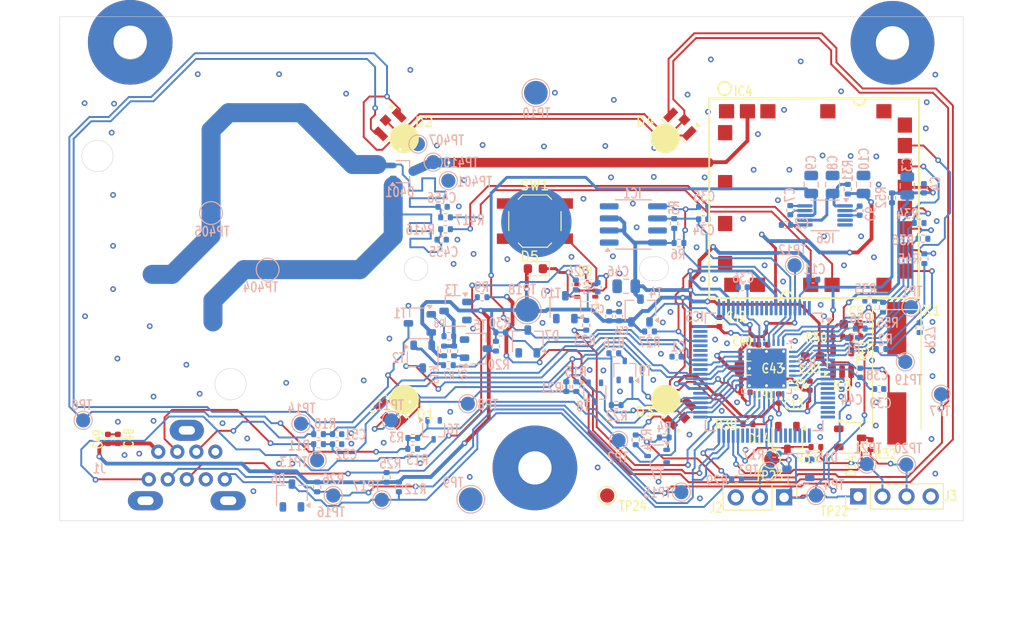
<source format=kicad_pcb>
(kicad_pcb (version 20241229) (generator "pcbnew") (generator_version "9.0")
  (layers (0 "F.Cu" signal) (2 "B.Cu" signal) (13 "F.Paste" user) (15 "B.Paste" user) (5 "F.SilkS" user "F.Silkscreen") (7 "B.SilkS" user "B.Silkscreen") (1 "F.Mask" user) (3 "B.Mask" user) (25 "Edge.Cuts" user))
  (net 0 "")
  (net 1 "GND")
  (net 2 "V_3P3")
  (net 3 "USB_DN")
  (net 4 "USB_DP")
  (net 5 "C_DATA")
  (net 6 "C_CLK")
  (net 7 "PWRSW_N")
  (net 8 "ANT_01")
  (net 9 "ANT_02")
  (net 10 "USB_DN_R1")
  (net 11 "USB_DP_R1")
  (net 12 "XTAL_IN")
  (net 13 "XTAL_IN_C")
  (net 14 "TEMP_HEADER1_2")
  (net 15 "TEMP_HEADER1_3")
  (net 16 "TEMP_HEADER1_3R")
  (net 17 "INTER01")
  (net 18 "INTER06")
  (net 19 "INTER_02")
  (net 20 "INTER03")
  (net 21 "INTER04")
  (net 22 "INTER05")
  (net 23 "INTER01_R")
  (net 24 "INTER02_R")
  (net 25 "INTER05_R")
  (net 26 "INTER04_R")
  (net 27 "INTER06_R")
  (net 28 "I2C_SCL")
  (net 29 "I2C_SDA")
  (net 30 "placeholder")
  (net 31 "C_LAMPREY_NTX")
  (net 32 "C_LAMPREY_NTX_R")
  (net 33 "OTHER-VOLTAGE")
  (net 34 "MCU_DECOUP")
  (net 35 "nonet")
  (footprint "MountingHole:MountingHole_3.5mm_Pad" (layer "F.Cu") (at 149.95 97.25)
    (property "Reference" "Mounting3" (hide yes))
    (property "Value" "MountingHole_3.5mm_Pad")
  )
  (footprint "Resistor_SMD:R_0402_1005Metric" (layer "F.Cu") (at 185.25 94.8 90)
    (property "Reference" "R32")
    (property "Value" "NC")
  )
  (footprint "Capacitor_SMD:C_0603_1608Metric" (layer "F.Cu") (at 183.2 82.15)
    (property "Reference" "C5")
    (property "Value" "NC")
  )
  (footprint "Capacitor_SMD:C_0402_1005Metric" (layer "F.Cu") (at 105.05 94.2 90)
    (property "Reference" "C49")
    (property "Value" "NC")
  )
  (footprint "TestPoint:TestPoint_Pad_D1.5mm" (layer "F.Cu") (at 179.5 100.15)
    (property "Reference" "TP22")
    (property "Value" "TestPoint_Pad_D1.5mm")
  )
  (footprint "Capacitor_SMD:C_0402_1005Metric" (layer "F.Cu") (at 169.35 81.9 90)
    (property "Reference" "C42")
    (property "Value" "C_0402_1005Metric")
  )
  (footprint "Capacitor_SMD:C_0402_1005Metric" (layer "F.Cu") (at 172.1 89.3)
    (property "Reference" "C41")
    (property "Value" "0.1 UF")
  )
  (footprint "MountingHole:MountingHole_3.5mm_Pad" (layer "F.Cu") (at 107.4 52.5)
    (property "Reference" "Mouning1" (hide yes))
    (property "Value" "MountingHole_3.5mm_Pad")
  )
  (footprint "Resistor_SMD:R_0402_1005Metric" (layer "F.Cu") (at 172.35 92.65)
    (property "Reference" "R39")
    (property "Value" "NC")
  )
  (footprint "Resistor_SMD:R_0402_1005Metric" (layer "F.Cu") (at 183.7 83.45)
    (property "Reference" "R51")
    (property "Value" "NC")
  )
  (footprint "MountingHole:MountingHole_3.5mm_Pad" (layer "F.Cu") (at 187.55 52.55)
    (property "Reference" "Mounting2" (hide yes))
    (property "Value" "MountingHole_3.5mm_Pad")
  )
  (footprint "Package_TO_SOT_SMD:SOT-363_SC-70-6" (layer "F.Cu") (at 155.35 78.6 180)
    (property "Reference" "D8")
    (property "Value" "SOT-363_SC-70-6")
  )
  (footprint "LED_SMD:LED_0603_1608Metric" (layer "F.Cu") (at 150 76.3 180)
    (property "Reference" "D5")
    (property "Value" "LED_0603_1608Metric")
  )
  (footprint "Capacitor_SMD:C_0402_1005Metric" (layer "F.Cu") (at 175.6 89.95 90)
    (property "Reference" "C13")
    (property "Value" "0.1 UF")
  )
  (footprint "Package_TO_SOT_SMD:SOT-23-5" (layer "F.Cu") (at 182.25 86 90)
    (property "Reference" "IC3")
    (property "Value" "SOT-23-5")
  )
  (footprint "LED_SMD:LED_LiteOn_LTST-S326" (layer "F.Cu") (at 134.75 91.5 45)
    (property "Reference" "D1")
    (property "Value" "LED_LiteOn_LTST-S326")
  )
  (footprint "Package_TO_SOT_SMD:SOT-23W" (layer "F.Cu") (at 176.5 94.1 -90)
    (property "Reference" "D14")
    (property "Value" "SOT-23W")
  )
  (footprint "TestPoint:TestPoint_Pad_D1.5mm" (layer "F.Cu") (at 174.8 96.35)
    (property "Reference" "TP23")
    (property "Value" "TestPoint_Pad_D1.5mm")
  )
  (footprint "Capacitor_SMD:C_0603_1608Metric" (layer "F.Cu") (at 179.15 85.55)
    (property "Reference" "C33")
    (property "Value" "NC")
  )
  (footprint "Resistor_SMD:R_0402_1005Metric" (layer "F.Cu") (at 181.8 83.45)
    (property "Reference" "R50")
    (property "Value" "NC")
  )
  (footprint "LED_SMD:LED_LiteOn_LTST-S326" (layer "F.Cu") (at 165.2 61.1 -135)
    (property "Reference" "D4")
    (property "Value" "LED_LiteOn_LTST-S326")
  )
  (footprint "LED_SMD:LED_LiteOn_LTST-S326" (layer "F.Cu") (at 134.7 61.15 -45)
    (property "Reference" "D2")
    (property "Value" "LED_LiteOn_LTST-S326")
  )
  (footprint "Capacitor_SMD:C_0402_1005Metric" (layer "F.Cu") (at 106.1 94.2 90)
    (property "Reference" "C48")
    (property "Value" "NC")
  )
  (footprint "Package_TO_SOT_SMD:SOT-23W" (layer "F.Cu") (at 183.1 94.092499)
    (property "Reference" "D14")
    (property "Value" "SOT-23W")
  )
  (footprint "Button_Switch_SMD:SW_Push_1P1T_XKB_TS-1187A" (layer "F.Cu") (at 149.95 71.3)
    (property "Reference" "SW1")
    (property "Value" "SW_Push_1P1T_XKB_TS-1187A")
  )
  (footprint "LED_SMD:LED_LiteOn_LTST-S326" (layer "F.Cu") (at 165.2 91.5 135)
    (property "Reference" "D3")
    (property "Value" "LED_LiteOn_LTST-S326")
  )
  (footprint "Xbox 360 Footprints:RF_Subboard_Host" (layer "F.Cu") (at 179.3 68.9)
    (property "Reference" "IC4")
    (property "Value" "RF_Subboard_Host")
  )
  (footprint "Crystal:Crystal_SMD_HC49-SD" (layer "F.Cu") (at 188 87.3 -90)
    (property "Reference" "X1")
    (property "Value" "Crystal_SMD_HC49-SD")
  )
  (footprint "Connector_PinHeader_2.54mm:PinHeader_1x04_P2.54mm_Vertical" (layer "F.Cu") (at 183.95 100.25 90)
    (property "Reference" "J3")
    (property "Value" "PinHeader_1x04_P2.54mm_Vertical")
  )
  (footprint "Capacitor_SMD:C_0402_1005Metric" (layer "F.Cu") (at 173.95 84.3)
    (property "Reference" "C40")
    (property "Value" "0.1 UF")
  )
  (footprint "Xbox 360 Footprints:Argon_Conn" (layer "F.Cu") (at 113.35 97)
    (property "Reference" "J1")
    (property "Value" "Argon_Conn")
  )
  (footprint "Connector_PinHeader_2.54mm:PinHeader_1x03_P2.54mm_Vertical" (layer "F.Cu") (at 176.15 100.35 -90)
    (property "Reference" "J2")
    (property "Value" "PinHeader_1x03_P2.54mm_Vertical")
  )
  (footprint "Resistor_SMD:R_0402_1005Metric" (layer "F.Cu") (at 179.5 95.05)
    (property "Reference" "R33")
    (property "Value" "R_0402_1005Metric")
  )
  (footprint "Capacitor_SMD:C_0805_2012Metric" (layer "F.Cu") (at 172.4 86.75)
    (property "Reference" "C43")
    (property "Value" "2.5 UF")
  )
  (footprint "Capacitor_SMD:C_0402_1005Metric" (layer "F.Cu") (at 178.85 88.6 90)
    (property "Reference" "C37")
    (property "Value" "0.1 UF")
  )
  (footprint "TestPoint:TestPoint_Pad_D1.5mm" (layer "F.Cu") (at 157.55 100.15)
    (property "Reference" "TP24")
    (property "Value" "TestPoint_Pad_D1.5mm")
  )
  (footprint "TestPoint:TestPoint_Pad_D2.0mm" (layer "B.Cu") (at 115.9 70.45)
    (property "Reference" "TP405")
    (property "Value" "TestPoint_Pad_D2.0mm")
  )
  (footprint "Capacitor_SMD:C_0805_2012Metric" (layer "B.Cu") (at 181.25 67.45 -90)
    (property "Reference" "C8")
    (property "Value" "C_0805_2012Metric")
  )
  (footprint "Resistor_SMD:R_0402_1005Metric" (layer "B.Cu") (at 127.2 94.75)
    (property "Reference" "R11")
    (property "Value" "22 OHM")
  )
  (footprint "Capacitor_SMD:C_0402_1005Metric" (layer "B.Cu") (at 157.75 81.3 -90)
    (property "Reference" "C53")
    (property "Value" "C_0402_1005Metric")
  )
  (footprint "Resistor_SMD:R_0402_1005Metric" (layer "B.Cu") (at 158.5 90.65 180)
    (property "Reference" "R22")
    (property "Value" "NC")
  )
  (footprint "Capacitor_SMD:C_0402_1005Metric" (layer "B.Cu") (at 158.8 81.3 -90)
    (property "Reference" "C54")
    (property "Value" "C_0402_1005Metric")
  )
  (footprint "Resistor_SMD:R_0402_1005Metric" (layer "B.Cu") (at 186.35 84.75)
    (property "Reference" "R2")
    (property "Value" "R_0402_1005Metric")
  )
  (footprint "Package_TO_SOT_SMD:SOT-23W" (layer "B.Cu") (at 137.85 82.05 180)
    (property "Reference" "T1")
    (property "Value" "SOT-23W")
  )
  (footprint "Resistor_SMD:R_0402_1005Metric" (layer "B.Cu") (at 144.4 79.3 180)
    (property "Reference" "R9")
    (property "Value" "R_0402_1005Metric")
  )
  (footprint "TestPoint:TestPoint_Pad_D1.5mm" (layer "B.Cu") (at 137.65 63.2)
    (property "Reference" "TP407")
    (property "Value" "TestPoint_Pad_D1.5mm")
  )
  (footprint "Package_TO_SOT_SMD:SOT-23W" (layer "B.Cu") (at 143.75 84.7075)
    (property "Reference" "T5")
    (property "Value" "SOT-23W")
  )
  (footprint "Package_TO_SOT_SMD:SOT-23W" (layer "B.Cu") (at 138.15 85.55 -90)
    (property "Reference" "T2")
    (property "Value" "SOT-23W")
  )
  (footprint "TestPoint:TestPoint_Pad_D2.5mm" (layer "B.Cu") (at 143.2 100.55)
    (property "Reference" "TP9")
    (property "Value" "TestPoint_Pad_D2.5mm")
  )
  (footprint "Resistor_SMD:R_0402_1005Metric" (layer "B.Cu") (at 164.6 71.55 90)
    (property "Reference" "R5")
    (property "Value" "R_0402_1005Metric")
  )
  (footprint "Capacitor_SMD:C_0402_1005Metric" (layer "B.Cu") (at 179.2 77.45)
    (property "Reference" "C11")
    (property "Value" "C_0402_1005Metric")
  )
  (footprint "Capacitor_SMD:C_0402_1005Metric" (layer "B.Cu") (at 129.15 93.7)
    (property "Reference" "C51")
    (property "Value" "36 UF")
  )
  (footprint "Resistor_SMD:R_0402_1005Metric" (layer "B.Cu") (at 162 82.9)
    (property "Reference" "R27")
    (property "Value" "NC")
  )
  (footprint "Capacitor_SMD:C_0402_1005Metric" (layer "B.Cu") (at 129.15 94.75)
    (property "Reference" "C52")
    (property "Value" "36 UF")
  )
  (footprint "Resistor_SMD:R_0402_1005Metric" (layer "B.Cu") (at 141.45 84.95 90)
    (property "Reference" "R28")
    (property "Value" "R_0402_1005Metric")
  )
  (footprint "Resistor_SMD:R_0402_1005Metric" (layer "B.Cu") (at 154.3 88.7 -90)
    (property "Reference" "R15")
    (property "Value" "NC")
  )
  (footprint "Resistor_SMD:R_0402_1005Metric" (layer "B.Cu") (at 140.85 86.45 180)
    (property "Reference" "R7")
    (property "Value" "R_0402_1005Metric")
  )
  (footprint "Resistor_SMD:R_0402_1005Metric" (layer "B.Cu") (at 145.85 84.45 -90)
    (property "Reference" "R20")
    (property "Value" "R_0402_1005Metric")
  )
  (footprint "Resistor_SMD:R_0402_1005Metric" (layer "B.Cu") (at 154.25 78 90)
    (property "Reference" "R24")
    (property "Value" "238 OHM")
  )
  (footprint "Capacitor_SMD:C_0402_1005Metric" (layer "B.Cu") (at 164.85 85.55)
    (property "Reference" "C1")
    (property "Value" "C_0402_1005Metric")
  )
  (footprint "Resistor_SMD:R_0402_1005Metric" (layer "B.Cu") (at 184.15 82.6)
    (property "Reference" "R56")
    (property "Value" "100 OHM")
  )
  (footprint "TestPoint:TestPoint_Pad_D1.5mm" (layer "B.Cu") (at 158.75 94.35)
    (property "Reference" "TP2")
    (property "Value" "TestPoint_Pad_D1.5mm")
  )
  (footprint "TestPoint:TestPoint_Pad_D2.0mm" (layer "B.Cu") (at 121.85 76.4)
    (property "Reference" "TP404")
    (property "Value" "TestPoint_Pad_D2.0mm")
  )
  (footprint "Resistor_SMD:R_0402_1005Metric" (layer "B.Cu") (at 190.35 71.5)
    (property "Reference" "R34")
    (property "Value" "R_0402_1005Metric")
  )
  (footprint "Resistor_SMD:R_0402_1005Metric" (layer "B.Cu") (at 137.109999 94.1 180)
    (property "Reference" "R3")
    (property "Value" "NC")
  )
  (footprint "Resistor_SMD:R_0402_1005Metric" (layer "B.Cu") (at 190.75 73.15)
    (property "Reference" "R36")
    (property "Value" "R_0402_1005Metric")
  )
  (footprint "TestPoint:TestPoint_Pad_D1.5mm" (layer "B.Cu") (at 192.65 89.5)
    (property "Reference" "TP7")
    (property "Value" "TestPoint_Pad_D1.5mm")
  )
  (footprint "Resistor_SMD:R_0402_1005Metric" (layer "B.Cu") (at 140.55 72.15)
    (property "Reference" "R416")
    (property "Value" "R_0402_1005Metric")
  )
  (footprint "Resistor_SMD:R_0402_1005Metric" (layer "B.Cu") (at 153.25 88.7 -90)
    (property "Reference" "R21")
    (property "Value" "NC")
  )
  (footprint "Capacitor_SMD:C_0402_1005Metric" (layer "B.Cu") (at 140.15 73.25)
    (property "Reference" "C455")
    (property "Value" "C_0402_1005Metric")
  )
  (footprint "Resistor_SMD:R_0402_1005Metric" (layer "B.Cu") (at 135.65 99.25 90)
    (property "Reference" "R12")
    (property "Value" "R_0402_1005Metric")
  )
  (footprint "Resistor_SMD:R_0402_1005Metric" (layer "B.Cu") (at 165.1 73.6)
    (property "Reference" "R6")
    (property "Value" "R_0402_1005Metric")
  )
  (footprint "Resistor_SMD:R_0402_1005Metric" (layer "B.Cu") (at 134.35 98.25 90)
    (property "Reference" "R25")
    (property "Value" "R_0402_1005Metric")
  )
  (footprint "TestPoint:TestPoint_Pad_D1.5mm" (layer "B.Cu") (at 140.85 67.05)
    (property "Reference" "TP401")
    (property "Value" "TestPoint_Pad_D1.5mm")
  )
  (footprint "Package_TO_SOT_SMD:SOT-23W" (layer "B.Cu") (at 153.15 80.35 90)
    (property "Reference" "T10")
    (property "Value" "PMBT3094")
  )
  (footprint "Capacitor_SMD:C_0402_1005Metric" (layer "B.Cu") (at 140.25 69.8)
    (property "Reference" "C456")
    (property "Value" "C_0402_1005Metric")
  )
  (footprint "Capacitor_SMD:C_0402_1005Metric" (layer "B.Cu") (at 184.1 70.2 -90)
    (property "Reference" "C6")
    (property "Value" "C_0402_1005Metric")
  )
  (footprint "TestPoint:TestPoint_Pad_D2.5mm" (layer "B.Cu") (at 150.05 57.8)
    (property "Reference" "TP10")
    (property "Value" "TestPoint_Pad_D2.5mm")
  )
  (footprint "Resistor_SMD:R_0402_1005Metric" (layer "B.Cu") (at 155.35 82.25 90)
    (property "Reference" "R23")
    (property "Value" "1 KOHM")
  )
  (footprint "Capacitor_SMD:C_0805_2012Metric" (layer "B.Cu") (at 189.1 67.6 -90)
    (property "Reference" "C3")
    (property "Value" "C_0805_2012Metric")
  )
  (footprint "Package_TO_SOT_SMD:SOT-323_SC-70" (layer "B.Cu") (at 162.8 96 180)
    (property "Reference" "T7")
    (property "Value" "SOT-323_SC-70")
  )
  (footprint "Resistor_SMD:R_0402_1005Metric" (layer "B.Cu") (at 163.55 94.05 180)
    (property "Reference" "R4")
    (property "Value" "R_0402_1005Metric")
  )
  (footprint "Package_TO_SOT_SMD:SOT-323_SC-70" (layer "B.Cu") (at 139.3 93.25 -90)
    (property "Reference" "T6")
    (property "Value" "SOT-323_SC-70")
  )
  (footprint "Capacitor_SMD:C_0402_1005Metric" (layer "B.Cu") (at 176.8 70.15 -90)
    (property "Reference" "C7")
    (property "Value" "C_0402_1005Metric")
  )
  (footprint "TestPoint:TestPoint_Pad_D2.5mm" (layer "B.Cu") (at 149.15 80.65)
    (property "Reference" "TP18")
    (property "Value" "TestPoint_Pad_D2.5mm")
  )
  (footprint "Capacitor_SMD:C_0402_1005Metric" (layer "B.Cu") (at 176.35 71.7 180)
    (property "Reference" "C2")
    (property "Value" "C_0402_1005Metric")
  )
  (footprint "Capacitor_SMD:C_0402_1005Metric" (layer "B.Cu") (at 186.15 88.95)
    (property "Reference" "C39")
    (property "Value" "27 PF")
  )
  (footprint "Resistor_SMD:R_0402_1005Metric" (layer "B.Cu") (at 187.5 68.85 90)
    (property "Reference" "R52")
    (property "Value" "R_0402_1005Metric")
  )
  (footprint "Resistor_SMD:R_0402_1005Metric" (layer "B.Cu") (at 183.35 83.6)
    (property "Reference" "R1")
    (property "Value" "100 OHM")
  )
  (footprint "TestPoint:TestPoint_Pad_D1.5mm" (layer "B.Cu") (at 102.45 92.25)
    (property "Reference" "TP6")
    (property "Value" "TestPoint_Pad_D1.5mm")
  )
  (footprint "Resistor_SMD:R_0402_1005Metric" (layer "B.Cu") (at 140.9 83.4 180)
    (property "Reference" "R8")
    (property "Value" "R_0402_1005Metric")
  )
  (footprint "Package_SO:SOP-8_3.76x4.96mm_P1.27mm" (layer "B.Cu") (at 160.3 71.65)
    (property "Reference" "IC1")
    (property "Value" "SOP-8_3.76x4.96mm_P1.27mm")
  )
  (footprint "Capacitor_SMD:C_0805_2012Metric" (layer "B.Cu") (at 159.55 78.15)
    (property "Reference" "C46")
    (property "Value" "2.5 UF")
  )
  (footprint "Package_TO_SOT_SMD:SOT-23W" (layer "B.Cu") (at 161.05 80.7 90)
    (property "Reference" "T4")
    (property "Value" "SOT-23W")
  )
  (footprint "Capacitor_SMD:C_0805_2012Metric" (layer "B.Cu") (at 179 67.45 -90)
    (property "Reference" "C9")
    (property "Value" "C_0805_2012Metric")
  )
  (footprint "Resistor_SMD:R_0402_1005Metric" (layer "B.Cu") (at 160.55 94.3 -90)
    (property "Reference" "R14")
    (property "Value" "R_0402_1005Metric")
  )
  (footprint "Capacitor_SMD:C_0402_1005Metric" (layer "B.Cu") (at 171.8 78.25)
    (property "Reference" "C36")
    (property "Value" "C_0402_1005Metric")
  )
  (footprint "Package_TO_SOT_SMD:SOT-23W" (layer "B.Cu") (at 124.4 100.15 90)
    (property "Reference" "D6")
    (property "Value" "SOT-23W")
  )
  (footprint "Capacitor_SMD:C_0805_2012Metric" (layer "B.Cu") (at 184.5 67.45 -90)
    (property "Reference" "C10")
    (property "Value" "C_0805_2012Metric")
  )
  (footprint "TestPoint:TestPoint_Pad_D1.5mm" (layer "B.Cu") (at 127.05 96.45)
    (property "Reference" "TP13")
    (property "Value" "TestPoint_Pad_D1.5mm")
  )
  (footprint "Resistor_SMD:R_0402_1005Metric" (layer "B.Cu") (at 127.2 93.7)
    (property "Reference" "R10")
    (property "Value" "22 OHM")
  )
  (footprint "TestPoint:TestPoint_Pad_D1.5mm" (layer "B.Cu") (at 179.5 100.15)
    (property "Reference" "TP4")
    (property "Value" "TestPoint_Pad_D1.5mm")
  )
  (footprint "TestPoint:TestPoint_Pad_D1.5mm" (layer "B.Cu") (at 139.25 65.1)
    (property "Reference" "TP410")
    (property "Value" "TestPoint_Pad_D1.5mm")
  )
  (footprint "Capacitor_SMD:C_0402_1005Metric" (layer "B.Cu") (at 184.15 87.25 -90)
    (property "Reference" "C38")
    (property "Value" "C_0402_1005Metric")
  )
  (footprint "TestPoint:TestPoint_Pad_D1.5mm" (layer "B.Cu") (at 128.75 100.15)
    (property "Reference" "TP16")
    (property "Value" "TestPoint_Pad_D1.5mm")
  )
  (footprint "Resistor_SMD:R_0402_1005Metric" (layer "B.Cu") (at 185.15 79.65)
    (property "Reference" "R35")
    (property "Value" "R_0402_1005Metric")
  )
  (footprint "TestPoint:TestPoint_Pad_D1.5mm" (layer "B.Cu") (at 165.35 99.8)
    (property "Reference" "TP15")
    (property "Value" "TestPoint_Pad_D1.5mm")
  )
  (footprint "Resistor_SMD:R_0402_1005Metric" (layer "B.Cu") (at 171.15 98.45)
    (property "Reference" "R29")
    (property "Value" "R_0402_1005Metric")
  )
  (footprint "Resistor_SMD:R_0402_1005Metric" (layer "B.Cu") (at 140.4 84.95 90)
    (property "Reference" "R19")
    (property "Value" "R_0402_1005Metric")
  )
  (footprint "TestPoint:TestPoint_Pad_D1.5mm" (layer "B.Cu") (at 189.5 80.35)
    (property "Reference" "TP1")
    (property "Value" "TestPoint_Pad_D1.5mm")
  )
  (footprint "Capacitor_SMD:C_0402_1005Metric" (layer "B.Cu") (at 156.55 78.25 -90)
    (property "Reference" "C47")
    (property "Value" "C_0402_1005Metric")
  )
  (footprint "Resistor_SMD:R_0402_1005Metric" (layer "B.Cu") (at 175.1 95.75)
    (property "Reference" "R17")
    (property "Value" "R_0402_1005Metric")
  )
  (footprint "Package_SO:MSOP-10_3x3mm_P0.5mm" (layer "B.Cu") (at 180.45 70.7 180)
    (property "Reference" "IC6")
    (property "Value" "MSOP-10_3x3mm_P0.5mm")
  )
  (footprint "TestPoint:TestPoint_Pad_D1.5mm" (layer "B.Cu") (at 133.85 100.6)
    (property "Reference" "TP17")
    (property "Value" "TestPoint_Pad_D1.5mm")
  )
  (footprint "Package_TO_SOT_SMD:SOT-323_SC-70" (layer "B.Cu") (at 156.252499 89.3 -90)
    (property "Reference" "T8")
    (property "Value" "SOT-323_SC-70")
  )
  (footprint "Package_CSP:LFCSP-32-1EP_5x5mm_P0.5mm_EP3.6x3.6mm_ThermalVias" (layer "B.Cu") (at 174.3 86.8 180)
    (property "Reference" "IC2")
    (property "Value" "LFCSP-32-1EP_5x5mm_P0.5mm_EP3.6x3.6mm_ThermalVias")
  )
  (footprint "TestPoint:TestPoint_Pad_D4.0mm" (layer "B.Cu") (at 150.1 71.4)
    (property "Reference" "Mounting4" (hide yes))
    (property "Value" "TestPoint_Pad_D4.0mm")
  )
  (footprint "Package_TO_SOT_SMD:SOT-323_SC-70" (layer "B.Cu") (at 159.4 87 90)
    (property "Reference" "T9")
    (property "Value" "SOT-323_SC-70")
  )
  (footprint "Resistor_SMD:R_0402_1005Metric" (layer "B.Cu") (at 182.85 67.95 90)
    (property "Reference" "R31")
    (property "Value" "R_0402_1005Metric")
  )
  (footprint "Package_TO_SOT_SMD:SOT-23W" (layer "B.Cu") (at 149.2 83.95 90)
    (property "Reference" "D7")
    (property "Value" "SOT-23W")
  )
  (footprint "Package_QFP:TQFP-80_12x12mm_P0.5mm" (layer "B.Cu") (at 174.05 87.15 180)
    (property "Reference" "IC5")
    (property "Value" "TQFP-80_12x12mm_P0.5mm")
  )
  (footprint "Package_TO_SOT_SMD:SOT-23W" (layer "B.Cu") (at 177.65 97.35 180)
    (property "Reference" "D15")
    (property "Value" "SOT-23W")
  )
  (footprint "Capacitor_SMD:C_0402_1005Metric" (layer "B.Cu") (at 182.2 88.5 -90)
    (property "Reference" "C44")
    (property "Value" "C_0402_1005Metric")
  )
  (footprint "Capacitor_SMD:C_0402_1005Metric" (layer "B.Cu") (at 167.65 69.8)
    (property "Reference" "C35")
    (property "Value" "C_0402_1005Metric")
  )
  (footprint "Resistor_SMD:R_0402_1005Metric" (layer "B.Cu") (at 190.9 75.25 90)
    (property "Reference" "R45")
    (property "Value" "R_0402_1005Metric")
  )
  (footprint "Capacitor_SMD:C_0402_1005Metric" (layer "B.Cu") (at 190.85 67.85 -90)
    (property "Reference" "C4")
    (property "Value" "C_0402_1005Metric")
  )
  (footprint "Package_TO_SOT_SMD:SOT-23W" (layer "B.Cu") (at 141.6 80.75 180)
    (property "Reference" "T3")
    (property "Value" "SOT-23W")
  )
  (footprint "Resistor_SMD:R_0402_1005Metric" (layer "B.Cu") (at 146.35 83 180)
    (property "Reference" "R30")
    (property "Value" "R_0402_1005Metric")
  )
  (footprint "Resistor_SMD:R_0402_1005Metric" (layer "B.Cu") (at 127.05 99.25 90)
    (property "Reference" "R26")
    (property "Value" "NC")
  )
  (footprint "TestPoint:TestPoint_Pad_D1.5mm" (layer "B.Cu") (at 134.85 92.25)
    (property "Reference" "TP11")
    (property "Value" "TestPoint_Pad_D1.5mm")
  )
  (footprint "Resistor_SMD:R_0402_1005Metric" (layer "B.Cu") (at 186.55 80.35 -90)
    (property "Reference" "R55")
    (property "Value" "R_0402_1005Metric")
  )
  (footprint "TestPoint:TestPoint_Pad_D1.5mm" (layer "B.Cu") (at 142.9 90.5)
    (property "Reference" "TP8")
    (property "Value" "TestPoint_Pad_D1.5mm")
  )
  (footprint "TestPoint:TestPoint_Pad_D1.5mm" (layer "B.Cu") (at 184.85 96.85)
    (property "Reference" "TP21")
    (property "Value" "TestPoint_Pad_D1.5mm")
  )
  (footprint "Package_TO_SOT_SMD:SOT-323_SC-70" (layer "B.Cu") (at 136.05 66.1)
    (property "Reference" "D401")
    (property "Value" "SOT-323_SC-70")
  )
  (footprint "Resistor_SMD:R_0402_1005Metric" (layer "B.Cu") (at 140.55 70.9)
    (property "Reference" "R417")
    (property "Value" "R_0402_1005Metric")
  )
  (footprint "Resistor_SMD:R_0402_1005Metric" (layer "B.Cu") (at 190.4 82.5 -90)
    (property "Reference" "R37")
    (property "Value" "R_0402_1005Metric")
  )
  (footprint "TestPoint:TestPoint_Pad_D1.5mm" (layer "B.Cu") (at 125.35 92.6)
    (property "Reference" "TP14")
    (property "Value" "TestPoint_Pad_D1.5mm")
  )
  (footprint "TestPoint:TestPoint_Pad_D1.5mm" (layer "B.Cu") (at 188.9 86.1)
    (property "Reference" "TP19")
    (property "Value" "TestPoint_Pad_D1.5mm")
  )
  (footprint "Resistor_SMD:R_0402_1005Metric" (layer "B.Cu") (at 158.25 85.2)
    (property "Reference" "R16")
    (property "Value" "R_0402_1005Metric")
  )
  (footprint "Capacitor_SMD:C_0402_1005Metric" (layer "B.Cu") (at 167.65 71.1)
    (property "Reference" "C34")
    (property "Value" "C_0402_1005Metric")
  )
  (footprint "TestPoint:TestPoint_Pad_D1.5mm" (layer "B.Cu") (at 174.55 97.6)
    (property "Reference" "TP3")
    (property "Value" "TestPoint_Pad_D1.5mm")
  )
  (footprint "TestPoint:TestPoint_Pad_D1.5mm" (layer "B.Cu") (at 177.25 75.95)
    (property "Reference" "TP12")
    (property "Value" "TestPoint_Pad_D1.5mm")
  )
  (footprint "Resistor_SMD:R_0402_1005Metric" (layer "B.Cu") (at 137.1 95.25 180)
    (property "Reference" "R13")
    (property "Value" "NC")
  )
  (footprint "TestPoint:TestPoint_Pad_D1.5mm" (layer "B.Cu") (at 189 96.9)
    (property "Reference" "TP20")
    (property "Value" "TestPoint_Pad_D1.5mm")
  )
  (gr_circle (center 136.2 62.6) (end 134.7 62.6) (stroke (width 0.1)) (fill yes) (layer "F.SilkS"))
  (gr_circle (center 136.2 90.05) (end 134.7 90.05) (stroke (width 0.1)) (fill yes) (layer "F.SilkS"))
  (gr_circle (center 163.65 62.6) (end 162.15 62.6) (stroke (width 0.1)) (fill yes) (layer "F.SilkS"))
  (gr_circle (center 163.7 90.05) (end 162.2 90.05) (stroke (width 0.1)) (fill yes) (layer "F.SilkS"))
  (gr_circle (center 149.95 97.25) (end 149.95 98.95) (stroke (width 0.05)) (fill no) (layer "Edge.Cuts"))
  (gr_arc (start 162.746006 75.046006) (mid 164 76.3) (end 162.746006 77.553994) (stroke (width 0.05)) (layer "Edge.Cuts"))
  (gr_line (start 162.203994 77.553994) (end 162.746 77.553994) (stroke (width 0.05)) (layer "Edge.Cuts"))
  (gr_circle (center 117.95 88.45) (end 117.95 90.1) (stroke (width 0.05)) (fill no) (layer "Edge.Cuts"))
  (gr_circle (center 137.45 76.3) (end 137.45 77.55) (stroke (width 0.05)) (fill no) (layer "Edge.Cuts"))
  (gr_circle (center 103.95 64.45) (end 103.95 66.1) (stroke (width 0.05)) (fill no) (layer "Edge.Cuts"))
  (gr_circle (center 127.95 88.45) (end 127.95 90.1) (stroke (width 0.05)) (fill no) (layer "Edge.Cuts"))
  (gr_line (start 162.204 75.046006) (end 162.746006 75.046006) (stroke (width 0.05)) (layer "Edge.Cuts"))
  (gr_circle (center 187.55 52.65) (end 187.55 54.35) (stroke (width 0.05)) (fill no) (layer "Edge.Cuts"))
  (gr_rect (start 100 49.8) (end 195 102.8) (stroke (width 0.05)) (fill no) (layer "Edge.Cuts"))
  (gr_arc (start 162.203994 77.553994) (mid 160.95 76.3) (end 162.203994 75.046006) (stroke (width 0.05)) (layer "Edge.Cuts"))
  (gr_circle (center 107.4 52.6) (end 107.4 54.3) (stroke (width 0.05)) (fill no) (layer "Edge.Cuts"))
  (segment (start 136.15 61.7) (end 135.25 61.7) (width 0.2) (layer "F.Cu") (net 0))
  (segment (start 146.95 82.85) (end 146.95 85.45) (width 0.4) (layer "F.Cu") (net 0))
  (segment (start 150.45 85.85) (end 150.45 86.15) (width 0.2) (layer "F.Cu") (net 0))
  (segment (start 135.25 61.7) (end 134.240381 60.690381) (width 0.2) (layer "F.Cu") (net 0))
  (segment (start 178.99 95.05) (end 176.75 95.05) (width 0.2) (layer "F.Cu") (net 0))
  (segment (start 132.7 60.55) (end 132.7 61.6) (width 0.2) (layer "F.Cu") (net 0))
  (segment (start 136.4 86.55) (end 137.4 86.55) (width 0.2) (layer "F.Cu") (net 0))
  (segment (start 165.55 78.25) (end 164.75 79.05) (width 0.2) (layer "F.Cu") (net 0))
  (segment (start 177.55 98.75) (end 177.85 98.45) (width 0.2) (layer "F.Cu") (net 0))
  (segment (start 176.35 95.15) (end 173.4 95.15) (width 0.2) (layer "F.Cu") (net 0))
  (segment (start 193.9 59.15) (end 192.1 57.35) (width 0.2) (layer "F.Cu") (net 0))
  (segment (start 155.6 89.35) (end 155.6 93.5) (width 0.2) (layer "F.Cu") (net 0))
  (segment (start 164.5 54.45) (end 166.9 52.05) (width 0.2) (layer "F.Cu") (net 0))
  (segment (start 178.95 74.4) (end 178.95 78) (width 0.2) (layer "F.Cu") (net 0))
  (segment (start 193.4 59.4) (end 193.4 90.25) (width 0.2) (layer "F.Cu") (net 0))
  (segment (start 145.05 67.6) (end 166.05 67.6) (width 0.2) (layer "F.Cu") (net 0))
  (segment (start 144.25 69.55) (end 145.75 68.05) (width 0.2) (layer "F.Cu") (net 0))
  (segment (start 166.9 52.05) (end 179.8 52.05) (width 0.2) (layer "F.Cu") (net 0))
  (segment (start 133.3 63.8) (end 131.95 62.45) (width 0.2) (layer "F.Cu") (net 0))
  (segment (start 154.85 85.4) (end 154.85 87.85) (width 0.2) (layer "F.Cu") (net 0))
  (segment (start 175.2 69.8) (end 181.2 75.8) (width 0.2) (layer "F.Cu") (net 0))
  (segment (start 165.659619 91.959619) (end 164.9 91.2) (width 0.2) (layer "F.Cu") (net 0))
  (segment (start 133.1 93.15) (end 134.290381 91.959619) (width 0.2) (layer "F.Cu") (net 0))
  (segment (start 153.9 87.65) (end 155.6 89.35) (width 0.2) (layer "F.Cu") (net 0))
  (segment (start 161.9 92.4) (end 162.45 91.85) (width 0.2) (layer "F.Cu") (net 0))
  (segment (start 155.6 93.5) (end 160 97.9) (width 0.2) (layer "F.Cu") (net 0))
  (segment (start 165.55 77.3) (end 165.55 78.25) (width 0.2) (layer "F.Cu") (net 0))
  (segment (start 152.15 76.3) (end 152.55 76.7) (width 0.3) (layer "F.Cu") (net 0))
  (segment (start 165.659619 60.640381) (end 165.659619 59.659619) (width 0.2) (layer "F.Cu") (net 0))
  (segment (start 153.9 85.8) (end 153.9 87.65) (width 0.2) (layer "F.Cu") (net 0))
  (segment (start 136.8 90.3) (end 134.005456 90.3) (width 0.2) (layer "F.Cu") (net 0))
  (segment (start 193.9 94.25) (end 193.9 59.15) (width 0.2) (layer "F.Cu") (net 0))
  (segment (start 156.05 93.3) (end 160.2 97.45) (width 0.2) (layer "F.Cu") (net 0))
  (segment (start 176.75 95.05) (end 176.5 95.3) (width 0.2) (layer "F.Cu") (net 0))
  (segment (start 191.8 57.8) (end 193.4 59.4) (width 0.2) (layer "F.Cu") (net 0))
  (segment (start 166.172272 62.072272) (end 165.944544 62.3) (width 0.2) (layer "F.Cu") (net 0))
  (segment (start 168 70.3) (end 174.85 70.3) (width 0.2) (layer "F.Cu") (net 0))
  (segment (start 154.4 79.25) (end 153.7 79.25) (width 0.2) (layer "F.Cu") (net 0))
  (segment (start 136.177728 92.472272) (end 135.722272 92.472272) (width 0.2) (layer "F.Cu") (net 0))
  (segment (start 156.45 92.95) (end 160.45 96.95) (width 0.2) (layer "F.Cu") (net 0))
  (segment (start 131.95 62.45) (end 131.95 58.8) (width 0.2) (layer "F.Cu") (net 0))
  (segment (start 143.15 69.5) (end 145.05 67.6) (width 0.2) (layer "F.Cu") (net 0))
  (segment (start 153.4 76.75) (end 153.45 76.7) (width 0.2) (layer "F.Cu") (net 0))
  (segment (start 192.1 57.35) (end 184.4 57.35) (width 0.2) (layer "F.Cu") (net 0))
  (segment (start 169 98.25) (end 177.3 98.25) (width 0.2) (layer "F.Cu") (net 0))
  (segment (start 154.85 87.85) (end 156.05 89.05) (width 0.2) (layer "F.Cu") (net 0))
  (segment (start 164.75 79.8) (end 165.05 80.1) (width 0.2) (layer "F.Cu") (net 0))
  (segment (start 165.75 68.05) (end 168 70.3) (width 0.2) (layer "F.Cu") (net 0))
  (segment (start 133.15 60.1) (end 132.7 60.55) (width 0.2) (layer "F.Cu") (net 0))
  (segment (start 179.8 52.05) (end 181.1 53.35) (width 0.2) (layer "F.Cu") (net 0))
  (segment (start 165.25 97.9) (end 166.1 98.75) (width 0.2) (layer "F.Cu") (net 0))
  (segment (start 161.45 60.05) (end 137.8 60.05) (width 0.2) (layer "F.Cu") (net 0))
  (segment (start 177.85 98.45) (end 181.25 98.45) (width 0.2) (layer "F.Cu") (net 0))
  (segment (start 161.85 89.75) (end 162.35 90.25) (width 0.2) (layer "F.Cu") (net 0))
  (segment (start 160.2 97.45) (end 165.4 97.45) (width 0.2) (layer "F.Cu") (net 0))
  (segment (start 147.6 79.85) (end 147.6 82.2) (width 0.4) (layer "F.Cu") (net 0))
  (segment (start 164.45 61.85) (end 163.25 61.85) (width 0.2) (layer "F.Cu") (net 0))
  (segment (start 181.2 75.8) (end 181.2 78) (width 0.2) (layer "F.Cu") (net 0))
  (segment (start 165.4 97.45) (end 165.75 97.8) (width 0.2) (layer "F.Cu") (net 0))
  (segment (start 126.2 95.55) (end 133.25 95.55) (width 0.2) (layer "F.Cu") (net 0))
  (segment (start 166.3 76.55) (end 165.55 77.3) (width 0.2) (layer "F.Cu") (net 0))
  (segment (start 133.222272 62.122272) (end 133.727728 62.122272) (width 0.2) (layer "F.Cu") (net 0))
  (segment (start 133.15 59.4) (end 133.15 60.1) (width 0.2) (layer "F.Cu") (net 0))
  (segment (start 135.75 60.1) (end 135.672272 60.177728) (width 0.2) (layer "F.Cu") (net 0))
  (segment (start 163.722272 92.472272) (end 164.227728 92.472272) (width 0.2) (layer "F.Cu") (net 0))
  (segment (start 181.65 54.6) (end 181.65 53.1) (width 0.2) (layer "F.Cu") (net 0))
  (segment (start 183.19 83.45) (end 182.31 83.45) (width 0.3) (layer "F.Cu") (net 0))
  (segment (start 181.25 98.45) (end 181.55 98.75) (width 0.2) (layer "F.Cu") (net 0))
  (segment (start 174.1 92.65) (end 172.86 92.65) (width 0.2) (layer "F.Cu") (net 0))
  (segment (start 133.9 63.8) (end 133.3 63.8) (width 0.2) (layer "F.Cu") (net 0))
  (segment (start 174.85 70.3) (end 178.95 74.4) (width 0.2) (layer "F.Cu") (net 0))
  (segment (start 165.659619 59.659619) (end 164.5 58.5) (width 0.2) (layer "F.Cu") (net 0))
  (segment (start 135.75 59.55) (end 135.75 60.1) (width 0.2) (layer "F.Cu") (net 0))
  (segment (start 163.25 61.85) (end 161.45 60.05) (width 0.2) (layer "F.Cu") (net 0))
  (segment (start 156.45 85.15) (end 156.45 92.95) (width 0.2) (layer "F.Cu") (net 0))
  (segment (start 189.15 98.2) (end 192.75 94.6) (width 0.2) (layer "F.Cu") (net 0))
  (segment (start 162.35 90.25) (end 165.894544 90.25) (width 0.2) (layer "F.Cu") (net 0))
  (segment (start 164 59.9) (end 164.227728 60.127728) (width 0.2) (layer "F.Cu") (net 0))
  (segment (start 181.65 53.1) (end 180.1 51.55) (width 0.2) (layer "F.Cu") (net 0))
  (segment (start 177.3 98.25) (end 177.65 97.9) (width 0.2) (layer "F.Cu") (net 0))
  (segment (start 181.55 97.9) (end 181.85 98.2) (width 0.2) (layer "F.Cu") (net 0))
  (segment (start 136.35 62.3) (end 135.4 62.3) (width 0.2) (layer "F.Cu") (net 0))
  (segment (start 183.19 84.852501) (end 183.199999 84.8625) (width 0.2) (layer "F.Cu") (net 0))
  (segment (start 164.5 58.5) (end 164.5 54.45) (width 0.2) (layer "F.Cu") (net 0))
  (segment (start 136.9 89.15) (end 137.8 90.05) (width 0.2) (layer "F.Cu") (net 0))
  (segment (start 154.1 82.8) (end 156.45 85.15) (width 0.2) (layer "F.Cu") (net 0))
  (segment (start 162.45 91.85) (end 163.1 91.85) (width 0.2) (layer "F.Cu") (net 0))
  (segment (start 177.65 97.9) (end 181.55 97.9) (width 0.2) (layer "F.Cu") (net 0))
  (segment (start 147 79.25) (end 147.6 79.85) (width 0.4) (layer "F.Cu") (net 0))
  (segment (start 131.95 58.8) (end 132.55 58.2) (width 0.2) (layer "F.Cu") (net 0))
  (segment (start 150.787501 76.3) (end 152.15 76.3) (width 0.3) (layer "F.Cu") (net 0))
  (segment (start 176.5 95.3) (end 176.35 95.15) (width 0.2) (layer "F.Cu") (net 0))
  (segment (start 160.45 96.95) (end 166.05 96.95) (width 0.2) (layer "F.Cu") (net 0))
  (segment (start 143.15 72.1) (end 143.15 69.5) (width 0.2) (layer "F.Cu") (net 0))
  (segment (start 153.7 79.25) (end 153.4 78.95) (width 0.2) (layer "F.Cu") (net 0))
  (segment (start 160 97.9) (end 165.25 97.9) (width 0.2) (layer "F.Cu") (net 0))
  (segment (start 137.8 90.05) (end 137.8 90.85) (width 0.2) (layer "F.Cu") (net 0))
  (segment (start 145.75 68.05) (end 165.75 68.05) (width 0.2) (layer "F.Cu") (net 0))
  (segment (start 189.4 98.75) (end 193.9 94.25) (width 0.2) (layer "F.Cu") (net 0))
  (segment (start 166.05 67.6) (end 168.25 69.8) (width 0.2) (layer "F.Cu") (net 0))
  (segment (start 173.4 95.15) (end 172.05 96.5) (width 0.2) (layer "F.Cu") (net 0))
  (segment (start 134.4 58.2) (end 135.75 59.55) (width 0.2) (layer "F.Cu") (net 0))
  (segment (start 165.75 97.8) (end 167.25 97.8) (width 0.2) (layer "F.Cu") (net 0))
  (segment (start 132.7 61.6) (end 133.222272 62.122272) (width 0.2) (layer "F.Cu") (net 0))
  (segment (start 151.45 84.85) (end 154.3 84.85) (width 0.2) (layer "F.Cu") (net 0))
  (segment (start 180.1 51.55) (end 166.7 51.55) (width 0.2) (layer "F.Cu") (net 0))
  (segment (start 166.1 98.75) (end 177.55 98.75) (width 0.2) (layer "F.Cu") (net 0))
  (segment (start 164.9 91.2) (end 160.3 91.2) (width 0.2) (layer "F.Cu") (net 0))
  (segment (start 164.75 79.05) (end 164.75 79.8) (width 0.2) (layer "F.Cu") (net 0))
  (segment (start 161 60.55) (end 138.1 60.55) (width 0.2) (layer "F.Cu") (net 0))
  (segment (start 181.1 54.8) (end 184.1 57.8) (width 0.2) (layer "F.Cu") (net 0))
  (segment (start 168.25 69.8) (end 175.2 69.8) (width 0.2) (layer "F.Cu") (net 0))
  (segment (start 163.45 96.25) (end 167 96.25) (width 0.2) (layer "F.Cu") (net 0))
  (segment (start 193.4 90.25) (end 192.7 90.95) (width 0.2) (layer "F.Cu") (net 0))
  (segment (start 134.5 87.5) (end 136.15 89.15) (width 0.2) (layer "F.Cu") (net 0))
  (segment (start 184.4 57.35) (end 181.65 54.6) (width 0.2) (layer "F.Cu") (net 0))
  (segment (start 132.55 58.2) (end 134.4 58.2) (width 0.2) (layer "F.Cu") (net 0))
  (segment (start 184.1 57.8) (end 191.8 57.8) (width 0.2) (layer "F.Cu") (net 0))
  (segment (start 165.944544 62.3) (end 162.75 62.3) (width 0.2) (layer "F.Cu") (net 0))
  (segment (start 192.75 94.6) (end 192.75 91) (width 0.2) (layer "F.Cu") (net 0))
  (segment (start 166.7 51.55) (end 164 54.25) (width 0.2) (layer "F.Cu") (net 0))
  (segment (start 154.3 84.85) (end 154.85 85.4) (width 0.2) (layer "F.Cu") (net 0))
  (segment (start 123.2 92.55) (end 126.2 95.55) (width 0.2) (layer "F.Cu") (net 0))
  (segment (start 135.4 62.3) (end 133.9 63.8) (width 0.2) (layer "F.Cu") (net 0))
  (segment (start 144.25 70.85) (end 144.25 69.55) (width 0.2) (layer "F.Cu") (net 0))
  (segment (start 162.75 62.3) (end 161 60.55) (width 0.2) (layer "F.Cu") (net 0))
  (segment (start 163.1 91.85) (end 163.722272 92.472272) (width 0.2) (layer "F.Cu") (net 0))
  (segment (start 136.15 89.15) (end 136.9 89.15) (width 0.2) (layer "F.Cu") (net 0))
  (segment (start 181.55 98.75) (end 189.4 98.75) (width 0.2) (layer "F.Cu") (net 0))
  (segment (start 164 54.25) (end 164 59.9) (width 0.2) (layer "F.Cu") (net 0))
  (segment (start 167 96.25) (end 169 98.25) (width 0.2) (layer "F.Cu") (net 0))
  (segment (start 137.4 86.55) (end 139.8 88.95) (width 0.2) (layer "F.Cu") (net 0))
  (segment (start 174.75 92) (end 174.1 92.65) (width 0.2) (layer "F.Cu") (net 0))
  (segment (start 152.55 76.7) (end 153.45 76.7) (width 0.3) (layer "F.Cu") (net 0))
  (segment (start 137.8 90.85) (end 136.177728 92.472272) (width 0.2) (layer "F.Cu") (net 0))
  (segment (start 147.6 82.2) (end 146.95 82.85) (width 0.4) (layer "F.Cu") (net 0))
  (segment (start 165.894544 90.25) (end 166.172272 90.527728) (width 0.2) (layer "F.Cu") (net 0))
  (segment (start 165.05 80.1) (end 165.05 82.9) (width 0.2) (layer "F.Cu") (net 0))
  (segment (start 165.659619 60.640381) (end 164.45 61.85) (width 0.2) (layer "F.Cu") (net 0))
  (segment (start 153.4 78.95) (end 153.4 76.75) (width 0.2) (layer "F.Cu") (net 0))
  (segment (start 161.7 94.5) (end 163.45 96.25) (width 0.2) (layer "F.Cu") (net 0))
  (segment (start 150.45 85.85) (end 151.45 84.85) (width 0.2) (layer "F.Cu") (net 0))
  (segment (start 137.8 60.05) (end 136.15 61.7) (width 0.2) (layer "F.Cu") (net 0))
  (segment (start 183.19 83.45) (end 183.19 84.852501) (width 0.3) (layer "F.Cu") (net 0))
  (segment (start 181.1 53.35) (end 181.1 54.8) (width 0.2) (layer "F.Cu") (net 0))
  (segment (start 134.005456 90.3) (end 133.777728 90.527728) (width 0.2) (layer "F.Cu") (net 0))
  (segment (start 138.1 60.55) (end 136.35 62.3) (width 0.2) (layer "F.Cu") (net 0))
  (segment (start 181.85 98.2) (end 189.15 98.2) (width 0.2) (layer "F.Cu") (net 0))
  (segment (start 192.75 91) (end 192.7 90.95) (width 0.2) (layer "F.Cu") (net 0))
  (segment (start 156.05 89.05) (end 156.05 93.3) (width 0.2) (layer "F.Cu") (net 0))
  (via (at 154.1 82.8) (size 0.6) (drill 0.3) (layers "F.Cu" "B.Cu") (net 0))
  (via (at 133.25 95.55) (size 0.6) (drill 0.3) (layers "F.Cu" "B.Cu") (net 0))
  (via (at 153.9 85.8) (size 0.6) (drill 0.3) (layers "F.Cu" "B.Cu") (net 0))
  (via (at 134.4 58.2) (size 0.6) (drill 0.3) (layers "F.Cu" "B.Cu") (net 0))
  (via (at 172.05 96.5) (size 0.6) (drill 0.3) (layers "F.Cu" "B.Cu") (net 0))
  (via (at 146.95 85.45) (size 0.6) (drill 0.3) (layers "F.Cu" "B.Cu") (net 0))
  (via (at 166.3 76.55) (size 0.6) (drill 0.3) (layers "F.Cu" "B.Cu") (net 0))
  (via (at 123.2 92.55) (size 0.6) (drill 0.3) (layers "F.Cu" "B.Cu") (net 0))
  (via (at 133.15 59.4) (size 0.6) (drill 0.3) (layers "F.Cu" "B.Cu") (net 0))
  (via (at 192.7 90.95) (size 0.6) (drill 0.3) (layers "F.Cu" "B.Cu") (net 0))
  (via (at 139.8 88.95) (size 0.6) (drill 0.3) (layers "F.Cu" "B.Cu") (net 0))
  (via (at 166.05 96.95) (size 0.6) (drill 0.3) (layers "F.Cu" "B.Cu") (net 0))
  (via (at 153.45 76.7) (size 0.6) (drill 0.3) (layers "F.Cu" "B.Cu") (net 0))
  (via (at 136.8 90.3) (size 0.6) (drill 0.3) (layers "F.Cu" "B.Cu") (net 0))
  (via (at 160.3 91.2) (size 0.6) (drill 0.3) (layers "F.Cu" "B.Cu") (net 0))
  (via (at 165.05 82.9) (size 0.6) (drill 0.3) (layers "F.Cu" "B.Cu") (net 0))
  (via (at 136.4 86.55) (size 0.6) (drill 0.3) (layers "F.Cu" "B.Cu") (net 0))
  (via (at 134.5 87.5) (size 0.6) (drill 0.3) (layers "F.Cu" "B.Cu") (net 0))
  (via (at 161.7 94.5) (size 0.6) (drill 0.3) (layers "F.Cu" "B.Cu") (net 0))
  (via (at 143.15 72.1) (size 0.6) (drill 0.3) (layers "F.Cu" "B.Cu") (net 0))
  (via (at 133.1 93.15) (size 0.6) (drill 0.3) (layers "F.Cu" "B.Cu") (net 0))
  (via (at 167.25 97.8) (size 0.6) (drill 0.3) (layers "F.Cu" "B.Cu") (net 0))
  (via (at 150.45 86.15) (size 0.6) (drill 0.3) (layers "F.Cu" "B.Cu") (net 0))
  (via (at 161.85 89.75) (size 0.6) (drill 0.3) (layers "F.Cu" "B.Cu") (net 0))
  (via (at 174.75 92) (size 0.6) (drill 0.3) (layers "F.Cu" "B.Cu") (net 0))
  (via (at 161.9 92.4) (size 0.6) (drill 0.3) (layers "F.Cu" "B.Cu") (net 0))
  (via (at 147 79.25) (size 0.6) (drill 0.3) (layers "F.Cu" "B.Cu") (net 0))
  (via (at 144.25 70.85) (size 0.6) (drill 0.3) (layers "F.Cu" "B.Cu") (net 0))
  (segment (start 154.3 88.190001) (end 154.390001 88.190001) (width 0.2) (layer "B.Cu") (net 0))
  (segment (start 135.1 86.9) (end 134.5 87.5) (width 0.2) (layer "B.Cu") (net 0))
  (segment (start 168.3 89.9) (end 167.35 89.9) (width 0.2) (layer "B.Cu") (net 0))
  (segment (start 168.4 90.4) (end 167.350001 90.4) (width 0.2) (layer "B.Cu") (net 0))
  (segment (start 181.4 68.549999) (end 181.4 69.55) (width 0.3) (layer "B.Cu") (net 0))
  (segment (start 178.3375 69.7) (end 176.83 69.7) (width 0.2) (layer "B.Cu") (net 0))
  (segment (start 182.059999 67.440001) (end 182.85 67.440001) (width 0.3) (layer "B.Cu") (net 0))
  (segment (start 103.3 60.8) (end 105.35 60.8) (width 0.2) (layer "B.Cu") (net 0))
  (segment (start 153.9 85.8) (end 151.45 88.25) (width 0.2) (layer "B.Cu") (net 0))
  (segment (start 182.2 88) (end 182.1 87.9) (width 0.2) (layer "B.Cu") (net 0))
  (segment (start 169 81.5) (end 167.95 80.45) (width 0.2) (layer "B.Cu") (net 0))
  (segment (start 165.65 80) (end 163.6 80) (width 0.2) (layer "B.Cu") (net 0))
  (segment (start 167.95 80.45) (end 166.1 80.45) (width 0.2) (layer "B.Cu") (net 0))
  (segment (start 156.8 89.25) (end 156.35 89.25) (width 0.2) (layer "B.Cu") (net 0))
  (segment (start 144.9 90.3) (end 142.1 93.1) (width 0.2) (layer "B.Cu") (net 0))
  (segment (start 142.7 90.3) (end 142.9 90.5) (width 0.2) (layer "B.Cu") (net 0))
  (segment (start 155.95 91.55) (end 155.3 91.55) (width 0.2) (layer "B.Cu") (net 0))
  (segment (start 170.75 87.55) (end 170.25 88.05) (width 0.2) (layer "B.Cu") (net 0))
  (segment (start 181.55 69.7) (end 182.5625 69.7) (width 0.3) (layer "B.Cu") (net 0))
  (segment (start 169.85 87.8) (end 169.85 88.35) (width 0.2) (layer "B.Cu") (net 0))
  (segment (start 176.83 69.7) (end 176.8 69.67) (width 0.2) (layer "B.Cu") (net 0))
  (segment (start 171.3 95.75) (end 171.3 93.85) (width 0.2) (layer "B.Cu") (net 0))
  (segment (start 153.5322 90.298) (end 153.2 90.298) (width 0.2) (layer "B.Cu") (net 0))
  (segment (start 140.390001 82.44) (end 139.050001 81.1) (width 0.2) (layer "B.Cu") (net 0))
  (segment (start 141.409999 81.759999) (end 140.4 80.75) (width 0.4) (layer "B.Cu") (net 0))
  (segment (start 180.65 69) (end 181.25 68.399999) (width 0.3) (layer "B.Cu") (net 0))
  (segment (start 180.65 70.65) (end 180.65 69) (width 0.3) (layer "B.Cu") (net 0))
  (segment (start 172.5 81.65) (end 172.3 81.45) (width 0.2) (layer "B.Cu") (net 0))
  (segment (start 182.2 88.02) (end 182.2 88) (width 0.2) (layer "B.Cu") (net 0))
  (segment (start 153.25 88.190001) (end 153.25 89.209999) (width 0.2) (layer "B.Cu") (net 0))
  (segment (start 167.35 89.9) (end 165.5 89.9) (width 0.2) (layer "B.Cu") (net 0))
  (segment (start 158.35 91.4) (end 157.990001 91.040001) (width 0.2) (layer "B.Cu") (net 0))
  (segment (start 137.2 84.349999) (end 137.55 84.699999) (width 0.3) (layer "B.Cu") (net 0))
  (segment (start 169.8 81.5) (end 169 81.5) (width 0.2) (layer "B.Cu") (net 0))
  (segment (start 161.9 92.4) (end 161.3 93) (width 0.2) (layer "B.Cu") (net 0))
  (segment (start 126.95 92.45) (end 125.85 91.35) (width 0.2) (layer "B.Cu") (net 0))
  (segment (start 114.2 53.65) (end 133.05 53.65) (width 0.2) (layer "B.Cu") (net 0))
  (segment (start 138.680002 93.1) (end 138.65 93.069998) (width 0.2) (layer "B.Cu") (net 0))
  (segment (start 172.05 96.5) (end 171.3 95.75) (width 0.2) (layer "B.Cu") (net 0))
  (segment (start 155.05 81.45) (end 154.200001 81.45) (width 0.2) (layer "B.Cu") (net 0))
  (segment (start 134.4 55) (end 134.4 58.2) (width 0.2) (layer "B.Cu") (net 0))
  (segment (start 167.4 78.45) (end 169.4 78.45) (width 0.3) (layer "B.Cu") (net 0))
  (segment (start 105.35 60.8) (end 107.45 58.7) (width 0.2) (layer "B.Cu") (net 0))
  (segment (start 165.05 82.9) (end 162.509999 82.9) (width 0.2) (layer "B.Cu") (net 0))
  (segment (start 155.602499 88.3) (end 154.802499 87.5) (width 0.2) (layer "B.Cu") (net 0))
  (segment (start 142.1 93.1) (end 138.680002 93.1) (width 0.2) (layer "B.Cu") (net 0))
  (segment (start 166.1 80.45) (end 165.65 80) (width 0.2) (layer "B.Cu") (net 0))
  (segment (start 166 95.35) (end 166 96.9) (width 0.2) (layer "B.Cu") (net 0))
  (segment (start 172.300001 80.45) (end 172.300001 78.270001) (width 0.2) (layer "B.Cu") (net 0))
  (segment (start 154.140001 82.759999) (end 154.1 82.8) (width 0.2) (layer "B.Cu") (net 0))
  (segment (start 161.85 89.75) (end 161.25 89.15) (width 0.2) (layer "B.Cu") (net 0))
  (segment (start 169.05 95.7) (end 168.65 95.7) (width 0.2) (layer "B.Cu") (net 0))
  (segment (start 161.8 96) (end 161.740001 96) (width 0.2) (layer "B.Cu") (net 0))
  (segment (start 143.45 79.8) (end 142.800001 79.8) (width 0.2) (layer "B.Cu") (net 0))
  (segment (start 153.25 87.95) (end 153.7 87.5) (width 0.2) (layer "B.Cu") (net 0))
  (segment (start 155.35 81.740001) (end 155.340001 81.740001) (width 0.2) (layer "B.Cu") (net 0))
  (segment (start 163.95 95.2) (end 163.95 94.159999) (width 0.2) (layer "B.Cu") (net 0))
  (segment (start 181.75 67.899999) (end 181.75 67.75) (width 0.3) (layer "B.Cu") (net 0))
  (segment (start 174.05 89.53125) (end 174.05 91.15) (width 0.2) (layer "B.Cu") (net 0))
  (segment (start 134.5 87.5) (end 134.5 88.7) (width 0.2) (layer "B.Cu") (net 0))
  (segment (start 139.55 86.3) (end 140.190001 86.3) (width 0.3) (layer "B.Cu") (net 0))
  (segment (start 180.100001 71.199999) (end 180.45 70.85) (width 0.3) (layer "B.Cu") (net 0))
  (segment (start 178.3375 70.200001) (end 177.229999 70.200001) (width 0.2) (layer "B.Cu") (net 0))
  (segment (start 165.8 90.9) (end 164 92.7) (width 0.2) (layer "B.Cu") (net 0))
  (segment (start 144.25 70.85) (end 144.2 70.85) (width 0.2) (layer "B.Cu") (net 0))
  (segment (start 132.3 54.25) (end 133.15 55.1) (width 0.2) (layer "B.Cu") (net 0))
  (segment (start 167.25 97.1) (end 167.25 97.8) (width 0.2) (layer "B.Cu") (net 0))
  (segment (start 173.55 84.06875) (end 173.55 82.3) (width 0.2) (layer "B.Cu") (net 0))
  (segment (start 134.85 92.25) (end 133.95 93.15) (width 0.2) (layer "B.Cu") (net 0))
  (segment (start 171.848 91.902) (end 168.45 91.902) (width 0.2) (layer "B.Cu") (net 0))
  (segment (start 166.3 76.55) (end 172.8 76.55) (width 0.3) (layer "B.Cu") (net 0))
  (segment (start 159.15 84.5) (end 157.4 84.5) (width 0.2) (layer "B.Cu") (net 0))
  (segment (start 162.590001 94.5) (end 163.040001 94.05) (width 0.2) (layer "B.Cu") (net 0))
  (segment (start 181.25 68.399999) (end 181.75 67.899999) (width 0.3) (layer "B.Cu") (net 0))
  (segment (start 168.2 93.15) (end 166 95.35) (width 0.2) (layer "B.Cu") (net 0))
  (segment (start 169.8 94.95) (end 169.05 95.7) (width 0.2) (layer "B.Cu") (net 0))
  (segment (start 121.55 91.85) (end 115.7 91.85) (width 0.2) (layer "B.Cu") (net 0))
  (segment (start 163.8 95.35) (end 163.95 95.2) (width 0.2) (layer "B.Cu") (net 0))
  (segment (start 159.4 86) (end 159.4 85.840001) (width 0.2) (layer "B.Cu") (net 0))
  (segment (start 114.3 54.25) (end 132.3 54.25) (width 0.2) (layer "B.Cu") (net 0))
  (segment (start 159.65 90) (end 159.009999 90.640001) (width 0.2) (layer "B.Cu") (net 0))
  (segment (start 180.1 71.2) (end 179.8 71.2) (width 0.3) (layer "B.Cu") (net 0))
  (segment (start 163.6 80) (end 162 81.6) (width 0.2) (layer "B.Cu") (net 0))
  (segment (start 168.45 91.902) (end 168.45 92.2) (width 0.2) (layer "B.Cu") (net 0))
  (segment (start 167.35 90.9) (end 165.8 90.9) (width 0.2) (layer "B.Cu") (net 0))
  (segment (start 144.190001 89.209999) (end 142.9 90.5) (width 0.2) (layer "B.Cu") (net 0))
  (segment (start 135.8 91.3) (end 134.85 92.25) (width 0.2) (layer "B.Cu") (net 0))
  (segment (start 144.2 70.85) (end 144.15 70.9) (width 0.2) (layer "B.Cu") (net 0))
  (segment (start 174.800001 92.050001) (end 174.75 92) (width 0.2) (layer "B.Cu") (net 0))
  (segment (start 155.602499 88.502499) (end 155.602499 88.3) (width 0.2) (layer "B.Cu") (net 0))
  (segment (start 155.55 85.75) (end 154.55 86.75) (width 0.2) (layer "B.Cu") (net 0))
  (segment (start 153.55 79.15) (end 153.15 79.15) (width 0.2) (layer "B.Cu") (net 0))
  (segment (start 151.55 88.75) (end 141.6 88.75) (width 0.2) (layer "B.Cu") (net 0))
  (segment (start 109.85 58.7) (end 114.3 54.25) (width 0.2) (layer "B.Cu") (net 0))
  (segment (start 144.95 84.7075) (end 144.95 85.3) (width 0.2) (layer "B.Cu") (net 0))
  (segment (start 157.3 89.75) (end 156.8 89.25) (width 0.2) (layer "B.Cu") (net 0))
  (segment (start 135.8 89.8) (end 135.8 91.3) (width 0.2) (layer "B.Cu") (net 0))
  (segment (start 160.8 90) (end 160.2 90) (width 0.2) (layer "B.Cu") (net 0))
  (segment (start 135.8 95.25) (end 135.45 95.6) (width 0.2) (layer "B.Cu") (net 0))
  (segment (start 153.55 86.75) (end 151.55 88.75) (width 0.2) (layer "B.Cu") (net 0))
  (segment (start 169.8 93.85) (end 169.8 94.95) (width 0.2) (layer "B.Cu") (net 0))
  (segment (start 160.2 90) (end 159.65 90) (width 0.2) (layer "B.Cu") (net 0))
  (segment (start 173.05 89.53125) (end 173.05 90.7) (width 0.2) (layer "B.Cu") (net 0))
  (segment (start 154.802499 87.5) (end 153.7 87.5) (width 0.2) (layer "B.Cu") (net 0))
  (segment (start 134.5 88.7) (end 130.75 92.45) (width 0.2) (layer "B.Cu") (net 0))
  (segment (start 171.85 82.9) (end 171.1 82.15) (width 0.2) (layer "B.Cu") (net 0))
  (segment (start 156.35 89.25) (end 155.602499 88.502499) (width 0.2) (layer "B.Cu") (net 0))
  (segment (start 143.1 72.15) (end 141.059999 72.15) (width 0.2) (layer "B.Cu") (net 0))
  (segment (start 165.65 90.4) (end 164.75 91.3) (width 0.2) (layer "B.Cu") (net 0))
  (segment (start 160.45 92.5) (end 158.6 92.5) (width 0.2) (layer "B.Cu") (net 0))
  (segment (start 145.55 90.298) (end 145.2178 90.298) (width 0.2) (layer "B.Cu") (net 0))
  (segment (start 160.1 91.4) (end 158.35 91.4) (width 0.2) (layer "B.Cu") (net 0))
  (segment (start 155.35 82.759999) (end 154.140001 82.759999) (width 0.2) (layer "B.Cu") (net 0))
  (segment (start 154.390001 88.190001) (end 156.252499 90.052499) (width 0.2) (layer "B.Cu") (net 0))
  (segment (start 159.009999 90.640001) (end 159.009999 90.65) (width 0.2) (layer "B.Cu") (net 0))
  (segment (start 154.55 86.75) (end 153.55 86.75) (width 0.2) (layer "B.Cu") (net 0))
  (segment (start 133.95 93.15) (end 133.1 93.15) (width 0.2) (layer "B.Cu") (net 0))
  (segment (start 168.55 90.9) (end 167.35 90.9) (width 0.2) (layer "B.Cu") (net 0))
  (segment (start 158.2 93) (end 156.25 91.05) (width 0.2) (layer "B.Cu") (net 0))
  (segment (start 166 96.9) (end 166.05 96.95) (width 0.2) (layer "B.Cu") (net 0))
  (segment (start 157.740001 85.2) (end 157.740001 85.290001) (width 0.2) (layer "B.Cu") (net 0))
  (segment (start 172.3 81.45) (end 172.300001 80.45) (width 0.2) (layer "B.Cu") (net 0))
  (segment (start 160.2 88.15) (end 160.05 88) (width 0.2) (layer "B.Cu") (net 0))
  (segment (start 107.25 58.25) (end 109.6 58.25) (width 0.2) (layer "B.Cu") (net 0))
  (segment (start 171.1 88.9) (end 168.6 91.4) (width 0.2) (layer "B.Cu") (net 0))
  (segment (start 159.009999 90.65) (end 157.990001 90.65) (width 0.2) (layer "B.Cu") (net 0))
  (segment (start 172.8 76.55) (end 175.3 79.05) (width 0.3) (layer "B.Cu") (net 0))
  (segment (start 170.25 88.55) (end 168.4 90.4) (width 0.2) (layer "B.Cu") (net 0))
  (segment (start 172.9 81.65) (end 172.5 81.65) (width 0.2) (layer "B.Cu") (net 0))
  (segment (start 169.85 88.35) (end 168.3 89.9) (width 0.2) (layer "B.Cu") (net 0))
  (segment (start 172.45 92.75) (end 169.95 92.75) (width 0.2) (layer "B.Cu") (net 0))
  (segment (start 170.6 87.05) (end 169.85 87.8) (width 0.2) (layer "B.Cu") (net 0))
  (segment (start 145.2178 90.298) (end 145.2158 90.3) (width 0.2) (layer "B.Cu") (net 0))
  (segment (start 154.240001 77.490001) (end 153.45 76.7) (width 0.2) (layer "B.Cu") (net 0))
  (segment (start 161.7 94.5) (end 162.590001 94.5) (width 0.2) (layer "B.Cu") (net 0))
  (segment (start 154.25 77.490001) (end 154.240001 77.490001) (width 0.2) (layer "B.Cu") (net 0))
  (segment (start 172.300001 78.270001) (end 172.28 78.25) (width 0.2) (layer "B.Cu") (net 0))
  (segment (start 161.25 89.15) (end 161.25 86.6) (width 0.2) (layer "B.Cu") (net 0))
  (segment (start 140.190001 86.3) (end 140.340001 86.45) (width 0.3) (layer "B.Cu") (net 0))
  (segment (start 155.3 91.55) (end 154.05 90.3) (width 0.2) (layer "B.Cu") (net 0))
  (segment (start 169.95 92.75) (end 169.8 92.9) (width 0.2) (layer "B.Cu") (net 0))
  (segment (start 154.200001 81.45) (end 154.1 81.550001) (width 0.2) (layer "B.Cu") (net 0))
  (segment (start 160.3 91.2) (end 160.1 91.4) (width 0.2) (layer "B.Cu") (net 0))
  (segment (start 105.15 60.35) (end 107.25 58.25) (width 0.2) (layer "B.Cu") (net 0))
  (segment (start 153.25 88.190001) (end 153.25 87.95) (width 0.2) (layer "B.Cu") (net 0))
  (segment (start 109.6 58.25) (end 114.2 53.65) (width 0.2) (layer "B.Cu") (net 0))
  (segment (start 140.5 88.25) (end 139.8 88.95) (width 0.2) (layer "B.Cu") (net 0))
  (segment (start 174.800001 93.85) (end 174.800001 92.050001) (width 0.2) (layer "B.Cu") (net 0))
  (segment (start 180.45 70.85) (end 180.1 71.2) (width 0.3) (layer "B.Cu") (net 0))
  (segment (start 161.7 94.5) (end 161 93.8) (width 0.2) (layer "B.Cu") (net 0))
  (segment (start 181.75 67.75) (end 182.059999 67.440001) (width 0.3) (layer "B.Cu") (net 0))
  (segment (start 115.5 90.85) (end 101.85 90.85) (width 0.2) (layer "B.Cu") (net 0))
  (segment (start 137.55 84.75) (end 138 84.75) (width 0.3) (layer "B.Cu") (net 0))
  (segment (start 171.1 82.15) (end 170.45 82.15) (width 0.2) (layer "B.Cu") (net 0))
  (segment (start 157.990001 85.75) (end 155.55 85.75) (width 0.2) (layer "B.Cu") (net 0))
  (segment (start 171.15 88.55) (end 171.1 88.6) (width 0.2) (layer "B.Cu") (net 0))
  (segment (start 115.7 91.85) (end 115.2 91.35) (width 0.2) (layer "B.Cu") (net 0))
  (segment (start 168.45 92.2) (end 168.2 92.45) (width 0.2) (layer "B.Cu") (net 0))
  (segment (start 136.4 86.55) (end 137.95 86.55) (width 0.2) (layer "B.Cu") (net 0))
  (segment (start 172.6 82.9) (end 171.85 82.9) (width 0.2) (layer "B.Cu") (net 0))
  (segment (start 135.1 86.3) (end 135.1 86.9) (width 0.2) (layer "B.Cu") (net 0))
  (segment (start 145.85 84.959999) (end 145.202499 84.959999) (width 0.2) (layer "B.Cu") (net 0))
  (segment (start 170.7 88.25) (end 170.7 88.75) (width 0.2) (layer "B.Cu") (net 0))
  (segment (start 177.229999 70.200001) (end 176.8 70.63) (width 0.2) (layer "B.Cu") (net 0))
  (segment (start 162.25 96.6) (end 161 96.6) (width 0.2) (layer "B.Cu") (net 0))
  (segment (start 164.7 92.65) (end 164.7 95.45) (width 0.2) (layer "B.Cu") (net 0))
  (segment (start 161.5 90.7) (end 160.8 90) (width 0.2) (layer "B.Cu") (net 0))
  (segment (start 141.409999 83.4) (end 141.409999 81.759999) (width 0.4) (layer "B.Cu") (net 0))
  (segment (start 142.352498 85.459999) (end 142.549999 85.6575) (width 0.2) (layer "B.Cu") (net 0))
  (segment (start 165.95 91.4) (end 164.7 92.65) (width 0.2) (layer "B.Cu") (net 0))
  (segment (start 157.990001 85.75) (end 157.990001 90.65) (width 0.2) (layer "B.Cu") (net 0))
  (segment (start 144.95 85.3) (end 143.65 86.6) (width 0.2) (layer "B.Cu") (net 0))
  (segment (start 168.65 95.7) (end 167.25 97.1) (width 0.2) (layer "B.Cu") (net 0))
  (segment (start 103.35 91.35) (end 102.45 92.25) (width 0.2) (layer "B.Cu") (net 0))
  (segment (start 137.619998 94.1) (end 136.6 94.1) (width 0.2) (layer "B.Cu") (net 0))
  (segment (start 171.56875 87.55) (end 170.75 87.55) (width 0.2) (layer "B.Cu") (net 0))
  (segment (start 156.25 91.05) (end 155.65 91.05) (width 0.2) (layer "B.Cu") (net 0))
  (segment (start 178.85 89.75) (end 177.75 90.85) (width 0.2) (layer "B.Cu") (net 0))
  (segment (start 102.45 92.25) (end 101 90.8) (width 0.2) (layer "B.Cu") (net 0))
  (segment (start 182.5625 70.200001) (end 183.619999 70.200001) (width 0.2) (layer "B.Cu") (net 0))
  (segment (start 178.3375 71.199999) (end 180.100001 71.199999) (width 0.3) (layer "B.Cu") (net 0))
  (segment (start 116 91.35) (end 115.5 90.85) (width 0.2) (layer "B.Cu") (net 0))
  (segment (start 165.5 89.9) (end 164.7 90.7) (width 0.2) (layer "B.Cu") (net 0))
  (segment (start 101 62.45) (end 103.1 60.35) (width 0.2) (layer "B.Cu") (net 0))
  (segment (start 141.45 85.459999) (end 142.352498 85.459999) (width 0.2) (layer "B.Cu") (net 0))
  (segment (start 144.15 70.9) (end 141.059999 70.9) (width 0.2) (layer "B.Cu") (net 0))
  (segment (start 157.990001 91.040001) (end 157.990001 90.65) (width 0.2) (layer "B.Cu") (net 0))
  (segment (start 141.45 83.440001) (end 141.409999 83.4) (width 0.4) (layer "B.Cu") (net 0))
  (segment (start 146.95 79.3) (end 147 79.25) (width 0.2) (layer "B.Cu") (net 0))
  (segment (start 133.3 95.6) (end 133.25 95.55) (width 0.2) (layer "B.Cu") (net 0))
  (segment (start 136.15 85.25) (end 135.1 86.3) (width 0.2) (layer "B.Cu") (net 0))
  (segment (start 164 93.990001) (end 164.059999 94.05) (width 0.2) (layer "B.Cu") (net 0))
  (segment (start 164 92.7) (end 164 93.990001) (width 0.2) (layer "B.Cu") (net 0))
  (segment (start 138.3 95.25) (end 137.609999 95.25) (width 0.2) (layer "B.Cu") (net 0))
  (segment (start 156.55 85.35) (end 155.25 85.35) (width 0.2) (layer "B.Cu") (net 0))
  (segment (start 152.8678 90.298) (end 145.8822 90.298) (width 0.2) (layer "B.Cu") (net 0))
  (segment (start 155.3 90.209999) (end 154.3 89.209999) (width 0.2) (layer "B.Cu") (net 0))
  (segment (start 167.35 91.4) (end 165.95 91.4) (width 0.2) (layer "B.Cu") (net 0))
  (segment (start 153.5342 90.3) (end 153.5322 90.298) (width 0.2) (layer "B.Cu") (net 0))
  (segment (start 170.9 88.05) (end 170.7 88.25) (width 0.2) (layer "B.Cu") (net 0))
  (segment (start 169.4 78.45) (end 170.3 79.35) (width 0.3) (layer "B.Cu") (net 0))
  (segment (start 151.45 88.25) (end 140.5 88.25) (width 0.2) (layer "B.Cu") (net 0))
  (segment (start 154.25 78.509999) (end 154.190001 78.509999) (width 0.2) (layer "B.Cu") (net 0))
  (segment (start 136.6 95.240001) (end 136.590001 95.25) (width 0.2) (layer "B.Cu") (net 0))
  (segment (start 133.15 55.1) (end 133.15 59.4) (width 0.2) (layer "B.Cu") (net 0))
  (segment (start 157.4 84.5) (end 156.55 85.35) (width 0.2) (layer "B.Cu") (net 0))
  (segment (start 174.05 91.15) (end 172.45 92.75) (width 0.2) (layer "B.Cu") (net 0))
  (segment (start 138 84.75) (end 139.55 86.3) (width 0.3) (layer "B.Cu") (net 0))
  (segment (start 159.4 85.840001) (end 158.759999 85.2) (width 0.2) (layer "B.Cu") (net 0))
  (segment (start 143.890001 79.359999) (end 143.45 79.8) (width 0.2) (layer "B.Cu") (net 0))
  (segment (start 140.5 89.85) (end 137.95 89.85) (width 0.2) (layer "B.Cu") (net 0))
  (segment (start 164.059999 94.05) (end 163.040001 94.05) (width 0.2) (layer "B.Cu") (net 0))
  (segment (start 168.2 92.45) (end 168.2 93.15) (width 0.2) (layer "B.Cu") (net 0))
  (segment (start 170.7 88.75) (end 168.55 90.9) (width 0.2) (layer "B.Cu") (net 0))
  (segment (start 162 81.6) (end 162 81.900001) (width 0.2) (layer "B.Cu") (net 0))
  (segment (start 163.95 94.159999) (end 164.059999 94.05) (width 0.2) (layer "B.Cu") (net 0))
  (segment (start 171.56875 87.05) (end 170.6 87.05) (width 0.2) (layer "B.Cu") (net 0))
  (segment (start 176.8 90.85) (end 177.75 90.85) (width 0.2) (layer "B.Cu") (net 0))
  (segment (start 136.45 89.15) (end 135.8 89.8) (width 0.2) (layer "B.Cu") (net 0))
  (segment (start 136.590001 95.25) (end 135.8 95.25) (width 0.2) (layer "B.Cu") (net 0))
  (segment (start 141.6 88.75) (end 140.5 89.85) (width 0.2) (layer "B.Cu") (net 0))
  (segment (start 103.1 60.35) (end 105.15 60.35) (width 0.2) (layer "B.Cu") (net 0))
  (segment (start 171.1 88.6) (end 171.1 88.9) (width 0.2) (layer "B.Cu") (net 0))
  (segment (start 161 93.8) (end 160.95 93.8) (width 0.2) (layer "B.Cu") (net 0))
  (segment (start 136.8 90.3) (end 142.7 90.3) (width 0.2) (layer "B.Cu") (net 0))
  (segment (start 135.45 95.6) (end 133.3 95.6) (width 0.2) (layer "B.Cu") (net 0))
  (segment (start 180.45 70.85) (end 180.65 70.65) (width 0.3) (layer "B.Cu") (net 0))
  (segment (start 136.6 94.1) (end 136.6 95.240001) (width 0.2) (layer "B.Cu") (net 0))
  (segment (start 137.55 84.699999) (end 137.55 84.75) (width 0.2) (layer "B.Cu") (net 0))
  (segment (start 137.95 89.85) (end 137.25 89.15) (width 0.2) (layer "B.Cu") (net 0))
  (segment (start 168.6 91.4) (end 167.35 91.4) (width 0.2) (layer "B.Cu") (net 0))
  (segment (start 157.3 91.2) (end 157.3 89.75) (width 0.2) (layer "B.Cu") (net 0))
  (segment (start 166.05 83.9) (end 165.05 82.9) (width 0.2) (layer "B.Cu") (net 0))
  (segment (start 169.8 92.9) (end 169.8 93.85) (width 0.2) (layer "B.Cu") (net 0))
  (segment (start 192.7 89.55) (end 192.65 89.5) (width 0.2) (layer "B.Cu") (net 0))
  (segment (start 136.65 83.6) (end 136.15 84.1) (width 0.2) (layer "B.Cu") (net 0))
  (segment (start 133.05 53.65) (end 134.4 55) (width 0.2) (layer "B.Cu") (net 0))
  (segment (start 154.05 90.3) (end 153.5342 90.3) (width 0.2) (layer "B.Cu") (net 0))
  (segment (start 173.05 83.35) (end 172.6 82.9) (width 0.2) (layer "B.Cu") (net 0))
  (segment (start 153.2 90.298) (end 152.8678 90.298) (width 0.2) (layer "B.Cu") (net 0))
  (segment (start 115.2 91.35) (end 103.35 91.35) (width 0.2) (layer "B.Cu") (net 0))
  (segment (start 164.25 95.9) (end 162.95 95.9) (width 0.2) (layer "B.Cu") (net 0))
  (segment (start 161.25 86.6) (end 159.15 84.5) (width 0.2) (layer "B.Cu") (net 0))
  (segment (start 143.15 72.1) (end 143.1 72.15) (width 0.2) (layer "B.Cu") (net 0))
  (segment (start 166.3 76.55) (end 166.3 77.35) (width 0.3) (layer "B.Cu") (net 0))
  (segment (start 154.190001 78.509999) (end 153.55 79.15) (width 0.2) (layer "B.Cu") (net 0))
  (segment (start 123.2 92.55) (end 122.25 92.55) (width 0.2) (layer "B.Cu") (net 0))
  (segment (start 122.25 92.55) (end 121.55 91.85) (width 0.2) (layer "B.Cu") (net 0))
  (segment (start 168.448 91.9) (end 167.35 91.9) (width 0.2) (layer "B.Cu") (net 0))
  (segment (start 160.940001 93.790001) (end 160.55 93.790001) (width 0.2) (layer "B.Cu") (net 0))
  (segment (start 161 96.6) (end 158.75 94.35) (width 0.2) (layer "B.Cu") (net 0))
  (segment (start 145.8822 90.298) (end 145.55 90.298) (width 0.2) (layer "B.Cu") (net 0))
  (segment (start 173.05 90.7) (end 171.848 91.902) (width 0.2) (layer "B.Cu") (net 0))
  (segment (start 125.85 91.35) (end 116 91.35) (width 0.2) (layer "B.Cu") (net 0))
  (segment (start 169.8 81.5) (end 169.8 80.45) (width 0.2) (layer "B.Cu") (net 0))
  (segment (start 171.56875 88.55) (end 171.15 88.55) (width 0.2) (layer "B.Cu") (net 0))
  (segment (start 173.05 84.06875) (end 173.05 83.35) (width 0.2) (layer "B.Cu") (net 0))
  (segment (start 158.6 92.5) (end 157.3 91.2) (width 0.2) (layer "B.Cu") (net 0))
  (segment (start 101.45 62.65) (end 103.3 60.8) (width 0.2) (layer "B.Cu") (net 0))
  (segment (start 143.890001 79.3) (end 143.890001 79.359999) (width 0.2) (layer "B.Cu") (net 0))
  (segment (start 147.65 86.15) (end 146.95 85.45) (width 0.2) (layer "B.Cu") (net 0))
  (segment (start 161.3 93) (end 158.2 93) (width 0.2) (layer "B.Cu") (net 0))
  (segment (start 145.202499 84.959999) (end 144.95 84.7075) (width 0.2) (layer "B.Cu") (net 0))
  (segment (start 130.75 92.45) (end 126.95 92.45) (width 0.2) (layer "B.Cu") (net 0))
  (segment (start 170.45 82.15) (end 169.8 81.5) (width 0.2) (layer "B.Cu") (net 0))
  (segment (start 157.740001 85.290001) (end 157.990001 85.540001) (width 0.2) (layer "B.Cu") (net 0))
  (segment (start 136.15 84.1) (end 136.15 85.25) (width 0.2) (layer "B.Cu") (net 0))
  (segment (start 164.7 95.45) (end 164.25 95.9) (width 0.2) (layer "B.Cu") (net 0))
  (segment (start 179.649999 87.900001) (end 178.85 88.7) (width 0.2) (layer "B.Cu") (net 0))
  (segment (start 150.45 86.15) (end 147.65 86.15) (width 0.2) (layer "B.Cu") (net 0))
  (segment (start 141.45 84.440001) (end 141.45 83.440001) (width 0.4) (layer "B.Cu") (net 0))
  (segment (start 161.65 91.3) (end 160.45 92.5) (width 0.2) (layer "B.Cu") (net 0))
  (segment (start 181.4 69.55) (end 181.55 69.7) (width 0.3) (layer "B.Cu") (net 0))
  (segment (start 181.25 68.399999) (end 181.4 68.549999) (width 0.3) (layer "B.Cu") (net 0))
  (segment (start 154.8 85.8) (end 153.9 85.8) (width 0.2) (layer "B.Cu") (net 0))
  (segment (start 145.2158 90.3) (end 144.9 90.3) (width 0.2) (layer "B.Cu") (net 0))
  (segment (start 173.55 82.3) (end 172.9 81.65) (width 0.2) (layer "B.Cu") (net 0))
  (segment (start 137.25 89.15) (end 136.45 89.15) (width 0.2) (layer "B.Cu") (net 0))
  (segment (start 176.05 89.53125) (end 176.05 90.1) (width 0.2) (layer "B.Cu") (net 0))
  (segment (start 141.509999 86.6) (end 141.359999 86.45) (width 0.2) (layer "B.Cu") (net 0))
  (segment (start 166.3 77.35) (end 167.4 78.45) (width 0.3) (layer "B.Cu") (net 0))
  (segment (start 167.350001 90.4) (end 165.65 90.4) (width 0.2) (layer "B.Cu") (net 0))
  (segment (start 170.3 79.35) (end 170.3 80.45) (width 0.3) (layer "B.Cu") (net 0))
  (segment (start 155.3 90.7) (end 155.3 90.209999) (width 0.2) (layer "B.Cu") (net 0))
  (segment (start 154.3 89.209999) (end 153.25 89.209999) (width 0.2) (layer "B.Cu") (net 0))
  (segment (start 180.75 87.900001) (end 179.649999 87.900001) (width 0.2) (layer "B.Cu") (net 0))
  (segment (start 192.7 90.95) (end 192.7 89.55) (width 0.2) (layer "B.Cu") (net 0))
  (segment (start 156.252499 90.052499) (end 156.252499 90.3) (width 0.2) (layer "B.Cu") (net 0))
  (segment (start 160.95 93.8) (end 160.940001 93.790001) (width 0.2) (layer "B.Cu") (net 0))
  (segment (start 141.45 84.440001) (end 140.4 84.440001) (width 0.4) (layer "B.Cu") (net 0))
  (segment (start 157.990001 85.540001) (end 157.990001 85.75) (width 0.2) (layer "B.Cu") (net 0))
  (segment (start 155.340001 81.740001) (end 155.05 81.45) (width 0.2) (layer "B.Cu") (net 0))
  (segment (start 171.56875 88.05) (end 170.9 88.05) (width 0.2) (layer "B.Cu") (net 0))
  (segment (start 184.08 70.7) (end 184.1 70.68) (width 0.2) (layer "B.Cu") (net 0))
  (segment (start 170.25 88.05) (end 170.25 88.55) (width 0.2) (layer "B.Cu") (net 0))
  (segment (start 138.65 93.069998) (end 137.619998 94.1) (width 0.2) (layer "B.Cu") (net 0))
  (segment (start 139.3 94.25) (end 138.3 95.25) (width 0.2) (layer "B.Cu") (net 0))
  (segment (start 155.65 91.05) (end 155.3 90.7) (width 0.2) (layer "B.Cu") (net 0))
  (segment (start 162.95 95.9) (end 162.25 96.6) (width 0.2) (layer "B.Cu") (net 0))
  (segment (start 164.75 91.3) (end 161.65 91.3) (width 0.2) (layer "B.Cu") (net 0))
  (segment (start 107.45 58.7) (end 109.85 58.7) (width 0.2) (layer "B.Cu") (net 0))
  (segment (start 144.909999 79.3) (end 146.95 79.3) (width 0.2) (layer "B.Cu") (net 0))
  (segment (start 161.740001 96) (end 160.55 94.809999) (width 0.2) (layer "B.Cu") (net 0))
  (segment (start 176.05 90.1) (end 176.8 90.85) (width 0.2) (layer "B.Cu") (net 0))
  (segment (start 137.95 86.55) (end 138.15 86.75) (width 0.2) (layer "B.Cu") (net 0))
  (segment (start 138.65 92.25) (end 138.65 93.069998) (width 0.2) (layer "B.Cu") (net 0))
  (segment (start 168.448 91.9) (end 168.45 91.902) (width 0.2) (layer "B.Cu") (net 0))
  (segment (start 182.1 87.9) (end 180.75 87.900001) (width 0.2) (layer "B.Cu") (net 0))
  (segment (start 101.45 90.45) (end 101.45 62.65) (width 0.2) (layer "B.Cu") (net 0))
  (segment (start 178.3375 71.7) (end 176.83 71.7) (width 0.2) (layer "B.Cu") (net 0))
  (segment (start 155.25 85.35) (end 154.8 85.8) (width 0.2) (layer "B.Cu") (net 0))
  (segment (start 101.85 90.85) (end 101.45 90.45) (width 0.2) (layer "B.Cu") (net 0))
  (segment (start 175.3 79.05) (end 175.3 80.45) (width 0.3) (layer "B.Cu") (net 0))
  (segment (start 136.65 82.05) (end 136.65 83.6) (width 0.2) (layer "B.Cu") (net 0))
  (segment (start 153.25 89.209999) (end 144.190001 89.209999) (width 0.2) (layer "B.Cu") (net 0))
  (segment (start 143.65 86.6) (end 141.509999 86.6) (width 0.2) (layer "B.Cu") (net 0))
  (segment (start 140.390001 83.4) (end 140.390001 82.44) (width 0.2) (layer "B.Cu") (net 0))
  (segment (start 160.2 90) (end 160.2 88.15) (width 0.2) (layer "B.Cu") (net 0))
  (segment (start 178.85 88.7) (end 178.85 89.75) (width 0.2) (layer "B.Cu") (net 0))
  (segment (start 164.7 90.7) (end 161.5 90.7) (width 0.2) (layer "B.Cu") (net 0))
  (segment (start 183.619999 70.200001) (end 184.1 69.72) (width 0.2) (layer "B.Cu") (net 0))
  (segment (start 182.5625 70.7) (end 184.08 70.7) (width 0.2) (layer "B.Cu") (net 0))
  (segment (start 167.350001 83.9) (end 166.05 83.9) (width 0.2) (layer "B.Cu") (net 0))
  (segment (start 158.75 94.35) (end 155.95 91.55) (width 0.2) (layer "B.Cu") (net 0))
  (segment (start 101 90.8) (end 101 62.45) (width 0.2) (layer "B.Cu") (net 0))
  (segment (start 183.975 82.975) (end 183.975 82.15) (width 0.2) (layer "F.Cu") (net 1))
  (segment (start 184.21 83.45) (end 184.21 83.21) (width 0.2) (layer "F.Cu") (net 1))
  (segment (start 105.05 93.72) (end 106.1 93.72) (width 0.2) (layer "F.Cu") (net 1))
  (segment (start 184.21 83.21) (end 183.975 82.975) (width 0.2) (layer "F.Cu") (net 1))
  (via (at 163.2 85.25) (size 0.6) (drill 0.3) (layers "F.Cu" "B.Cu") (net 1))
  (via (at 171.2 90.35) (size 0.6) (drill 0.3) (layers "F.Cu" "B.Cu") (net 1))
  (via (at 105.7 58.95) (size 0.6) (drill 0.3) (layers "F.Cu" "B.Cu") (net 1))
  (via (at 167.6 77.4) (size 0.6) (drill 0.3) (layers "F.Cu" "B.Cu") (net 1))
  (via (at 182.15 57.65) (size 0.6) (drill 0.3) (layers "F.Cu" "B.Cu") (net 1))
  (via (at 179.95 94) (size 0.6) (drill 0.3) (layers "F.Cu" "B.Cu") (net 1))
  (via (at 160.25 69.45) (size 0.6) (drill 0.3) (layers "F.Cu" "B.Cu") (net 1))
  (via (at 191.75 87.6) (size 0.6) (drill 0.3) (layers "F.Cu" "B.Cu") (net 1))
  (via (at 172.95 65.9) (size 0.6) (drill 0.3) (layers "F.Cu" "B.Cu") (net 1))
  (via (at 177.9 54.5) (size 0.6) (drill 0.3) (layers "F.Cu" "B.Cu") (net 1))
  (via (at 180 80.1) (size 0.6) (drill 0.3) (layers "F.Cu" "B.Cu") (net 1))
  (via (at 123.8 88.3) (size 0.6) (drill 0.3) (layers "F.Cu" "B.Cu") (net 1))
  (via (at 158.15 75) (size 0.6) (drill 0.3) (layers "F.Cu" "B.Cu") (net 1))
  (via (at 102.6 58.9) (size 0.6) (drill 0.3) (layers "F.Cu" "B.Cu") (net 1))
  (via (at 170.15 84.15) (size 0.6) (drill 0.3) (layers "F.Cu" "B.Cu") (net 1))
  (via (at 180.35 81.3) (size 0.6) (drill 0.3) (layers "F.Cu" "B.Cu") (net 1))
  (via (at 123.05 96.8) (size 0.6) (drill 0.3) (layers "F.Cu" "B.Cu") (net 1))
  (via (at 191.75 81.9) (size 0.6) (drill 0.3) (layers "F.Cu" "B.Cu") (net 1))
  (via (at 106.05 85.75) (size 0.6) (drill 0.3) (layers "F.Cu" "B.Cu") (net 1))
  (via (at 191.15 58.8) (size 0.6) (drill 0.3) (layers "F.Cu" "B.Cu") (net 1))
  (via (at 183.9 88.5) (size 0.6) (drill 0.3) (layers "F.Cu" "B.Cu") (net 1))
  (via (at 134.65 83.65) (size 0.6) (drill 0.3) (layers "F.Cu" "B.Cu") (net 1))
  (via (at 141.05 91.35) (size 0.6) (drill 0.3) (layers "F.Cu" "B.Cu") (net 1))
  (via (at 123.05 55.85) (size 0.6) (drill 0.3) (layers "F.Cu" "B.Cu") (net 1))
  (via (at 143.1 98.2) (size 0.6) (drill 0.3) (layers "F.Cu" "B.Cu") (net 1))
  (via (at 106.1 92.4) (size 0.6) (drill 0.3) (layers "F.Cu" "B.Cu") (net 1))
  (via (at 182.95 91.9) (size 0.6) (drill 0.3) (layers "F.Cu" "B.Cu") (net 1))
  (via (at 102.65 81.3) (size 0.6) (drill 0.3) (layers "F.Cu" "B.Cu") (net 1))
  (via (at 166.95 74.05) (size 0.6) (drill 0.3) (layers "F.Cu" "B.Cu") (net 1))
  (via (at 184.25 72.9) (size 0.6) (drill 0.3) (layers "F.Cu" "B.Cu") (net 1))
  (via (at 191.65 94.2) (size 0.6) (drill 0.3) (layers "F.Cu" "B.Cu") (net 1))
  (via (at 160.65 71.95) (size 0.6) (drill 0.3) (layers "F.Cu" "B.Cu") (net 1))
  (via (at 186.1 67.45) (size 0.6) (drill 0.3) (layers "F.Cu" "B.Cu") (net 1))
  (via (at 109.85 89.75) (size 0.6) (drill 0.3) (layers "F.Cu" "B.Cu") (net 1))
  (via (at 105.45 62) (size 0.6) (drill 0.3) (layers "F.Cu" "B.Cu") (net 1))
  (via (at 171.85 71.05) (size 0.6) (drill 0.3) (layers "F.Cu" "B.Cu") (net 1))
  (via (at 141.95 69.75) (size 0.6) (drill 0.3) (layers "F.Cu" "B.Cu") (net 1))
  (via (at 155.05 68.95) (size 0.6) (drill 0.3) (layers "F.Cu" "B.Cu") (net 1))
  (via (at 185.6 75.1) (size 0.6) (drill 0.3) (layers "F.Cu" "B.Cu") (net 1))
  (via (at 141.8 73.25) (size 0.6) (drill 0.3) (layers "F.Cu" "B.Cu") (net 1))
  (via (at 143.5 74.75) (size 0.6) (drill 0.3) (layers "F.Cu" "B.Cu") (net 1))
  (via (at 167.25 81.25) (size 0.6) (drill 0.3) (layers "F.Cu" "B.Cu") (net 1))
  (via (at 192.2 71.3) (size 0.6) (drill 0.3) (layers "F.Cu" "B.Cu") (net 1))
  (via (at 174.1 75.95) (size 0.6) (drill 0.3) (layers "F.Cu" "B.Cu") (net 1))
  (via (at 114.5 55.85) (size 0.6) (drill 0.3) (layers "F.Cu" "B.Cu") (net 1))
  (via (at 137.9 96.75) (size 0.6) (drill 0.3) (layers "F.Cu" "B.Cu") (net 1))
  (via (at 182.15 89.75) (size 0.6) (drill 0.3) (layers "F.Cu" "B.Cu") (net 1))
  (via (at 134.05 94.6) (size 0.6) (drill 0.3) (layers "F.Cu" "B.Cu") (net 1))
  (via (at 117.1 92.55) (size 0.6) (drill 0.3) (layers "F.Cu" "B.Cu") (net 1))
  (via (at 158.85 76.8) (size 0.6) (drill 0.3) (layers "F.Cu" "B.Cu") (net 1))
  (via (at 105.6 68.55) (size 0.6) (drill 0.3) (layers "F.Cu" "B.Cu") (net 1))
  (via (at 168.9 77.4) (size 0.6) (drill 0.3) (layers "F.Cu" "B.Cu") (net 1))
  (via (at 157.15 87) (size 0.6) (drill 0.3) (layers "F.Cu" "B.Cu") (net 1))
  (via (at 158.9 89.2) (size 0.6) (drill 0.3) (layers "F.Cu" "B.Cu") (net 1))
  (via (at 167.3 100.45) (size 0.6) (drill 0.3) (layers "F.Cu" "B.Cu") (net 1))
  (via (at 172.1 95.35) (size 0.6) (drill 0.3) (layers "F.Cu" "B.Cu") (net 1))
  (via (at 157.55 79.35) (size 0.6) (drill 0.3) (layers "F.Cu" "B.Cu") (net 1))
  (via (at 162.4 88) (size 0.6) (drill 0.3) (layers "F.Cu" "B.Cu") (net 1))
  (via (at 185.85 64.5) (size 0.6) (drill 0.3) (layers "F.Cu" "B.Cu") (net 1))
  (via (at 192.05 55.9) (size 0.6) (drill 0.3) (layers "F.Cu" "B.Cu") (net 1))
  (via (at 153.8 75.05) (size 0.6) (drill 0.3) (layers "F.Cu" "B.Cu") (net 1))
  (via (at 147.05 75.3) (size 0.6) (drill 0.3) (layers "F.Cu" "B.Cu") (net 1))
  (via (at 143.45 82.6) (size 0.6) (drill 0.3) (layers "F.Cu" "B.Cu") (net 1))
  (via (at 176.7 65.9) (size 0.6) (drill 0.3) (layers "F.Cu" "B.Cu") (net 1))
  (via (at 162.95 98.7) (size 0.6) (drill 0.3) (layers "F.Cu" "B.Cu") (net 1))
  (via (at 185.4 85.95) (size 0.6) (drill 0.3) (layers "F.Cu" "B.Cu") (net 1))
  (via (at 176.15 59.6) (size 0.6) (drill 0.3) (layers "F.Cu" "B.Cu") (net 1))
  (via (at 151.25 78.65) (size 0.6) (drill 0.3) (layers "F.Cu" "B.Cu") (net 1))
  (via (at 191.05 61.55) (size 0.6) (drill 0.3) (layers "F.Cu" "B.Cu") (net 1))
  (via (at 191.75 84.9) (size 0.6) (drill 0.3) (layers "F.Cu" "B.Cu") (net 1))
  (via (at 157.95 66.7) (size 0.6) (drill 0.3) (layers "F.Cu" "B.Cu") (net 1))
  (via (at 167.8 66.7) (size 0.6) (drill 0.3) (layers "F.Cu" "B.Cu") (net 1))
  (via (at 130.65 93.6) (size 0.6) (drill 0.3) (layers "F.Cu" "B.Cu") (net 1))
  (via (at 168.9 83.75) (size 0.6) (drill 0.3) (layers "F.Cu" "B.Cu") (net 1))
  (via (at 152.05 57.8) (size 0.6) (drill 0.3) (layers "F.Cu" "B.Cu") (net 1))
  (via (at 158.8 80) (size 0.6) (drill 0.3) (layers "F.Cu" "B.Cu") (net 1))
  (via (at 113.3 86.4) (size 0.6) (drill 0.3) (layers "F.Cu" "B.Cu") (net 1))
  (via (at 130.65 94.7) (size 0.6) (drill 0.3) (layers "F.Cu" "B.Cu") (net 1))
  (via (at 180.35 72.9) (size 0.6) (drill 0.3) (layers "F.Cu" "B.Cu") (net 1))
  (via (at 164.2 80.85) (size 0.6) (drill 0.3) (layers "F.Cu" "B.Cu") (net 1))
  (via (at 108.35 95.75) (size 0.6) (drill 0.3) (layers "F.Cu" "B.Cu") (net 1))
  (via (at 185.85 90.35) (size 0.6) (drill 0.3) (layers "F.Cu" "B.Cu") (net 1))
  (via (at 135.8 63.75) (size 0.6) (drill 0.3) (layers "F.Cu" "B.Cu") (net 1))
  (via (at 183.15 64.45) (size 0.6) (drill 0.3) (layers "F.Cu" "B.Cu") (net 1))
  (via (at 106.8 95.9) (size 0.6) (drill 0.3) (layers "F.Cu" "B.Cu") (net 1))
  (via (at 150.9 63.45) (size 0.6) (drill 0.3) (layers "F.Cu" "B.Cu") (net 1))
  (via (at 179.95 92.9) (size 0.6) (drill 0.3) (layers "F.Cu" "B.Cu") (net 1))
  (via (at 144.45 63.3) (size 0.6) (drill 0.3) (layers "F.Cu" "B.Cu") (net 1))
  (via (at 136.65 80.2) (size 0.6) (drill 0.3) (layers "F.Cu" "B.Cu") (net 1))
  (via (at 166.2 93.75) (size 0.6) (drill 0.3) (layers "F.Cu" "B.Cu") (net 1))
  (via (at 180.2 64.4) (size 0.6) (drill 0.3) (layers "F.Cu" "B.Cu") (net 1))
  (via (at 124.45 96.8) (size 0.6) (drill 0.3) (layers "F.Cu" "B.Cu") (net 1))
  (via (at 176.05 77.65) (size 0.6) (drill 0.3) (layers "F.Cu" "B.Cu") (net 1))
  (via (at 105.6 78.45) (size 0.6) (drill 0.3) (layers "F.Cu" "B.Cu") (net 1))
  (via (at 162.45 66.65) (size 0.6) (drill 0.3) (layers "F.Cu" "B.Cu") (net 1))
  (via (at 114.7 89.45) (size 0.6) (drill 0.3) (layers "F.Cu" "B.Cu") (net 1))
  (via (at 177.35 89.8) (size 0.6) (drill 0.3) (layers "F.Cu" "B.Cu") (net 1))
  (via (at 109.85 92.3) (size 0.6) (drill 0.3) (layers "F.Cu" "B.Cu") (net 1))
  (via (at 142.5 67) (size 0.6) (drill 0.3) (layers "F.Cu" "B.Cu") (net 1))
  (via (at 119.7 94.15) (size 0.6) (drill 0.3) (layers "F.Cu" "B.Cu") (net 1))
  (via (at 120.35 99.7) (size 0.6) (drill 0.3) (layers "F.Cu" "B.Cu") (net 1))
  (via (at 130.1 57.9) (size 0.6) (drill 0.3) (layers "F.Cu" "B.Cu") (net 1))
  (via (at 155.7 86.95) (size 0.6) (drill 0.3) (layers "F.Cu" "B.Cu") (net 1))
  (via (at 136.85 55.4) (size 0.6) (drill 0.3) (layers "F.Cu" "B.Cu") (net 1))
  (via (at 105.6 73.9) (size 0.6) (drill 0.3) (layers "F.Cu" "B.Cu") (net 1))
  (via (at 166 58) (size 0.6) (drill 0.3) (layers "F.Cu" "B.Cu") (net 1))
  (via (at 175.5 69.1) (size 0.6) (drill 0.3) (layers "F.Cu" "B.Cu") (net 1))
  (via (at 157.35 63.4) (size 0.6) (drill 0.3) (layers "F.Cu" "B.Cu") (net 1))
  (via (at 109.45 82.35) (size 0.6) (drill 0.3) (layers "F.Cu" "B.Cu") (net 1))
  (via (at 173.4 62.15) (size 0.6) (drill 0.3) (layers "F.Cu" "B.Cu") (net 1))
  (via (at 177.3 83.9) (size 0.6) (drill 0.3) (layers "F.Cu" "B.Cu") (net 1))
  (via (at 158.25 58.55) (size 0.6) (drill 0.3) (layers "F.Cu" "B.Cu") (net 1))
  (via (at 168.15 59.8) (size 0.6) (drill 0.3) (layers "F.Cu" "B.Cu") (net 1))
  (via (at 156.55 97.2) (size 0.6) (drill 0.3) (layers "F.Cu" "B.Cu") (net 1))
  (via (at 150.75 82) (size 0.6) (drill 0.3) (layers "F.Cu" "B.Cu") (net 1))
  (via (at 131.95 88.05) (size 0.6) (drill 0.3) (layers "F.Cu" "B.Cu") (net 1))
  (via (at 168.45 54.3) (size 0.6) (drill 0.3) (layers "F.Cu" "B.Cu") (net 1))
  (via (at 163.4 81.95) (size 0.6) (drill 0.3) (layers "F.Cu" "B.Cu") (net 1))
  (via (at 139.65 63.35) (size 0.6) (drill 0.3) (layers "F.Cu" "B.Cu") (net 1))
  (via (at 192.05 97.85) (size 0.6) (drill 0.3) (layers "F.Cu" "B.Cu") (net 1))
  (via (at 162.5 63.6) (size 0.6) (drill 0.3) (layers "F.Cu" "B.Cu") (net 1))
  (via (at 169.595 91.25353) (size 0.6) (drill 0.3) (layers "F.Cu" "B.Cu") (net 1))
  (via (at 185.8 92.8) (size 0.6) (drill 0.3) (layers "F.Cu" "B.Cu") (net 1))
  (via (at 141.4 75.8) (size 0.6) (drill 0.3) (layers "F.Cu" "B.Cu") (net 1))
  (via (at 182.45 75.95) (size 0.6) (drill 0.3) (layers "F.Cu" "B.Cu") (net 1))
  (segment (start 168.13 71.1) (end 168.13 69.8) (width 0.2) (layer "B.Cu") (net 1))
  (segment (start 177.85 87.55) (end 177.03125 87.55) (width 0.2) (layer "B.Cu") (net 1))
  (segment (start 157.75 80.82) (end 158.8 80.82) (width 0.2) (layer "B.Cu") (net 1))
  (segment (start 179.5 85.9) (end 177.85 87.55) (width 0.2) (layer "B.Cu") (net 1))
  (segment (start 180.75 85.9) (end 179.5 85.9) (width 0.2) (layer "B.Cu") (net 1))
  (segment (start 168.65 90.05) (end 169.24 90.05) (width 0.2) (layer "F.Cu") (net 2))
  (segment (start 183.9 74.6) (end 185.35 73.15) (width 0.4) (layer "F.Cu") (net 2))
  (segment (start 157.1 78.6) (end 156.299999 78.6) (width 0.2) (layer "F.Cu") (net 2))
  (segment (start 165.1 89.05) (end 165.95 88.2) (width 0.2) (layer "F.Cu") (net 2))
  (segment (start 165.5 80.35) (end 165.7 80.55) (width 0.2) (layer "F.Cu") (net 2))
  (segment (start 175.25 74.15) (end 173.8 72.7) (width 0.3) (layer "F.Cu") (net 2))
  (segment (start 104.15 96.05) (end 104.15 95.1) (width 0.4) (layer "F.Cu") (net 2))
  (segment (start 157.45 77.05) (end 157.45 78.25) (width 0.2) (layer "F.Cu") (net 2))
  (segment (start 157.45 78.25) (end 157.1 78.6) (width 0.2) (layer "F.Cu") (net 2))
  (segment (start 168.85 79.75) (end 169.15 80.05) (width 0.3) (layer "F.Cu") (net 2))
  (segment (start 104.57 94.68) (end 105.05 94.68) (width 0.4) (layer "F.Cu") (net 2))
  (segment (start 166.8 88.2) (end 168.65 90.05) (width 0.2) (layer "F.Cu") (net 2))
  (segment (start 168.1 79.75) (end 168.85 79.75) (width 0.3) (layer "F.Cu") (net 2))
  (segment (start 165.7 80.55) (end 165.7 86.55) (width 0.2) (layer "F.Cu") (net 2))
  (segment (start 145.1 81.5) (end 144.3 80.7) (width 0.4) (layer "F.Cu") (net 2))
  (segment (start 149.212499 76.537501) (end 149.1 76.65) (width 0.4) (layer "F.Cu") (net 2))
  (segment (start 156.299999 78.6) (end 154.400001 78.6) (width 0.2) (layer "F.Cu") (net 2))
  (segment (start 179.85 85.475) (end 179.925 85.55) (width 0.3) (layer "F.Cu") (net 2))
  (segment (start 169.24 90.05) (end 171.84 92.65) (width 0.2) (layer "F.Cu") (net 2))
  (segment (start 179.85 82.05) (end 179.85 85.475) (width 0.3) (layer "F.Cu") (net 2))
  (segment (start 165.7 86.55) (end 164.15 88.1) (width 0.2) (layer "F.Cu") (net 2))
  (segment (start 109.48 94.68) (end 110.35 95.55) (width 0.4) (layer "F.Cu") (net 2))
  (segment (start 164.15 88.65) (end 164.55 89.05) (width 0.2) (layer "F.Cu") (net 2))
  (segment (start 164.15 88.1) (end 164.15 88.65) (width 0.2) (layer "F.Cu") (net 2))
  (segment (start 175.25 80.05) (end 177.85 80.05) (width 0.3) (layer "F.Cu") (net 2))
  (segment (start 144.3 80.7) (end 144.25 80.7) (width 0.2) (layer "F.Cu") (net 2))
  (segment (start 149.1 76.65) (end 149.1 78.45) (width 0.4) (layer "F.Cu") (net 2))
  (segment (start 149.212499 76.3) (end 149.212499 76.537501) (width 0.4) (layer "F.Cu") (net 2))
  (segment (start 185.35 69.35) (end 185.3 69.3) (width 0.2) (layer "F.Cu") (net 2))
  (segment (start 185.35 73.15) (end 185.35 69.35) (width 0.4) (layer "F.Cu") (net 2))
  (segment (start 165.5 79.35) (end 165.5 80.35) (width 0.2) (layer "F.Cu") (net 2))
  (segment (start 181.300001 87.1375) (end 179.925 85.762499) (width 0.3) (layer "F.Cu") (net 2))
  (segment (start 142.55 94.65) (end 145.1 92.1) (width 0.4) (layer "F.Cu") (net 2))
  (segment (start 105.05 94.68) (end 106.1 94.68) (width 0.4) (layer "F.Cu") (net 2))
  (segment (start 179.925 85.762499) (end 179.925 85.55) (width 0.2) (layer "F.Cu") (net 2))
  (segment (start 165.95 88.2) (end 166.8 88.2) (width 0.2) (layer "F.Cu") (net 2))
  (segment (start 164.55 89.05) (end 165.1 89.05) (width 0.2) (layer "F.Cu") (net 2))
  (segment (start 104.15 95.1) (end 104.57 94.68) (width 0.4) (layer "F.Cu") (net 2))
  (segment (start 183.05 74.6) (end 183.9 74.6) (width 0.4) (layer "F.Cu") (net 2))
  (segment (start 145.1 92.1) (end 145.1 81.5) (width 0.4) (layer "F.Cu") (net 2))
  (segment (start 177.85 80.05) (end 179.85 82.05) (width 0.3) (layer "F.Cu") (net 2))
  (segment (start 106.1 94.68) (end 109.48 94.68) (width 0.4) (layer "F.Cu") (net 2))
  (segment (start 169.15 80.05) (end 175.25 80.05) (width 0.3) (layer "F.Cu") (net 2))
  (segment (start 175.25 80.05) (end 175.25 74.15) (width 0.3) (layer "F.Cu") (net 2))
  (via (at 185.3 69.3) (size 0.6) (drill 0.3) (layers "F.Cu" "B.Cu") (net 2))
  (via (at 165.5 79.35) (size 0.6) (drill 0.3) (layers "F.Cu" "B.Cu") (net 2))
  (via (at 104.15 96.05) (size 0.6) (drill 0.3) (layers "F.Cu" "B.Cu") (net 2))
  (via (at 142.55 94.65) (size 0.6) (drill 0.3) (layers "F.Cu" "B.Cu") (net 2))
  (via (at 144.25 80.7) (size 0.6) (drill 0.3) (layers "F.Cu" "B.Cu") (net 2))
  (via (at 168.1 79.75) (size 0.6) (drill 0.3) (layers "F.Cu" "B.Cu") (net 2))
  (via (at 157.45 77.05) (size 0.6) (drill 0.3) (layers "F.Cu" "B.Cu") (net 2))
  (via (at 183.05 74.6) (size 0.6) (drill 0.3) (layers "F.Cu" "B.Cu") (net 2))
  (via (at 149.1 78.45) (size 0.6) (drill 0.3) (layers "F.Cu" "B.Cu") (net 2))
  (via (at 173.8 72.7) (size 0.6) (drill 0.3) (layers "F.Cu" "B.Cu") (net 2))
  (segment (start 155.8 84) (end 151.300001 84) (width 0.2) (layer "B.Cu") (net 2))
  (segment (start 183.05 74.6) (end 179.9 74.6) (width 0.4) (layer "B.Cu") (net 2))
  (segment (start 156.55 77.2) (end 156.55 77.77) (width 0.2) (layer "B.Cu") (net 2))
  (segment (start 104.9 96.8) (end 104.15 96.05) (width 0.4) (layer "B.Cu") (net 2))
  (segment (start 166.179999 86.399999) (end 165.33 85.55) (width 0.2) (layer "B.Cu") (net 2))
  (segment (start 161.85 80.75) (end 161.250001 80.75) (width 0.4) (layer "B.Cu") (net 2))
  (segment (start 163.25 79.35) (end 161.85 80.75) (width 0.4) (layer "B.Cu") (net 2))
  (segment (start 127.05 98.740001) (end 125.990001 98.740001) (width 0.4) (layer "B.Cu") (net 2))
  (segment (start 166.1 79.35) (end 165.8 79.35) (width 0.4) (layer "B.Cu") (net 2))
  (segment (start 158.8 81.78) (end 157.75 81.78) (width 0.4) (layer "B.Cu") (net 2))
  (segment (start 165.33 85.03) (end 164.55 84.25) (width 0.2) (layer "B.Cu") (net 2))
  (segment (start 155.5 80.55) (end 155.55 80.6) (width 0.2) (layer "B.Cu") (net 2))
  (segment (start 139.050001 84.3) (end 139.1 84.349999) (width 0.4) (layer "B.Cu") (net 2))
  (segment (start 157.13 81.78) (end 155.95 80.6) (width 0.4) (layer "B.Cu") (net 2))
  (segment (start 144.3 80.65) (end 144.25 80.7) (width 0.2) (layer "B.Cu") (net 2))
  (segment (start 146.859999 83) (end 145.840001 83) (width 0.2) (layer "B.Cu") (net 2))
  (segment (start 145.840001 82.890001) (end 145.4 82.45) (width 0.3) (layer "B.Cu") (net 2))
  (segment (start 134.35 98.759999) (end 127.069998 98.759999) (width 0.4) (layer "B.Cu") (net 2))
  (segment (start 151.300001 84) (end 150.15 85.150001) (width 0.2) (layer "B.Cu") (net 2))
  (segment (start 155.5 78.65) (end 155.5 80.55) (width 0.2) (layer "B.Cu") (net 2))
  (segment (start 171.56875 85.55) (end 169.9 85.55) (width 0.2) (layer "B.Cu") (net 2))
  (segment (start 151.25 80.6) (end 151.1 80.75) (width 0.4) (layer "B.Cu") (net 2))
  (segment (start 161.099999 82.9) (end 161.490001 82.9) (width 0.3) (layer "B.Cu") (net 2))
  (segment (start 184.5 68.399999) (end 182.91 68.399999) (width 0.3) (layer "B.Cu") (net 2))
  (segment (start 138.1 82.049999) (end 139.050001 83) (width 0.4) (layer "B.Cu") (net 2))
  (segment (start 168.5 86.4) (end 167.35 86.399999) (width 0.2) (layer "B.Cu") (net 2))
  (segment (start 150.15 85.150001) (end 148.899999 83.9) (width 0.2) (layer "B.Cu") (net 2))
  (segment (start 184.5 68.5) (end 185.3 69.3) (width 0.3) (layer "B.Cu") (net 2))
  (segment (start 159.900001 81.900001) (end 159.78 81.78) (width 0.4) (layer "B.Cu") (net 2))
  (segment (start 155.55 80.6) (end 151.25 80.6) (width 0.4) (layer "B.Cu") (net 2))
  (segment (start 165.33 85.55) (end 165.33 85.03) (width 0.2) (layer "B.Cu") (net 2))
  (segment (start 136.190001 98.2) (end 135.65 98.740001) (width 0.4) (layer "B.Cu") (net 2))
  (segment (start 124.85 97.6) (end 119.95 97.6) (width 0.4) (layer "B.Cu") (net 2))
  (segment (start 141.95 80.7) (end 141.05 79.8) (width 0.4) (layer "B.Cu") (net 2))
  (segment (start 139.1 84.7) (end 139.1 84.349999) (width 0.4) (layer "B.Cu") (net 2))
  (segment (start 184.5 68.399999) (end 184.5 68.5) (width 0.3) (layer "B.Cu") (net 2))
  (segment (start 155.95 80.6) (end 155.55 80.6) (width 0.4) (layer "B.Cu") (net 2))
  (segment (start 160.1 81.900001) (end 161.099999 82.9) (width 0.3) (layer "B.Cu") (net 2))
  (segment (start 167.35 86.399999) (end 166.179999 86.399999) (width 0.2) (layer "B.Cu") (net 2))
  (segment (start 145.840001 83.930002) (end 145.85 83.940001) (width 0.2) (layer "B.Cu") (net 2))
  (segment (start 149.1 78.45) (end 149.1 80.6) (width 0.4) (layer "B.Cu") (net 2))
  (segment (start 125.990001 98.740001) (end 124.85 97.6) (width 0.4) (layer "B.Cu") (net 2))
  (segment (start 168.75 86.15) (end 168.5 86.4) (width 0.2) (layer "B.Cu") (net 2))
  (segment (start 178.7 73.4) (end 174.5 73.4) (width 0.4) (layer "B.Cu") (net 2))
  (segment (start 139.050001 83) (end 139.050001 84.3) (width 0.4) (layer "B.Cu") (net 2))
  (segment (start 139.859999 85.459999) (end 139.1 84.7) (width 0.4) (layer "B.Cu") (net 2))
  (segment (start 144.25 80.7) (end 141.95 80.7) (width 0.4) (layer "B.Cu") (net 2))
  (segment (start 151.1 80.75) (end 149.25 80.75) (width 0.4) (layer "B.Cu") (net 2))
  (segment (start 164.55 84.25) (end 160.95 84.25) (width 0.2) (layer "B.Cu") (net 2))
  (segment (start 160.95 84.25) (end 159.85 83.15) (width 0.2) (layer "B.Cu") (net 2))
  (segment (start 127.069998 98.759999) (end 127.05 98.740001) (width 0.4) (layer "B.Cu") (net 2))
  (segment (start 148.899999 83.9) (end 147.7 83.9) (width 0.2) (layer "B.Cu") (net 2))
  (segment (start 145.4 80.7) (end 145.35 80.65) (width 0.3) (layer "B.Cu") (net 2))
  (segment (start 146.859999 83.059999) (end 146.859999 83) (width 0.2) (layer "B.Cu") (net 2))
  (segment (start 142.55 94.65) (end 139 98.2) (width 0.4) (layer "B.Cu") (net 2))
  (segment (start 149.15 80.65) (end 145.35 80.65) (width 0.4) (layer "B.Cu") (net 2))
  (segment (start 179.9 74.6) (end 178.7 73.4) (width 0.4) (layer "B.Cu") (net 2))
  (segment (start 141.05 79.8) (end 138.55 79.8) (width 0.4) (layer "B.Cu") (net 2))
  (segment (start 145.840001 83) (end 145.840001 82.890001) (width 0.3) (layer "B.Cu") (net 2))
  (segment (start 140.4 85.459999) (end 139.859999 85.459999) (width 0.4) (layer "B.Cu") (net 2))
  (segment (start 165.8 79.35) (end 165.5 79.35) (width 0.4) (layer "B.Cu") (net 2))
  (segment (start 166.5 79.75) (end 166.1 79.35) (width 0.4) (layer "B.Cu") (net 2))
  (segment (start 145.840001 83) (end 145.840001 83.930002) (width 0.2) (layer "B.Cu") (net 2))
  (segment (start 139 98.2) (end 136.190001 98.2) (width 0.4) (layer "B.Cu") (net 2))
  (segment (start 157.45 77.05) (end 156.7 77.05) (width 0.2) (layer "B.Cu") (net 2))
  (segment (start 147.7 83.9) (end 146.859999 83.059999) (width 0.2) (layer "B.Cu") (net 2))
  (segment (start 157.75 81.78) (end 157.13 81.78) (width 0.4) (layer "B.Cu") (net 2))
  (segment (start 169.9 85.55) (end 169.3 86.15) (width 0.2) (layer "B.Cu") (net 2))
  (segment (start 174.5 73.4) (end 173.8 72.7) (width 0.4) (layer "B.Cu") (net 2))
  (segment (start 156.7 77.05) (end 156.55 77.2) (width 0.2) (layer "B.Cu") (net 2))
  (segment (start 145.4 82.45) (end 145.4 80.7) (width 0.3) (layer "B.Cu") (net 2))
  (segment (start 159.85 83.15) (end 156.65 83.15) (width 0.2) (layer "B.Cu") (net 2))
  (segment (start 156.55 77.77) (end 156.38 77.77) (width 0.2) (layer "B.Cu") (net 2))
  (segment (start 168.1 79.75) (end 166.5 79.75) (width 0.4) (layer "B.Cu") (net 2))
  (segment (start 182.91 68.399999) (end 182.85 68.459999) (width 0.2) (layer "B.Cu") (net 2))
  (segment (start 138.55 79.8) (end 138.1 80.25) (width 0.4) (layer "B.Cu") (net 2))
  (segment (start 149.1 80.6) (end 149.15 80.65) (width 0.4) (layer "B.Cu") (net 2))
  (segment (start 138.1 80.25) (end 138.1 82.049999) (width 0.4) (layer "B.Cu") (net 2))
  (segment (start 169.3 86.15) (end 168.75 86.15) (width 0.2) (layer "B.Cu") (net 2))
  (segment (start 145.35 80.65) (end 144.3 80.65) (width 0.4) (layer "B.Cu") (net 2))
  (segment (start 165.8 79.35) (end 163.25 79.35) (width 0.4) (layer "B.Cu") (net 2))
  (segment (start 156.38 77.77) (end 155.5 78.65) (width 0.2) (layer "B.Cu") (net 2))
  (segment (start 160.1 81.900001) (end 159.900001 81.900001) (width 0.4) (layer "B.Cu") (net 2))
  (segment (start 156.65 83.15) (end 155.8 84) (width 0.2) (layer "B.Cu") (net 2))
  (segment (start 134.369998 98.740001) (end 134.35 98.759999) (width 0.4) (layer "B.Cu") (net 2))
  (segment (start 159.78 81.78) (end 158.8 81.78) (width 0.4) (layer "B.Cu") (net 2))
  (segment (start 119.15 96.8) (end 104.9 96.8) (width 0.4) (layer "B.Cu") (net 2))
  (segment (start 135.65 98.740001) (end 134.369998 98.740001) (width 0.4) (layer "B.Cu") (net 2))
  (segment (start 149.25 80.75) (end 149.15 80.65) (width 0.4) (layer "B.Cu") (net 2))
  (segment (start 119.95 97.6) (end 119.15 96.8) (width 0.4) (layer "B.Cu") (net 2))
  (segment (start 161.250001 80.75) (end 160.1 81.900001) (width 0.4) (layer "B.Cu") (net 2))
  (segment (start 112.35 95.55) (end 111 94.2) (width 0.2) (layer "F.Cu") (net 3))
  (segment (start 111.8 91.15) (end 118.65 91.15) (width 0.2) (layer "F.Cu") (net 3))
  (segment (start 111 91.95) (end 111.8 91.15) (width 0.2) (layer "F.Cu") (net 3))
  (segment (start 111 94.2) (end 111 91.95) (width 0.2) (layer "F.Cu") (net 3))
  (segment (start 118.65 91.15) (end 122.15 94.65) (width 0.2) (layer "F.Cu") (net 3))
  (via (at 122.15 94.65) (size 0.6) (drill 0.3) (layers "F.Cu" "B.Cu") (net 3))
  (segment (start 126.690001 94.75) (end 122.25 94.75) (width 0.2) (layer "B.Cu") (net 3))
  (segment (start 122.25 94.75) (end 122.15 94.65) (width 0.2) (layer "B.Cu") (net 3))
  (segment (start 126.690001 96.090001) (end 127.05 96.45) (width 0.2) (layer "B.Cu") (net 3))
  (segment (start 126.690001 94.75) (end 126.690001 96.090001) (width 0.2) (layer "B.Cu") (net 3))
  (segment (start 118.25 93.35) (end 116.55 93.35) (width 0.2) (layer "F.Cu") (net 4))
  (segment (start 116.55 93.35) (end 114.35 95.55) (width 0.2) (layer "F.Cu") (net 4))
  (via (at 118.25 93.35) (size 0.6) (drill 0.3) (layers "F.Cu" "B.Cu") (net 4))
  (segment (start 119.2 92.4) (end 118.25 93.35) (width 0.2) (layer "B.Cu") (net 4))
  (segment (start 123.05 94.05) (end 121.4 92.4) (width 0.2) (layer "B.Cu") (net 4))
  (segment (start 126.690001 93.7) (end 126.690001 93.090001) (width 0.2) (layer "B.Cu") (net 4))
  (segment (start 125.7 94.05) (end 123.05 94.05) (width 0.2) (layer "B.Cu") (net 4))
  (segment (start 126.2 92.6) (end 125.35 92.6) (width 0.2) (layer "B.Cu") (net 4))
  (segment (start 121.4 92.4) (end 119.2 92.4) (width 0.2) (layer "B.Cu") (net 4))
  (segment (start 126.05 93.7) (end 125.7 94.05) (width 0.2) (layer "B.Cu") (net 4))
  (segment (start 126.690001 93.090001) (end 126.2 92.6) (width 0.2) (layer "B.Cu") (net 4))
  (segment (start 126.690001 93.7) (end 126.05 93.7) (width 0.2) (layer "B.Cu") (net 4))
  (segment (start 132.45 99.85) (end 133.1 99.2) (width 0.2) (layer "F.Cu") (net 5))
  (segment (start 133.1 99.2) (end 137.4 99.2) (width 0.2) (layer "F.Cu") (net 5))
  (via (at 137.4 99.2) (size 0.6) (drill 0.3) (layers "F.Cu" "B.Cu") (net 5))
  (via (at 132.45 99.85) (size 0.6) (drill 0.3) (layers "F.Cu" "B.Cu") (net 5))
  (segment (start 170.3 93.85) (end 170.3 95.15) (width 0.2) (layer "B.Cu") (net 5))
  (segment (start 127.05 99.759999) (end 128.359999 99.759999) (width 0.2) (layer "B.Cu") (net 5))
  (segment (start 143.45 95) (end 139.25 99.2) (width 0.2) (layer "B.Cu") (net 5))
  (segment (start 132.45 99.85) (end 130.75 99.85) (width 0.2) (layer "B.Cu") (net 5))
  (segment (start 126.809999 99.759999) (end 126.35 99.3) (width 0.2) (layer "B.Cu") (net 5))
  (segment (start 145.7329 91.1) (end 145.55 91.1) (width 0.2) (layer "B.Cu") (net 5))
  (segment (start 173.55 90.9) (end 172.1 92.35) (width 0.2) (layer "B.Cu") (net 5))
  (segment (start 169.2 96.25) (end 168.7 96.25) (width 0.2) (layer "B.Cu") (net 5))
  (segment (start 172.1 92.35) (end 169.25 92.35) (width 0.2) (layer "B.Cu") (net 5))
  (segment (start 118.7 97.35) (end 112.45 97.35) (width 0.2) (layer "B.Cu") (net 5))
  (segment (start 124.75 98.2) (end 119.55 98.2) (width 0.2) (layer "B.Cu") (net 5))
  (segment (start 130.45 100.15) (end 128.75 100.15) (width 0.2) (layer "B.Cu") (net 5))
  (segment (start 152.9161 91.099) (end 145.7339 91.099) (width 0.2) (layer "B.Cu") (net 5))
  (segment (start 139.25 99.2) (end 137.4 99.2) (width 0.2) (layer "B.Cu") (net 5))
  (segment (start 167.95 98.05) (end 167.5 98.5) (width 0.2) (layer "B.Cu") (net 5))
  (segment (start 166.55 98.5) (end 166.55 100.35) (width 0.2) (layer "B.Cu") (net 5))
  (segment (start 145.55 91.1) (end 143.45 93.2) (width 0.2) (layer "B.Cu") (net 5))
  (segment (start 143.45 93.2) (end 143.45 95) (width 0.2) (layer "B.Cu") (net 5))
  (segment (start 130.75 99.85) (end 130.45 100.15) (width 0.2) (layer "B.Cu") (net 5))
  (segment (start 165.951 100.949) (end 162.7661 100.949) (width 0.2) (layer "B.Cu") (net 5))
  (segment (start 167.95 97) (end 167.95 98.05) (width 0.2) (layer "B.Cu") (net 5))
  (segment (start 168.7 96.25) (end 167.95 97) (width 0.2) (layer "B.Cu") (net 5))
  (segment (start 168.7 92.9) (end 168.7 93.45) (width 0.2) (layer "B.Cu") (net 5))
  (segment (start 166.55 97.45) (end 166.55 98.5) (width 0.2) (layer "B.Cu") (net 5))
  (segment (start 166.75 97.25) (end 166.55 97.45) (width 0.2) (layer "B.Cu") (net 5))
  (segment (start 166.55 100.35) (end 165.951 100.949) (width 0.2) (layer "B.Cu") (net 5))
  (segment (start 169.25 92.35) (end 168.7 92.9) (width 0.2) (layer "B.Cu") (net 5))
  (segment (start 125.85 99.3) (end 124.75 98.2) (width 0.2) (layer "B.Cu") (net 5))
  (segment (start 168.7 93.45) (end 166.75 95.4) (width 0.2) (layer "B.Cu") (net 5))
  (segment (start 162.7661 100.949) (end 152.9161 91.099) (width 0.2) (layer "B.Cu") (net 5))
  (segment (start 128.359999 99.759999) (end 128.75 100.15) (width 0.2) (layer "B.Cu") (net 5))
  (segment (start 126.35 99.3) (end 125.85 99.3) (width 0.2) (layer "B.Cu") (net 5))
  (segment (start 170.3 95.15) (end 169.2 96.25) (width 0.2) (layer "B.Cu") (net 5))
  (segment (start 166.75 95.4) (end 166.75 97.25) (width 0.2) (layer "B.Cu") (net 5))
  (segment (start 145.7339 91.099) (end 145.7329 91.1) (width 0.2) (layer "B.Cu") (net 5))
  (segment (start 119.55 98.2) (end 118.7 97.35) (width 0.2) (layer "B.Cu") (net 5))
  (segment (start 112.45 97.35) (end 111.35 98.45) (width 0.2) (layer "B.Cu") (net 5))
  (segment (start 127.05 99.759999) (end 126.809999 99.759999) (width 0.2) (layer "B.Cu") (net 5))
  (segment (start 173.55 89.53125) (end 173.55 90.9) (width 0.2) (layer "B.Cu") (net 5))
  (segment (start 167.5 98.5) (end 166.55 98.5) (width 0.2) (layer "B.Cu") (net 5))
  (segment (start 121.45 96.75) (end 115.05 96.75) (width 0.2) (layer "F.Cu") (net 6))
  (segment (start 185.7 84.25) (end 185.7 81.05) (width 0.2) (layer "F.Cu") (net 6))
  (segment (start 122.55 97.85) (end 121.45 96.75) (width 0.2) (layer "F.Cu") (net 6))
  (segment (start 178.25 98.9) (end 180.6 98.9) (width 0.2) (layer "F.Cu") (net 6))
  (segment (start 130.3 97.85) (end 122.55 97.85) (width 0.2) (layer "F.Cu") (net 6))
  (segment (start 184.6 91.7) (end 184.6 85.35) (width 0.2) (layer "F.Cu") (net 6))
  (segment (start 180.6 98.9) (end 181.35 99.65) (width 0.2) (layer "F.Cu") (net 6))
  (segment (start 185.7 81.05) (end 185.05 80.4) (width 0.2) (layer "F.Cu") (net 6))
  (segment (start 177.95 99.2) (end 178.25 98.9) (width 0.2) (layer "F.Cu") (net 6))
  (segment (start 164.3 99.2) (end 177.95 99.2) (width 0.2) (layer "F.Cu") (net 6))
  (segment (start 184.6 85.35) (end 185.7 84.25) (width 0.2) (layer "F.Cu") (net 6))
  (segment (start 115.05 96.75) (end 113.35 98.45) (width 0.2) (layer "F.Cu") (net 6))
  (segment (start 163.6 99.9) (end 164.3 99.2) (width 0.2) (layer "F.Cu") (net 6))
  (via (at 184.6 91.7) (size 0.6) (drill 0.3) (layers "F.Cu" "B.Cu") (net 6))
  (via (at 185.05 80.4) (size 0.6) (drill 0.3) (layers "F.Cu" "B.Cu") (net 6))
  (via (at 163.6 99.9) (size 0.6) (drill 0.3) (layers "F.Cu" "B.Cu") (net 6))
  (via (at 130.3 97.85) (size 0.6) (drill 0.3) (layers "F.Cu" "B.Cu") (net 6))
  (via (at 181.35 99.65) (size 0.6) (drill 0.3) (layers "F.Cu" "B.Cu") (net 6))
  (segment (start 175.55 83.45) (end 175.55 84.06875) (width 0.2) (layer "B.Cu") (net 6))
  (segment (start 138.3 97.55) (end 135.75 97.55) (width 0.2) (layer "B.Cu") (net 6))
  (segment (start 184.6 91.7) (end 184.6 92.5) (width 0.2) (layer "B.Cu") (net 6))
  (segment (start 176.2 82.8) (end 175.55 83.45) (width 0.2) (layer "B.Cu") (net 6))
  (segment (start 153.0822 90.698) (end 145.5678 90.698) (width 0.2) (layer "B.Cu") (net 6))
  (segment (start 130.409999 97.740001) (end 130.3 97.85) (width 0.2) (layer "B.Cu") (net 6))
  (segment (start 180.85 99.15) (end 181.35 99.65) (width 0.2) (layer "B.Cu") (net 6))
  (segment (start 185.05 80.4) (end 184 81.45) (width 0.2) (layer "B.Cu") (net 6))
  (segment (start 145.5678 90.698) (end 145.5668 90.699) (width 0.2) (layer "B.Cu") (net 6))
  (segment (start 163.6 99.9) (end 162.2842 99.9) (width 0.2) (layer "B.Cu") (net 6))
  (segment (start 163.7 99.8) (end 163.6 99.9) (width 0.2) (layer "B.Cu") (net 6))
  (segment (start 180.75 82.4) (end 178.05 82.4) (width 0.2) (layer "B.Cu") (net 6))
  (segment (start 180.85 96.25) (end 180.85 99.15) (width 0.2) (layer "B.Cu") (net 6))
  (segment (start 145.5668 90.699) (end 145.3839 90.699) (width 0.2) (layer "B.Cu") (net 6))
  (segment (start 135.75 97.55) (end 135.55 97.75) (width 0.2) (layer "B.Cu") (net 6))
  (segment (start 178.05 82.4) (end 177.65 82.8) (width 0.2) (layer "B.Cu") (net 6))
  (segment (start 162.2842 99.9) (end 153.0822 90.698) (width 0.2) (layer "B.Cu") (net 6))
  (segment (start 184 81.45) (end 182.65 81.45) (width 0.2) (layer "B.Cu") (net 6))
  (segment (start 181.7 82.4) (end 180.75 82.4) (width 0.2) (layer "B.Cu") (net 6))
  (segment (start 145.3839 90.699) (end 145.3329 90.75) (width 0.2) (layer "B.Cu") (net 6))
  (segment (start 184.6 92.5) (end 180.85 96.25) (width 0.2) (layer "B.Cu") (net 6))
  (segment (start 182.65 81.45) (end 181.7 82.4) (width 0.2) (layer "B.Cu") (net 6))
  (segment (start 145.1 90.75) (end 138.3 97.55) (width 0.2) (layer "B.Cu") (net 6))
  (segment (start 134.35 97.740001) (end 130.409999 97.740001) (width 0.2) (layer "B.Cu") (net 6))
  (segment (start 177.65 82.8) (end 176.2 82.8) (width 0.2) (layer "B.Cu") (net 6))
  (segment (start 145.3329 90.75) (end 145.1 90.75) (width 0.2) (layer "B.Cu") (net 6))
  (segment (start 135.540001 97.740001) (end 134.35 97.740001) (width 0.2) (layer "B.Cu") (net 6))
  (segment (start 135.55 97.75) (end 135.540001 97.740001) (width 0.2) (layer "B.Cu") (net 6))
  (segment (start 165.35 99.8) (end 163.7 99.8) (width 0.2) (layer "B.Cu") (net 6))
  (segment (start 155.85 77.95) (end 155.3 77.4) (width 0.2) (layer "F.Cu") (net 7))
  (segment (start 144.3 81.8) (end 143.35 80.85) (width 0.2) (layer "F.Cu") (net 7))
  (segment (start 156.3 77.95) (end 156.4 77.85) (width 0.2) (layer "F.Cu") (net 7))
  (segment (start 146.95 73.175) (end 152.95 73.175) (width 0.2) (layer "F.Cu") (net 7))
  (segment (start 144.3 91.45) (end 144.3 81.8) (width 0.2) (layer "F.Cu") (net 7))
  (segment (start 141.9 93.85) (end 144.3 91.45) (width 0.2) (layer "F.Cu") (net 7))
  (segment (start 156.4 76.25) (end 153.325 73.175) (width 0.2) (layer "F.Cu") (net 7))
  (segment (start 103.75 98.5) (end 103.8 98.45) (width 0.2) (layer "F.Cu") (net 7))
  (segment (start 103.8 98.45) (end 109.35 98.45) (width 0.2) (layer "F.Cu") (net 7))
  (segment (start 153.325 73.175) (end 152.95 73.175) (width 0.2) (layer "F.Cu") (net 7))
  (segment (start 143.35 80.85) (end 143.35 78.05) (width 0.2) (layer "F.Cu") (net 7))
  (segment (start 155.3 77.4) (end 155.3 76.65) (width 0.2) (layer "F.Cu") (net 7))
  (segment (start 156.3 77.95) (end 155.85 77.95) (width 0.2) (layer "F.Cu") (net 7))
  (segment (start 140.9 93.85) (end 141.9 93.85) (width 0.2) (layer "F.Cu") (net 7))
  (segment (start 156.4 77.85) (end 156.4 76.25) (width 0.2) (layer "F.Cu") (net 7))
  (via (at 143.35 78.05) (size 0.6) (drill 0.3) (layers "F.Cu" "B.Cu") (net 7))
  (via (at 103.75 98.5) (size 0.6) (drill 0.3) (layers "F.Cu" "B.Cu") (net 7))
  (via (at 155.3 76.65) (size 0.6) (drill 0.3) (layers "F.Cu" "B.Cu") (net 7))
  (via (at 140.9 93.85) (size 0.6) (drill 0.3) (layers "F.Cu" "B.Cu") (net 7))
  (segment (start 102.25 95.3) (end 103.15 94.4) (width 0.2) (layer "B.Cu") (net 7))
  (segment (start 148.45 77.7) (end 148.1 78.05) (width 0.2) (layer "B.Cu") (net 7))
  (segment (start 133.4 96.5) (end 133.7 96.2) (width 0.2) (layer "B.Cu") (net 7))
  (segment (start 103.75 98.5) (end 102.25 97) (width 0.2) (layer "B.Cu") (net 7))
  (segment (start 121 95.3) (end 121.6 95.9) (width 0.2) (layer "B.Cu") (net 7))
  (segment (start 154.65 76) (end 153 76) (width 0.2) (layer "B.Cu") (net 7))
  (segment (start 153 76) (end 151.3 77.7) (width 0.2) (layer "B.Cu") (net 7))
  (segment (start 121.6 95.9) (end 124.85 95.9) (width 0.2) (layer "B.Cu") (net 7))
  (segment (start 128.2 97.5) (end 129.2 96.5) (width 0.2) (layer "B.Cu") (net 7))
  (segment (start 103.15 94.4) (end 108.9 94.4) (width 0.2) (layer "B.Cu") (net 7))
  (segment (start 136.2 96.2) (end 136.35 96.05) (width 0.2) (layer "B.Cu") (net 7))
  (segment (start 126.45 97.5) (end 128.2 97.5) (width 0.2) (layer "B.Cu") (net 7))
  (segment (start 115.1 91.85) (end 118.55 95.3) (width 0.2) (layer "B.Cu") (net 7))
  (segment (start 111.45 91.85) (end 115.1 91.85) (width 0.2) (layer "B.Cu") (net 7))
  (segment (start 151.3 77.7) (end 148.45 77.7) (width 0.2) (layer "B.Cu") (net 7))
  (segment (start 102.25 97) (end 102.25 95.3) (width 0.2) (layer "B.Cu") (net 7))
  (segment (start 129.2 96.5) (end 133.4 96.5) (width 0.2) (layer "B.Cu") (net 7))
  (segment (start 118.55 95.3) (end 121 95.3) (width 0.2) (layer "B.Cu") (net 7))
  (segment (start 155.3 76.65) (end 154.65 76) (width 0.2) (layer "B.Cu") (net 7))
  (segment (start 124.85 95.9) (end 126.45 97.5) (width 0.2) (layer "B.Cu") (net 7))
  (segment (start 133.7 96.2) (end 136.2 96.2) (width 0.2) (layer "B.Cu") (net 7))
  (segment (start 138.7 96.05) (end 140.9 93.85) (width 0.2) (layer "B.Cu") (net 7))
  (segment (start 136.35 96.05) (end 138.7 96.05) (width 0.2) (layer "B.Cu") (net 7))
  (segment (start 148.1 78.05) (end 143.35 78.05) (width 0.2) (layer "B.Cu") (net 7))
  (segment (start 108.9 94.4) (end 111.45 91.85) (width 0.2) (layer "B.Cu") (net 7))
  (segment (start 136.05 65.55) (end 135.85 65.35) (width 0.2) (layer "B.Cu") (net 8))
  (segment (start 135.05 65.45) (end 133.45 65.45) (width 0.6) (layer "B.Cu") (net 8))
  (segment (start 115.9 72.8) (end 111.9 76.8) (width 2) (layer "B.Cu") (net 8))
  (segment (start 111.8 76.9) (end 109.7 76.9) (width 2) (layer "B.Cu") (net 8))
  (segment (start 111.9 76.8) (end 111.8 76.9) (width 2) (layer "B.Cu") (net 8))
  (segment (start 135.85 65.35) (end 135.15 65.35) (width 0.2) (layer "B.Cu") (net 8))
  (segment (start 135.15 65.35) (end 135.05 65.45) (width 0.2) (layer "B.Cu") (net 8))
  (segment (start 138.1 66.8) (end 138.1 68.1) (width 0.2) (layer "B.Cu") (net 8))
  (segment (start 140.55 68.2) (end 139.45 68.2) (width 0.2) (layer "B.Cu") (net 8))
  (segment (start 140.040001 70.070001) (end 139.77 69.8) (width 0.2) (layer "B.Cu") (net 8))
  (segment (start 115.9 61.75) (end 115.9 70.45) (width 2) (layer "B.Cu") (net 8))
  (segment (start 133.35 65.35) (end 130.8 65.35) (width 2) (layer "B.Cu") (net 8))
  (segment (start 136.8 68.9) (end 140.55 68.9) (width 0.2) (layer "B.Cu") (net 8))
  (segment (start 139.45 68.2) (end 139.45 66.8) (width 0.2) (layer "B.Cu") (net 8))
  (segment (start 140.55 68.9) (end 140.55 68.2) (width 0.2) (layer "B.Cu") (net 8))
  (segment (start 136.8 69.8) (end 136.8 68.9) (width 0.2) (layer "B.Cu") (net 8))
  (segment (start 136.75 68.1) (end 136.75 67.1) (width 0.2) (layer "B.Cu") (net 8))
  (segment (start 136.05 66.4) (end 136.05 65.55) (width 0.2) (layer "B.Cu") (net 8))
  (segment (start 117.75 59.9) (end 115.9 61.75) (width 2) (layer "B.Cu") (net 8))
  (segment (start 136.75 67.1) (end 136.05 66.4) (width 0.2) (layer "B.Cu") (net 8))
  (segment (start 125.35 59.9) (end 117.75 59.9) (width 2) (layer "B.Cu") (net 8))
  (segment (start 138.1 68.1) (end 136.75 68.1) (width 0.2) (layer "B.Cu") (net 8))
  (segment (start 133.45 65.45) (end 133.35 65.35) (width 0.2) (layer "B.Cu") (net 8))
  (segment (start 139.77 69.8) (end 136.8 69.8) (width 0.2) (layer "B.Cu") (net 8))
  (segment (start 140.040001 70.9) (end 140.040001 70.070001) (width 0.2) (layer "B.Cu") (net 8))
  (segment (start 139.45 66.8) (end 138.1 66.8) (width 0.2) (layer "B.Cu") (net 8))
  (segment (start 115.9 70.45) (end 115.9 72.8) (width 2) (layer "B.Cu") (net 8))
  (segment (start 130.8 65.35) (end 125.35 59.9) (width 2) (layer "B.Cu") (net 8))
  (segment (start 139.67 73.25) (end 139.67 73.32) (width 0.2) (layer "B.Cu") (net 9))
  (segment (start 140.1 74.15) (end 139.7 74.55) (width 0.2) (layer "B.Cu") (net 9))
  (segment (start 140.040001 72.879999) (end 139.67 73.25) (width 0.2) (layer "B.Cu") (net 9))
  (segment (start 136.85 74.05) (end 136.85 73.15) (width 0.2) (layer "B.Cu") (net 9))
  (segment (start 136.85 73.15) (end 139 73.15) (width 0.2) (layer "B.Cu") (net 9))
  (segment (start 121.85 76.4) (end 131.55 76.4) (width 2) (layer "B.Cu") (net 9))
  (segment (start 138.25 74.05) (end 136.85 74.05) (width 0.2) (layer "B.Cu") (net 9))
  (segment (start 140.1 73.75) (end 140.1 74.15) (width 0.2) (layer "B.Cu") (net 9))
  (segment (start 136.8 71.5) (end 139.05 71.5) (width 0.2) (layer "B.Cu") (net 9))
  (segment (start 139.67 73.32) (end 140.1 73.75) (width 0.2) (layer "B.Cu") (net 9))
  (segment (start 116.1 79.65) (end 119.35 76.4) (width 2) (layer "B.Cu") (net 9))
  (segment (start 138.75 74.55) (end 138.25 74.05) (width 0.2) (layer "B.Cu") (net 9))
  (segment (start 139.7 74.55) (end 138.75 74.55) (width 0.2) (layer "B.Cu") (net 9))
  (segment (start 135.05 70.6) (end 135.05 67.6) (width 2) (layer "B.Cu") (net 9))
  (segment (start 135.05 72.9) (end 135.05 70.6) (width 2) (layer "B.Cu") (net 9))
  (segment (start 116.1 81.9) (end 116.1 79.65) (width 2) (layer "B.Cu") (net 9))
  (segment (start 139 73.15) (end 139 72.35) (width 0.2) (layer "B.Cu") (net 9))
  (segment (start 139 72.35) (end 136.8 72.35) (width 0.2) (layer "B.Cu") (net 9))
  (segment (start 140.040001 72.15) (end 140.040001 72.879999) (width 0.2) (layer "B.Cu") (net 9))
  (segment (start 139.05 70.6) (end 135.05 70.6) (width 0.2) (layer "B.Cu") (net 9))
  (segment (start 136.8 72.35) (end 136.8 71.5) (width 0.2) (layer "B.Cu") (net 9))
  (segment (start 119.35 76.4) (end 121.85 76.4) (width 2) (layer "B.Cu") (net 9))
  (segment (start 131.55 76.4) (end 135.05 72.9) (width 2) (layer "B.Cu") (net 9))
  (segment (start 139.05 71.5) (end 139.05 70.6) (width 0.2) (layer "B.Cu") (net 9))
  (segment (start 163.15 87) (end 162.25 87) (width 0.2) (layer "B.Cu") (net 10))
  (segment (start 156.4 84.95) (end 153.45 84.95) (width 0.2) (layer "B.Cu") (net 10))
  (segment (start 153.45 84.95) (end 150.65 87.75) (width 0.2) (layer "B.Cu") (net 10))
  (segment (start 128.65 95.3) (end 128.67 95.28) (width 0.2) (layer "B.Cu") (net 10))
  (segment (start 131.05 95.7) (end 129.05 95.7) (width 0.2) (layer "B.Cu") (net 10))
  (segment (start 128.67 95.28) (end 128.67 94.75) (width 0.2) (layer "B.Cu") (net 10))
  (segment (start 169.25 87.1) (end 168.45 87.9) (width 0.2) (layer "B.Cu") (net 10))
  (segment (start 150.65 87.75) (end 139.45 87.75) (width 0.2) (layer "B.Cu") (net 10))
  (segment (start 163.85 87.7) (end 163.15 87) (width 0.2) (layer "B.Cu") (net 10))
  (segment (start 159.3 84.05) (end 157.3 84.05) (width 0.2) (layer "B.Cu") (net 10))
  (segment (start 165.7 87.7) (end 163.85 87.7) (width 0.2) (layer "B.Cu") (net 10))
  (segment (start 162.25 87) (end 159.3 84.05) (width 0.2) (layer "B.Cu") (net 10))
  (segment (start 165.900001 87.900001) (end 165.7 87.7) (width 0.2) (layer "B.Cu") (net 10))
  (segment (start 168.45 87.9) (end 167.35 87.900001) (width 0.2) (layer "B.Cu") (net 10))
  (segment (start 171.56875 86.55) (end 170.25 86.55) (width 0.2) (layer "B.Cu") (net 10))
  (segment (start 169.7 87.1) (end 169.25 87.1) (width 0.2) (layer "B.Cu") (net 10))
  (segment (start 132.15 92.65) (end 132.15 94.6) (width 0.2) (layer "B.Cu") (net 10))
  (segment (start 170.25 86.55) (end 169.7 87.1) (width 0.2) (layer "B.Cu") (net 10))
  (segment (start 167.35 87.900001) (end 165.900001 87.900001) (width 0.2) (layer "B.Cu") (net 10))
  (segment (start 139.45 87.75) (end 138.55 88.65) (width 0.2) (layer "B.Cu") (net 10))
  (segment (start 132.15 94.6) (end 131.05 95.7) (width 0.2) (layer "B.Cu") (net 10))
  (segment (start 129.05 95.7) (end 128.65 95.3) (width 0.2) (layer "B.Cu") (net 10))
  (segment (start 136.15 88.65) (end 132.15 92.65) (width 0.2) (layer "B.Cu") (net 10))
  (segment (start 127.709999 94.75) (end 128.67 94.75) (width 0.2) (layer "B.Cu") (net 10))
  (segment (start 157.3 84.05) (end 156.4 84.95) (width 0.2) (layer "B.Cu") (net 10))
  (segment (start 138.55 88.65) (end 136.15 88.65) (width 0.2) (layer "B.Cu") (net 10))
  (segment (start 150.35 87.25) (end 139.1 87.25) (width 0.2) (layer "B.Cu") (net 11))
  (segment (start 128.67 93.53) (end 128.67 93.7) (width 0.2) (layer "B.Cu") (net 11))
  (segment (start 169.1 86.6) (end 168.3 87.4) (width 0.2) (layer "B.Cu") (net 11))
  (segment (start 153.15 84.45) (end 150.35 87.25) (width 0.2) (layer "B.Cu") (net 11))
  (segment (start 159.55 83.6) (end 156.85 83.6) (width 0.2) (layer "B.Cu") (net 11))
  (segment (start 165.9 87.25) (end 164.1 87.25) (width 0.2) (layer "B.Cu") (net 11))
  (segment (start 169.6 86.6) (end 169.1 86.6) (width 0.2) (layer "B.Cu") (net 11))
  (segment (start 139.1 87.25) (end 138.3 88.05) (width 0.2) (layer "B.Cu") (net 11))
  (segment (start 135.95 88.05) (end 131 93) (width 0.2) (layer "B.Cu") (net 11))
  (segment (start 168.3 87.4) (end 167.35 87.4) (width 0.2) (layer "B.Cu") (net 11))
  (segment (start 156 84.45) (end 153.15 84.45) (width 0.2) (layer "B.Cu") (net 11))
  (segment (start 128.67 93.7) (end 127.709999 93.7) (width 0.2) (layer "B.Cu") (net 11))
  (segment (start 164.1 87.25) (end 163.3 86.45) (width 0.2) (layer "B.Cu") (net 11))
  (segment (start 156.85 83.6) (end 156 84.45) (width 0.2) (layer "B.Cu") (net 11))
  (segment (start 167.35 87.4) (end 166.05 87.4) (width 0.2) (layer "B.Cu") (net 11))
  (segment (start 129.2 93) (end 128.67 93.53) (width 0.2) (layer "B.Cu") (net 11))
  (segment (start 166.05 87.4) (end 165.9 87.25) (width 0.2) (layer "B.Cu") (net 11))
  (segment (start 162.4 86.45) (end 159.55 83.6) (width 0.2) (layer "B.Cu") (net 11))
  (segment (start 171.56875 86.05) (end 170.15 86.05) (width 0.2) (layer "B.Cu") (net 11))
  (segment (start 170.15 86.05) (end 169.6 86.6) (width 0.2) (layer "B.Cu") (net 11))
  (segment (start 131 93) (end 129.2 93) (width 0.2) (layer "B.Cu") (net 11))
  (segment (start 163.3 86.45) (end 162.4 86.45) (width 0.2) (layer "B.Cu") (net 11))
  (segment (start 138.3 88.05) (end 135.95 88.05) (width 0.2) (layer "B.Cu") (net 11))
  (segment (start 186.45 86.9) (end 187.15 87.6) (width 0.2) (layer "F.Cu") (net 12))
  (segment (start 187.15 90.7) (end 188 91.55) (width 0.2) (layer "F.Cu") (net 12))
  (segment (start 187.15 87.6) (end 187.15 90.7) (width 0.2) (layer "F.Cu") (net 12))
  (via (at 186.45 86.9) (size 0.6) (drill 0.3) (layers "F.Cu" "B.Cu") (net 12))
  (segment (start 186.32 86.77) (end 184.15 86.77) (width 0.2) (layer "B.Cu") (net 12))
  (segment (start 177.95 88.05) (end 177.03125 88.05) (width 0.2) (layer "B.Cu") (net 12))
  (segment (start 183.67 86.77) (end 183.3 86.4) (width 0.2) (layer "B.Cu") (net 12))
  (segment (start 184.15 86.77) (end 183.67 86.77) (width 0.2) (layer "B.Cu") (net 12))
  (segment (start 186.45 86.9) (end 186.32 86.77) (width 0.2) (layer "B.Cu") (net 12))
  (segment (start 183.3 86.4) (end 180.75 86.399999) (width 0.2) (layer "B.Cu") (net 12))
  (segment (start 180.75 86.399999) (end 179.600001 86.399999) (width 0.2) (layer "B.Cu") (net 12))
  (segment (start 179.600001 86.399999) (end 177.95 88.05) (width 0.2) (layer "B.Cu") (net 12))
  (segment (start 184.15 87.73) (end 183.93 87.73) (width 0.2) (layer "B.Cu") (net 13))
  (segment (start 180.75 86.9) (end 179.7 86.9) (width 0.2) (layer "B.Cu") (net 13))
  (segment (start 183.93 87.73) (end 183.1 86.9) (width 0.2) (layer "B.Cu") (net 13))
  (segment (start 184.85 88.6) (end 185.2 88.95) (width 0.2) (layer "B.Cu") (net 13))
  (segment (start 184.18 87.73) (end 184.85 88.4) (width 0.2) (layer "B.Cu") (net 13))
  (segment (start 185.2 88.95) (end 185.67 88.95) (width 0.2) (layer "B.Cu") (net 13))
  (segment (start 184.15 87.73) (end 184.18 87.73) (width 0.2) (layer "B.Cu") (net 13))
  (segment (start 179.7 86.9) (end 178.05 88.55) (width 0.2) (layer "B.Cu") (net 13))
  (segment (start 178.05 88.55) (end 177.03125 88.55) (width 0.2) (layer "B.Cu") (net 13))
  (segment (start 184.85 88.4) (end 184.85 88.6) (width 0.2) (layer "B.Cu") (net 13))
  (segment (start 183.1 86.9) (end 180.75 86.9) (width 0.2) (layer "B.Cu") (net 13))
  (segment (start 180 96.2) (end 180.01 96.19) (width 0.2) (layer "F.Cu") (net 14))
  (segment (start 180.55 96.75) (end 180 96.2) (width 0.2) (layer "F.Cu") (net 14))
  (segment (start 183.2 96.75) (end 180.55 96.75) (width 0.2) (layer "F.Cu") (net 14))
  (segment (start 180.01 96.19) (end 180.01 95.05) (width 0.2) (layer "F.Cu") (net 14))
  (via (at 183.2 96.75) (size 0.6) (drill 0.3) (layers "F.Cu" "B.Cu") (net 14))
  (segment (start 186.49 98.49) (end 186.49 100.25) (width 0.2) (layer "B.Cu") (net 14))
  (segment (start 184.75 96.75) (end 184.85 96.85) (width 0.2) (layer "B.Cu") (net 14))
  (segment (start 183.2 96.75) (end 184.75 96.75) (width 0.2) (layer "B.Cu") (net 14))
  (segment (start 184.85 96.85) (end 186.49 98.49) (width 0.2) (layer "B.Cu") (net 14))
  (segment (start 187.35 96.8) (end 186.05 96.8) (width 0.2) (layer "F.Cu") (net 15))
  (segment (start 185.25 96) (end 185.25 95.309999) (width 0.2) (layer "F.Cu") (net 15))
  (segment (start 186.05 96.8) (end 185.25 96) (width 0.2) (layer "F.Cu") (net 15))
  (via (at 187.35 96.8) (size 0.6) (drill 0.3) (layers "F.Cu" "B.Cu") (net 15))
  (segment (start 189.029999 100.25) (end 189.029999 96.929999) (width 0.2) (layer "B.Cu") (net 15))
  (segment (start 187.45 96.9) (end 187.35 96.8) (width 0.2) (layer "B.Cu") (net 15))
  (segment (start 189.029999 96.929999) (end 189 96.9) (width 0.2) (layer "B.Cu") (net 15))
  (segment (start 189 96.9) (end 187.45 96.9) (width 0.2) (layer "B.Cu") (net 15))
  (segment (start 184.3 97) (end 183.85 97.45) (width 0.2) (layer "F.Cu") (net 16))
  (segment (start 184.1 94.3) (end 184.1 95.45) (width 0.2) (layer "F.Cu") (net 16))
  (segment (start 184.1 95.45) (end 184.3 95.65) (width 0.2) (layer "F.Cu") (net 16))
  (segment (start 172.05 97.8) (end 171.1 96.85) (width 0.2) (layer "F.Cu") (net 16))
  (segment (start 184.3 94.1) (end 184.1 94.3) (width 0.2) (layer "F.Cu") (net 16))
  (segment (start 185.052498 94.092499) (end 185.25 94.290001) (width 0.2) (layer "F.Cu") (net 16))
  (segment (start 184.3 94.092499) (end 185.052498 94.092499) (width 0.2) (layer "F.Cu") (net 16))
  (segment (start 177.15 97.45) (end 176.8 97.8) (width 0.2) (layer "F.Cu") (net 16))
  (segment (start 183.85 97.45) (end 177.15 97.45) (width 0.2) (layer "F.Cu") (net 16))
  (segment (start 184.3 94.092499) (end 184.3 94.1) (width 0.2) (layer "F.Cu") (net 16))
  (segment (start 176.8 97.8) (end 172.05 97.8) (width 0.2) (layer "F.Cu") (net 16))
  (segment (start 184.3 95.65) (end 184.3 97) (width 0.2) (layer "F.Cu") (net 16))
  (via (at 171.1 96.85) (size 0.6) (drill 0.3) (layers "F.Cu" "B.Cu") (net 16))
  (segment (start 170.8 95.9) (end 171.1 96.2) (width 0.2) (layer "B.Cu") (net 16))
  (segment (start 170.8 93.849999) (end 170.8 95.9) (width 0.2) (layer "B.Cu") (net 16))
  (segment (start 171.1 96.2) (end 171.1 96.85) (width 0.2) (layer "B.Cu") (net 16))
  (segment (start 181.9 83.4) (end 180.75 83.4) (width 0.2) (layer "B.Cu") (net 17))
  (segment (start 179.15 83.4) (end 177.5 85.05) (width 0.2) (layer "B.Cu") (net 17))
  (segment (start 180.75 83.4) (end 179.15 83.4) (width 0.2) (layer "B.Cu") (net 17))
  (segment (start 182.7 82.6) (end 181.9 83.4) (width 0.2) (layer "B.Cu") (net 17))
  (segment (start 177.5 85.05) (end 177.03125 85.05) (width 0.2) (layer "B.Cu") (net 17))
  (segment (start 183.640001 82.6) (end 182.7 82.6) (width 0.2) (layer "B.Cu") (net 17))
  (segment (start 182.85 81.9) (end 185.45 81.9) (width 0.2) (layer "B.Cu") (net 18))
  (segment (start 176.05 83.5) (end 176.05 84.06875) (width 0.2) (layer "B.Cu") (net 18))
  (segment (start 180.75 82.9) (end 178.15 82.9) (width 0.2) (layer "B.Cu") (net 18))
  (segment (start 185.45 81.9) (end 186.490001 80.859999) (width 0.2) (layer "B.Cu") (net 18))
  (segment (start 186.490001 80.859999) (end 186.55 80.859999) (width 0.2) (layer "B.Cu") (net 18))
  (segment (start 181.85 82.9) (end 182.85 81.9) (width 0.2) (layer "B.Cu") (net 18))
  (segment (start 180.75 82.9) (end 181.85 82.9) (width 0.2) (layer "B.Cu") (net 18))
  (segment (start 177.85 83.2) (end 176.35 83.2) (width 0.2) (layer "B.Cu") (net 18))
  (segment (start 176.35 83.2) (end 176.05 83.5) (width 0.2) (layer "B.Cu") (net 18))
  (segment (start 178.15 82.9) (end 177.85 83.2) (width 0.2) (layer "B.Cu") (net 18))
  (segment (start 182.840001 83.6) (end 182.4 83.6) (width 0.2) (layer "B.Cu") (net 19))
  (segment (start 180.749999 83.9) (end 179.2 83.9) (width 0.2) (layer "B.Cu") (net 19))
  (segment (start 177.55 85.55) (end 177.03125 85.55) (width 0.2) (layer "B.Cu") (net 19))
  (segment (start 182.1 83.9) (end 180.749999 83.9) (width 0.2) (layer "B.Cu") (net 19))
  (segment (start 179.2 83.9) (end 177.55 85.55) (width 0.2) (layer "B.Cu") (net 19))
  (segment (start 182.4 83.6) (end 182.1 83.9) (width 0.2) (layer "B.Cu") (net 19))
  (segment (start 192.35 64.9) (end 190.8 63.35) (width 0.2) (layer "F.Cu") (net 20))
  (segment (start 190.8 63.35) (end 188.85 63.35) (width 0.2) (layer "F.Cu") (net 20))
  (via (at 192.35 64.9) (size 0.6) (drill 0.3) (layers "F.Cu" "B.Cu") (net 20))
  (segment (start 177.6 86.05) (end 177.03125 86.05) (width 0.2) (layer "B.Cu") (net 20))
  (segment (start 189.5 80.35) (end 190.3 79.55) (width 0.2) (layer "B.Cu") (net 20))
  (segment (start 190.3 74.3) (end 190.8 73.8) (width 0.2) (layer "B.Cu") (net 20))
  (segment (start 184.4 84.2) (end 185 83.6) (width 0.2) (layer "B.Cu") (net 20))
  (segment (start 179.25 84.4) (end 177.6 86.05) (width 0.2) (layer "B.Cu") (net 20))
  (segment (start 182.65 84.2) (end 184.4 84.2) (width 0.2) (layer "B.Cu") (net 20))
  (segment (start 180.75 84.4) (end 179.25 84.4) (width 0.2) (layer "B.Cu") (net 20))
  (segment (start 185 83.6) (end 186.25 83.6) (width 0.2) (layer "B.Cu") (net 20))
  (segment (start 190.8 73.8) (end 192.35 73.8) (width 0.2) (layer "B.Cu") (net 20))
  (segment (start 193.05 71) (end 193.6 70.45) (width 0.2) (layer "B.Cu") (net 20))
  (segment (start 182.45 84.4) (end 182.65 84.2) (width 0.2) (layer "B.Cu") (net 20))
  (segment (start 180.75 84.4) (end 182.45 84.4) (width 0.2) (layer "B.Cu") (net 20))
  (segment (start 192.35 73.8) (end 193.05 73.1) (width 0.2) (layer "B.Cu") (net 20))
  (segment (start 193.6 70.45) (end 193.6 66.15) (width 0.2) (layer "B.Cu") (net 20))
  (segment (start 193.6 66.15) (end 192.35 64.9) (width 0.2) (layer "B.Cu") (net 20))
  (segment (start 190.3 79.55) (end 190.3 74.3) (width 0.2) (layer "B.Cu") (net 20))
  (segment (start 186.25 83.6) (end 189.5 80.35) (width 0.2) (layer "B.Cu") (net 20))
  (segment (start 193.05 73.1) (end 193.05 71) (width 0.2) (layer "B.Cu") (net 20))
  (segment (start 190.9 80.4) (end 190.9 75.759999) (width 0.2) (layer "B.Cu") (net 21))
  (segment (start 179.35 84.9) (end 177.7 86.55) (width 0.2) (layer "B.Cu") (net 21))
  (segment (start 187.25 84.05) (end 190.9 80.4) (width 0.2) (layer "B.Cu") (net 21))
  (segment (start 184.6 84.55) (end 185.1 84.05) (width 0.2) (layer "B.Cu") (net 21))
  (segment (start 182.9 84.55) (end 184.6 84.55) (width 0.2) (layer "B.Cu") (net 21))
  (segment (start 177.7 86.55) (end 177.03125 86.55) (width 0.2) (layer "B.Cu") (net 21))
  (segment (start 185.1 84.05) (end 187.25 84.05) (width 0.2) (layer "B.Cu") (net 21))
  (segment (start 182.55 84.9) (end 182.9 84.55) (width 0.2) (layer "B.Cu") (net 21))
  (segment (start 180.75 84.9) (end 182.55 84.9) (width 0.2) (layer "B.Cu") (net 21))
  (segment (start 180.75 84.9) (end 179.35 84.9) (width 0.2) (layer "B.Cu") (net 21))
  (segment (start 184.75 84.95) (end 183.05 84.95) (width 0.2) (layer "B.Cu") (net 22))
  (segment (start 185.84 84.75) (end 185.84 84.84) (width 0.2) (layer "B.Cu") (net 22))
  (segment (start 185.84 84.84) (end 186.4 85.4) (width 0.2) (layer "B.Cu") (net 22))
  (segment (start 186.4 85.4) (end 187.95 85.4) (width 0.2) (layer "B.Cu") (net 22))
  (segment (start 177.75 87.05) (end 177.03125 87.05) (width 0.2) (layer "B.Cu") (net 22))
  (segment (start 188.65 86.1) (end 188.9 86.1) (width 0.2) (layer "B.Cu") (net 22))
  (segment (start 187.95 85.4) (end 188.65 86.1) (width 0.2) (layer "B.Cu") (net 22))
  (segment (start 184.95 84.75) (end 184.75 84.95) (width 0.2) (layer "B.Cu") (net 22))
  (segment (start 182.6 85.4) (end 180.75 85.400001) (width 0.2) (layer "B.Cu") (net 22))
  (segment (start 179.399999 85.400001) (end 177.75 87.05) (width 0.2) (layer "B.Cu") (net 22))
  (segment (start 183.05 84.95) (end 182.6 85.4) (width 0.2) (layer "B.Cu") (net 22))
  (segment (start 180.75 85.400001) (end 179.399999 85.400001) (width 0.2) (layer "B.Cu") (net 22))
  (segment (start 185.84 84.75) (end 184.95 84.75) (width 0.2) (layer "B.Cu") (net 22))
  (segment (start 191.3 70.5) (end 190.75 69.95) (width 0.2) (layer "F.Cu") (net 23))
  (segment (start 190.75 69.95) (end 188.85 69.95) (width 0.2) (layer "F.Cu") (net 23))
  (via (at 191.3 70.5) (size 0.6) (drill 0.3) (layers "F.Cu" "B.Cu") (net 23))
  (segment (start 187.7 79.7) (end 189.2 78.2) (width 0.2) (layer "B.Cu") (net 23))
  (segment (start 185.7 82.6) (end 187.7 80.6) (width 0.2) (layer "B.Cu") (net 23))
  (segment (start 187.7 80.6) (end 187.7 79.7) (width 0.2) (layer "B.Cu") (net 23))
  (segment (start 189.2 78.2) (end 189.2 72.15) (width 0.2) (layer "B.Cu") (net 23))
  (segment (start 189.840001 70.909999) (end 189.840001 71.5) (width 0.2) (layer "B.Cu") (net 23))
  (segment (start 184.659999 82.6) (end 185.7 82.6) (width 0.2) (layer "B.Cu") (net 23))
  (segment (start 191.3 70.5) (end 190.25 70.5) (width 0.2) (layer "B.Cu") (net 23))
  (segment (start 190.25 70.5) (end 189.840001 70.909999) (width 0.2) (layer "B.Cu") (net 23))
  (segment (start 189.2 72.15) (end 189.840001 71.509999) (width 0.2) (layer "B.Cu") (net 23))
  (segment (start 189.840001 71.509999) (end 189.840001 71.5) (width 0.2) (layer "B.Cu") (net 23))
  (segment (start 191.6 72.25) (end 190.65 72.25) (width 0.2) (layer "F.Cu") (net 24))
  (segment (start 190.65 72.25) (end 190.5 72.1) (width 0.2) (layer "F.Cu") (net 24))
  (segment (start 190.5 72.1) (end 188.85 72.1) (width 0.2) (layer "F.Cu") (net 24))
  (via (at 191.6 72.25) (size 0.6) (drill 0.3) (layers "F.Cu" "B.Cu") (net 24))
  (segment (start 190.65 72.25) (end 190.240001 72.659999) (width 0.2) (layer "B.Cu") (net 24))
  (segment (start 184.45 83.6) (end 184.85 83.2) (width 0.2) (layer "B.Cu") (net 24))
  (segment (start 188.2 79.85) (end 189.65 78.4) (width 0.2) (layer "B.Cu") (net 24))
  (segment (start 184.85 83.2) (end 185.75 83.2) (width 0.2) (layer "B.Cu") (net 24))
  (segment (start 185.75 83.2) (end 188.2 80.75) (width 0.2) (layer "B.Cu") (net 24))
  (segment (start 188.2 80.75) (end 188.2 79.85) (width 0.2) (layer "B.Cu") (net 24))
  (segment (start 190.2 73.15) (end 190.240001 73.15) (width 0.2) (layer "B.Cu") (net 24))
  (segment (start 191.6 72.25) (end 190.65 72.25) (width 0.2) (layer "B.Cu") (net 24))
  (segment (start 189.65 73.7) (end 190.2 73.15) (width 0.2) (layer "B.Cu") (net 24))
  (segment (start 189.65 78.4) (end 189.65 73.7) (width 0.2) (layer "B.Cu") (net 24))
  (segment (start 183.859999 83.6) (end 184.45 83.6) (width 0.2) (layer "B.Cu") (net 24))
  (segment (start 190.240001 72.659999) (end 190.240001 73.15) (width 0.2) (layer "B.Cu") (net 24))
  (segment (start 191.7 76.55) (end 188.85 76.55) (width 0.2) (layer "F.Cu") (net 25))
  (via (at 191.7 76.55) (size 0.6) (drill 0.3) (layers "F.Cu" "B.Cu") (net 25))
  (segment (start 190.4 81.990001) (end 190.209999 81.990001) (width 0.2) (layer "B.Cu") (net 25))
  (segment (start 187.45 84.75) (end 186.86 84.75) (width 0.2) (layer "B.Cu") (net 25))
  (segment (start 190.209999 81.990001) (end 187.45 84.75) (width 0.2) (layer "B.Cu") (net 25))
  (segment (start 191.7 80.45) (end 190.4 81.75) (width 0.2) (layer "B.Cu") (net 25))
  (segment (start 190.4 81.75) (end 190.4 81.990001) (width 0.2) (layer "B.Cu") (net 25))
  (segment (start 191.7 76.55) (end 191.7 80.45) (width 0.2) (layer "B.Cu") (net 25))
  (segment (start 190.75 74.7) (end 190.4 74.35) (width 0.2) (layer "F.Cu") (net 26))
  (segment (start 191.85 74.7) (end 190.75 74.7) (width 0.2) (layer "F.Cu") (net 26))
  (segment (start 190.4 74.35) (end 188.85 74.35) (width 0.2) (layer "F.Cu") (net 26))
  (via (at 191.85 74.7) (size 0.6) (drill 0.3) (layers "F.Cu" "B.Cu") (net 26))
  (segment (start 191.85 74.7) (end 190.940001 74.7) (width 0.2) (layer "B.Cu") (net 26))
  (segment (start 190.940001 74.7) (end 190.9 74.740001) (width 0.2) (layer "B.Cu") (net 26))
  (segment (start 190.8 65.55) (end 188.85 65.55) (width 0.2) (layer "F.Cu") (net 27))
  (via (at 190.8 65.55) (size 0.6) (drill 0.3) (layers "F.Cu" "B.Cu") (net 27))
  (segment (start 188.7 71.2) (end 188.7 78.1) (width 0.2) (layer "B.Cu") (net 27))
  (segment (start 186.55 79.840001) (end 186.540001 79.840001) (width 0.2) (layer "B.Cu") (net 27))
  (segment (start 190.8 65.55) (end 192.4 67.15) (width 0.2) (layer "B.Cu") (net 27))
  (segment (start 192.4 68.95) (end 192 69.35) (width 0.2) (layer "B.Cu") (net 27))
  (segment (start 186.35 79.65) (end 185.659999 79.65) (width 0.2) (layer "B.Cu") (net 27))
  (segment (start 186.959999 79.840001) (end 186.55 79.840001) (width 0.2) (layer "B.Cu") (net 27))
  (segment (start 188.7 78.1) (end 186.959999 79.840001) (width 0.2) (layer "B.Cu") (net 27))
  (segment (start 192 69.35) (end 190.55 69.35) (width 0.2) (layer "B.Cu") (net 27))
  (segment (start 192.4 67.15) (end 192.4 68.95) (width 0.2) (layer "B.Cu") (net 27))
  (segment (start 190.55 69.35) (end 188.7 71.2) (width 0.2) (layer "B.Cu") (net 27))
  (segment (start 186.540001 79.840001) (end 186.35 79.65) (width 0.2) (layer "B.Cu") (net 27))
  (segment (start 166.990001 71.040001) (end 164.6 71.040001) (width 0.2) (layer "B.Cu") (net 28))
  (segment (start 162.862501 71.040001) (end 162.8375 71.015) (width 0.2) (layer "B.Cu") (net 28))
  (segment (start 175.05 83.25) (end 176.8 81.5) (width 0.2) (layer "B.Cu") (net 28))
  (segment (start 176.8 81.5) (end 176.8 80.45) (width 0.2) (layer "B.Cu") (net 28))
  (segment (start 164.6 71.040001) (end 162.862501 71.040001) (width 0.2) (layer "B.Cu") (net 28))
  (segment (start 174.8 75.2) (end 176.8 77.2) (width 0.2) (layer "B.Cu") (net 28))
  (segment (start 167.05 71.1) (end 166.990001 71.040001) (width 0.2) (layer "B.Cu") (net 28))
  (segment (start 176.8 77.2) (end 176.8 80.45) (width 0.2) (layer "B.Cu") (net 28))
  (segment (start 167.17 71.72) (end 168 72.55) (width 0.2) (layer "B.Cu") (net 28))
  (segment (start 175.05 84.06875) (end 175.05 83.25) (width 0.2) (layer "B.Cu") (net 28))
  (segment (start 168 74.5) (end 168.7 75.2) (width 0.2) (layer "B.Cu") (net 28))
  (segment (start 168.7 75.2) (end 174.8 75.2) (width 0.2) (layer "B.Cu") (net 28))
  (segment (start 167.17 71.1) (end 167.17 71.72) (width 0.2) (layer "B.Cu") (net 28))
  (segment (start 167.17 71.1) (end 167.05 71.1) (width 0.2) (layer "B.Cu") (net 28))
  (segment (start 168 72.55) (end 168 74.5) (width 0.2) (layer "B.Cu") (net 28))
  (segment (start 165.75 70.1) (end 165.8 70.05) (width 0.2) (layer "F.Cu") (net 29))
  (segment (start 165.75 72.25) (end 165.75 70.1) (width 0.2) (layer "F.Cu") (net 29))
  (via (at 165.8 70.05) (size 0.6) (drill 0.3) (layers "F.Cu" "B.Cu") (net 29))
  (via (at 165.75 72.25) (size 0.6) (drill 0.3) (layers "F.Cu" "B.Cu") (net 29))
  (segment (start 165.609999 74.590001) (end 165.609999 73.6) (width 0.2) (layer "B.Cu") (net 29))
  (segment (start 164.345 69.745) (end 162.8375 69.745) (width 0.2) (layer "B.Cu") (net 29))
  (segment (start 173.05 76.1) (end 167.1 76.1) (width 0.2) (layer "B.Cu") (net 29))
  (segment (start 174.55 83.15) (end 176.3 81.4) (width 0.2) (layer "B.Cu") (net 29))
  (segment (start 176.3 79.35) (end 173.05 76.1) (width 0.2) (layer "B.Cu") (net 29))
  (segment (start 167.1 76.1) (end 165.6 74.6) (width 0.2) (layer "B.Cu") (net 29))
  (segment (start 166.92 70.05) (end 167.17 69.8) (width 0.2) (layer "B.Cu") (net 29))
  (segment (start 165.8 70.05) (end 166.92 70.05) (width 0.2) (layer "B.Cu") (net 29))
  (segment (start 176.3 80.45) (end 176.3 79.35) (width 0.2) (layer "B.Cu") (net 29))
  (segment (start 176.3 81.4) (end 176.3 80.45) (width 0.2) (layer "B.Cu") (net 29))
  (segment (start 165.6 74.6) (end 165.609999 74.590001) (width 0.2) (layer "B.Cu") (net 29))
  (segment (start 165.609999 72.390001) (end 165.75 72.25) (width 0.2) (layer "B.Cu") (net 29))
  (segment (start 164.65 70.05) (end 164.345 69.745) (width 0.2) (layer "B.Cu") (net 29))
  (segment (start 165.609999 73.6) (end 165.609999 72.390001) (width 0.2) (layer "B.Cu") (net 29))
  (segment (start 174.55 84.06875) (end 174.55 83.15) (width 0.2) (layer "B.Cu") (net 29))
  (segment (start 165.8 70.05) (end 164.65 70.05) (width 0.2) (layer "B.Cu") (net 29))
  (segment (start 145.35 79.25) (end 146.65 80.55) (width 0.2) (layer "F.Cu") (net 30))
  (segment (start 145.35 77) (end 145.35 79.25) (width 0.2) (layer "F.Cu") (net 30))
  (segment (start 146.65 80.55) (end 146.65 81.45) (width 0.2) (layer "F.Cu") (net 30))
  (via (at 146.65 81.45) (size 0.6) (drill 0.3) (layers "F.Cu" "B.Cu") (net 30))
  (via (at 145.35 77) (size 0.6) (drill 0.3) (layers "F.Cu" "B.Cu") (net 30))
  (segment (start 147 66.7) (end 145.35 68.35) (width 0.3) (layer "B.Cu") (net 30))
  (segment (start 156.4829 82.75) (end 160.05 82.75) (width 0.2) (layer "B.Cu") (net 30))
  (segment (start 155.3 66.7) (end 147 66.7) (width 0.3) (layer "B.Cu") (net 30))
  (segment (start 149.2 82.75) (end 147.95 82.75) (width 0.2) (layer "B.Cu") (net 30))
  (segment (start 166 84.85) (end 166 85.55) (width 0.2) (layer "B.Cu") (net 30))
  (segment (start 161.1 83.8) (end 164.95 83.8) (width 0.2) (layer "B.Cu") (net 30))
  (segment (start 145.35 68.35) (end 145.35 77) (width 0.3) (layer "B.Cu") (net 30))
  (segment (start 160.05 82.75) (end 161.1 83.8) (width 0.2) (layer "B.Cu") (net 30))
  (segment (start 166 85.55) (end 166.35 85.9) (width 0.2) (layer "B.Cu") (net 30))
  (segment (start 178.500001 67.9) (end 156.5 67.9) (width 0.3) (layer "B.Cu") (net 30))
  (segment (start 150 83.55) (end 155.6829 83.55) (width 0.2) (layer "B.Cu") (net 30))
  (segment (start 164.95 83.8) (end 166 84.85) (width 0.2) (layer "B.Cu") (net 30))
  (segment (start 166.35 85.9) (end 167.35 85.9) (width 0.2) (layer "B.Cu") (net 30))
  (segment (start 147.95 82.75) (end 146.65 81.45) (width 0.2) (layer "B.Cu") (net 30))
  (segment (start 179.4 68.799999) (end 179 68.399999) (width 0.3) (layer "B.Cu") (net 30))
  (segment (start 156.5 67.9) (end 155.3 66.7) (width 0.3) (layer "B.Cu") (net 30))
  (segment (start 179 68.399999) (end 178.500001 67.9) (width 0.3) (layer "B.Cu") (net 30))
  (segment (start 179.4 70.5) (end 179.4 68.799999) (width 0.3) (layer "B.Cu") (net 30))
  (segment (start 179.2 70.7) (end 179.4 70.5) (width 0.3) (layer "B.Cu") (net 30))
  (segment (start 178.3375 70.7) (end 179.2 70.7) (width 0.3) (layer "B.Cu") (net 30))
  (segment (start 155.6829 83.55) (end 156.4829 82.75) (width 0.2) (layer "B.Cu") (net 30))
  (segment (start 149.2 82.75) (end 150 83.55) (width 0.2) (layer "B.Cu") (net 30))
  (segment (start 167.7 95.7) (end 169.55 97.55) (width 0.2) (layer "F.Cu") (net 31))
  (segment (start 167.65 95.7) (end 167.7 95.7) (width 0.2) (layer "F.Cu") (net 31))
  (via (at 169.55 97.55) (size 0.6) (drill 0.3) (layers "F.Cu" "B.Cu") (net 31))
  (via (at 167.65 95.7) (size 0.6) (drill 0.3) (layers "F.Cu" "B.Cu") (net 31))
  (segment (start 117.35 98.45) (end 117.9 97.9) (width 0.2) (layer "B.Cu") (net 31))
  (segment (start 152.75 91.5) (end 145.9 91.5) (width 0.2) (layer "B.Cu") (net 31))
  (segment (start 129.3 101.25) (end 128.05 101.25) (width 0.2) (layer "B.Cu") (net 31))
  (segment (start 128.05 101.25) (end 127.45 100.65) (width 0.2) (layer "B.Cu") (net 31))
  (segment (start 168.05 95.3) (end 167.65 95.7) (width 0.2) (layer "B.Cu") (net 31))
  (segment (start 132.45 100.9) (end 129.65 100.9) (width 0.2) (layer "B.Cu") (net 31))
  (segment (start 169.95 97.95) (end 170.14 97.95) (width 0.2) (layer "B.Cu") (net 31))
  (segment (start 117.9 97.9) (end 118.45 97.9) (width 0.2) (layer "B.Cu") (net 31))
  (segment (start 132.75 100.6) (end 132.45 100.9) (width 0.2) (layer "B.Cu") (net 31))
  (segment (start 125.9 99.7) (end 125.15 99.7) (width 0.2) (layer "B.Cu") (net 31))
  (segment (start 143.9 95.25) (end 138.55 100.6) (width 0.2) (layer "B.Cu") (net 31))
  (segment (start 143.9 93.5) (end 143.9 95.25) (width 0.2) (layer "B.Cu") (net 31))
  (segment (start 145.9 91.5) (end 143.9 93.5) (width 0.2) (layer "B.Cu") (net 31))
  (segment (start 170.64 98.45) (end 167.74 101.35) (width 0.2) (layer "B.Cu") (net 31))
  (segment (start 125.15 99.7) (end 124.4 98.95) (width 0.2) (layer "B.Cu") (net 31))
  (segment (start 133.85 100.6) (end 132.75 100.6) (width 0.2) (layer "B.Cu") (net 31))
  (segment (start 124.2 98.75) (end 124.4 98.95) (width 0.2) (layer "B.Cu") (net 31))
  (segment (start 135.65 99.759999) (end 135.65 100.6) (width 0.2) (layer "B.Cu") (net 31))
  (segment (start 168.75 95.3) (end 168.05 95.3) (width 0.2) (layer "B.Cu") (net 31))
  (segment (start 129.65 100.9) (end 129.3 101.25) (width 0.2) (layer "B.Cu") (net 31))
  (segment (start 126.85 100.65) (end 125.9 99.7) (width 0.2) (layer "B.Cu") (net 31))
  (segment (start 162.6 101.35) (end 152.75 91.5) (width 0.2) (layer "B.Cu") (net 31))
  (segment (start 169.55 97.55) (end 169.95 97.95) (width 0.2) (layer "B.Cu") (net 31))
  (segment (start 138.55 100.6) (end 135.65 100.6) (width 0.2) (layer "B.Cu") (net 31))
  (segment (start 170.14 97.95) (end 170.64 98.45) (width 0.2) (layer "B.Cu") (net 31))
  (segment (start 119.3 98.75) (end 124.2 98.75) (width 0.2) (layer "B.Cu") (net 31))
  (segment (start 169.3 93.85) (end 169.3 94.75) (width 0.2) (layer "B.Cu") (net 31))
  (segment (start 135.65 100.6) (end 133.85 100.6) (width 0.2) (layer "B.Cu") (net 31))
  (segment (start 167.74 101.35) (end 162.6 101.35) (width 0.2) (layer "B.Cu") (net 31))
  (segment (start 169.3 94.75) (end 168.75 95.3) (width 0.2) (layer "B.Cu") (net 31))
  (segment (start 118.45 97.9) (end 119.3 98.75) (width 0.2) (layer "B.Cu") (net 31))
  (segment (start 127.45 100.65) (end 126.85 100.65) (width 0.2) (layer "B.Cu") (net 31))
  (segment (start 174.85 96.4) (end 174.8 96.35) (width 0.2) (layer "F.Cu") (net 32))
  (segment (start 176.65 96.4) (end 174.85 96.4) (width 0.2) (layer "F.Cu") (net 32))
  (via (at 176.65 96.4) (size 0.6) (drill 0.3) (layers "F.Cu" "B.Cu") (net 32))
  (segment (start 176.45 97.35) (end 175.7 96.6) (width 0.2) (layer "B.Cu") (net 32))
  (segment (start 175.7 96.6) (end 175 96.6) (width 0.2) (layer "B.Cu") (net 32))
  (segment (start 175 96.6) (end 174.59 96.19) (width 0.2) (layer "B.Cu") (net 32))
  (segment (start 176.25 97.55) (end 174.6 97.55) (width 0.2) (layer "B.Cu") (net 32))
  (segment (start 176.65 96.4) (end 176.65 97.15) (width 0.2) (layer "B.Cu") (net 32))
  (segment (start 174.45 95.55) (end 174.45 95.15) (width 0.2) (layer "B.Cu") (net 32))
  (segment (start 174 91.8) (end 174 92.4) (width 0.2) (layer "B.Cu") (net 32))
  (segment (start 174 92.4) (end 174.3 92.7) (width 0.2) (layer "B.Cu") (net 32))
  (segment (start 174.55 91.25) (end 174 91.8) (width 0.2) (layer "B.Cu") (net 32))
  (segment (start 173.61 98.54) (end 173.61 100.35) (width 0.2) (layer "B.Cu") (net 32))
  (segment (start 174.3 92.7) (end 174.3 93.85) (width 0.2) (layer "B.Cu") (net 32))
  (segment (start 174.59 96.19) (end 174.59 95.75) (width 0.2) (layer "B.Cu") (net 32))
  (segment (start 171.66 98.45) (end 173.52 98.45) (width 0.2) (layer "B.Cu") (net 32))
  (segment (start 174.55 89.53125) (end 174.55 91.25) (width 0.2) (layer "B.Cu") (net 32))
  (segment (start 174.59 95.69) (end 174.45 95.55) (width 0.2) (layer "B.Cu") (net 32))
  (segment (start 174.3 95) (end 174.3 93.85) (width 0.2) (layer "B.Cu") (net 32))
  (segment (start 174.45 95.15) (end 174.3 95) (width 0.2) (layer "B.Cu") (net 32))
  (segment (start 174.55 97.6) (end 173.61 98.54) (width 0.2) (layer "B.Cu") (net 32))
  (segment (start 176.45 97.35) (end 176.25 97.55) (width 0.2) (layer "B.Cu") (net 32))
  (segment (start 174.59 95.75) (end 174.59 95.69) (width 0.2) (layer "B.Cu") (net 32))
  (segment (start 173.52 98.45) (end 173.61 98.54) (width 0.2) (layer "B.Cu") (net 32))
  (segment (start 176.65 97.15) (end 176.45 97.35) (width 0.2) (layer "B.Cu") (net 32))
  (segment (start 174.6 97.55) (end 174.55 97.6) (width 0.2) (layer "B.Cu") (net 32))
  (segment (start 166.3 78.55) (end 166.3 77.6) (width 0.4) (layer "F.Cu") (net 33))
  (segment (start 181.2 82.7) (end 181.75 82.15) (width 0.2) (layer "F.Cu") (net 33))
  (segment (start 182.95 79.85) (end 182.425 80.375) (width 0.2) (layer "F.Cu") (net 33))
  (segment (start 182.9 88.85) (end 182.9 90.45) (width 0.2) (layer "F.Cu") (net 33))
  (segment (start 166.95 87.6) (end 168.9 89.55) (width 0.3) (layer "F.Cu") (net 33))
  (segment (start 182.9 86.15) (end 183.199999 86.449999) (width 0.2) (layer "F.Cu") (net 33))
  (segment (start 191.8 68.3) (end 191.25 67.75) (width 0.3) (layer "F.Cu") (net 33))
  (segment (start 169.45 89.55) (end 171.75 91.85) (width 0.3) (layer "F.Cu") (net 33))
  (segment (start 179.5 100.15) (end 178.05 100.15) (width 0.2) (layer "F.Cu") (net 33))
  (segment (start 173.8 91.85) (end 175.22 90.43) (width 0.3) (layer "F.Cu") (net 33))
  (segment (start 181.29 83.45) (end 181.2 83.36) (width 0.2) (layer "F.Cu") (net 33))
  (segment (start 191.25 67.75) (end 188.85 67.75) (width 0.3) (layer "F.Cu") (net 33))
  (segment (start 181.300001 83.460001) (end 181.29 83.45) (width 0.2) (layer "F.Cu") (net 33))
  (segment (start 169.85 83.05) (end 170.55 83.05) (width 0.3) (layer "F.Cu") (net 33))
  (segment (start 181.75 82.15) (end 182.425 82.15) (width 0.2) (layer "F.Cu") (net 33))
  (segment (start 166.3 77.6) (end 167.25 76.65) (width 0.4) (layer "F.Cu") (net 33))
  (segment (start 183.199999 88.550001) (end 182.9 88.85) (width 0.2) (layer "F.Cu") (net 33))
  (segment (start 166.3 82.35) (end 166.3 78.55) (width 0.3) (layer "F.Cu") (net 33))
  (segment (start 178.05 100.15) (end 177.85 100.35) (width 0.2) (layer "F.Cu") (net 33))
  (segment (start 183.199999 86.449999) (end 183.199999 87.1375) (width 0.2) (layer "F.Cu") (net 33))
  (segment (start 169.35 82.38) (end 169.35 82.55) (width 0.3) (layer "F.Cu") (net 33))
  (segment (start 180.75 85.7) (end 181.2 86.15) (width 0.2) (layer "F.Cu") (net 33))
  (segment (start 171.75 91.85) (end 173.8 91.85) (width 0.3) (layer "F.Cu") (net 33))
  (segment (start 169.35 82.55) (end 169.85 83.05) (width 0.3) (layer "F.Cu") (net 33))
  (segment (start 181.2 86.15) (end 182.9 86.15) (width 0.2) (layer "F.Cu") (net 33))
  (segment (start 182.425 80.375) (end 182.425 82.15) (width 0.2) (layer "F.Cu") (net 33))
  (segment (start 166.33 82.38) (end 169.35 82.38) (width 0.3) (layer "F.Cu") (net 33))
  (segment (start 167.25 75.45) (end 168.7 74) (width 0.4) (layer "F.Cu") (net 33))
  (segment (start 181.3 81.65) (end 180.75 82.2) (width 0.2) (layer "F.Cu") (net 33))
  (segment (start 166.3 87.6) (end 166.3 82.35) (width 0.3) (layer "F.Cu") (net 33))
  (segment (start 181.300001 84.8625) (end 181.300001 83.460001) (width 0.2) (layer "F.Cu") (net 33))
  (segment (start 166.3 82.35) (end 166.33 82.38) (width 0.3) (layer "F.Cu") (net 33))
  (segment (start 175.6 91.55) (end 175.6 90.43) (width 0.2) (layer "F.Cu") (net 33))
  (segment (start 164.85 88.4) (end 165.65 87.6) (width 0.3) (layer "F.Cu") (net 33))
  (segment (start 177.85 100.35) (end 176.15 100.35) (width 0.2) (layer "F.Cu") (net 33))
  (segment (start 168.9 89.55) (end 169.45 89.55) (width 0.3) (layer "F.Cu") (net 33))
  (segment (start 166.3 87.6) (end 166.95 87.6) (width 0.3) (layer "F.Cu") (net 33))
  (segment (start 180.75 82.2) (end 180.75 85.7) (width 0.2) (layer "F.Cu") (net 33))
  (segment (start 167.25 76.65) (end 167.25 75.45) (width 0.4) (layer "F.Cu") (net 33))
  (segment (start 183.199999 87.1375) (end 183.199999 88.550001) (width 0.2) (layer "F.Cu") (net 33))
  (segment (start 165.65 87.6) (end 166.3 87.6) (width 0.3) (layer "F.Cu") (net 33))
  (segment (start 181.2 83.36) (end 181.2 82.7) (width 0.2) (layer "F.Cu") (net 33))
  (segment (start 175.22 90.43) (end 175.6 90.43) (width 0.3) (layer "F.Cu") (net 33))
  (segment (start 181.3 80.65) (end 181.3 81.65) (width 0.2) (layer "F.Cu") (net 33))
  (via (at 164.85 88.4) (size 0.6) (drill 0.3) (layers "F.Cu" "B.Cu") (net 33))
  (via (at 168.7 74) (size 0.6) (drill 0.3) (layers "F.Cu" "B.Cu") (net 33))
  (via (at 170.55 83.05) (size 0.6) (drill 0.3) (layers "F.Cu" "B.Cu") (net 33))
  (via (at 175.6 91.55) (size 0.6) (drill 0.3) (layers "F.Cu" "B.Cu") (net 33))
  (via (at 181.3 80.65) (size 0.6) (drill 0.3) (layers "F.Cu" "B.Cu") (net 33))
  (via (at 166.3 78.55) (size 0.6) (drill 0.3) (layers "F.Cu" "B.Cu") (net 33))
  (via (at 182.95 79.85) (size 0.6) (drill 0.3) (layers "F.Cu" "B.Cu") (net 33))
  (via (at 191.8 68.3) (size 0.6) (drill 0.3) (layers "F.Cu" "B.Cu") (net 33))
  (via (at 182.9 90.45) (size 0.6) (drill 0.3) (layers "F.Cu" "B.Cu") (net 33))
  (segment (start 164.6 72.059999) (end 164.6 73.590001) (width 0.2) (layer "B.Cu") (net 33))
  (segment (start 161.3 78.15) (end 160.499999 78.15) (width 0.4) (layer "B.Cu") (net 33))
  (segment (start 189.319999 68.33) (end 189.1 68.549999) (width 0.3) (layer "B.Cu") (net 33))
  (segment (start 160.499999 73.699999) (end 160.3 73.5) (width 0.4) (layer "B.Cu") (net 33))
  (segment (start 158.865 71.015) (end 159.35 71.5) (width 0.4) (layer "B.Cu") (net 33))
  (segment (start 178.79 78.25) (end 178.72 78.18) (width 0.3) (layer "B.Cu") (net 33))
  (segment (start 180.45 100.15) (end 179.5 100.15) (width 0.2) (layer "B.Cu") (net 33))
  (segment (start 190.85 68.33) (end 189.319999 68.33) (width 0.3) (layer "B.Cu") (net 33))
  (segment (start 169.3 80.45) (end 169.3 79.45) (width 0.2) (layer "B.Cu") (net 33))
  (segment (start 180.65 100.35) (end 180.45 100.15) (width 0.2) (layer "B.Cu") (net 33))
  (segment (start 175.05 89.53125) (end 175.05 91) (width 0.2) (layer "B.Cu") (net 33))
  (segment (start 171.3 83.05) (end 170.55 83.05) (width 0.2) (layer "B.Cu") (net 33))
  (segment (start 177.75 74.65) (end 178.72 75.62) (width 0.4) (layer "B.Cu") (net 33))
  (segment (start 172.55 84.06875) (end 172.55 83.45) (width 0.2) (layer "B.Cu") (net 33))
  (segment (start 182.95 79.85) (end 183.85 78.95) (width 0.3) (layer "B.Cu") (net 33))
  (segment (start 160.3 73.5) (end 160.355 73.555) (width 0.4) (layer "B.Cu") (net 33))
  (segment (start 176.15 100.1) (end 176.15 100.35) (width 0.2) (layer "B.Cu") (net 33))
  (segment (start 160.499999 78.15) (end 160.499999 73.699999) (width 0.4) (layer "B.Cu") (net 33))
  (segment (start 191.8 68.3) (end 190.88 68.3) (width 0.3) (layer "B.Cu") (net 33))
  (segment (start 176.95 95.75) (end 177.4 96.2) (width 0.2) (layer "B.Cu") (net 33))
  (segment (start 165.65 88.4) (end 166.15 88.9) (width 0.3) (layer "B.Cu") (net 33))
  (segment (start 166.8 79.05) (end 166.3 78.55) (width 0.2) (layer "B.Cu") (net 33))
  (segment (start 175.61 95.75) (end 176.95 95.75) (width 0.2) (layer "B.Cu") (net 33))
  (segment (start 181.3 78.25) (end 181.3 80.65) (width 0.3) (layer "B.Cu") (net 33))
  (segment (start 169.35 74.65) (end 177.75 74.65) (width 0.4) (layer "B.Cu") (net 33))
  (segment (start 160.499999 78.15) (end 160.499999 78.949999) (width 0.4) (layer "B.Cu") (net 33))
  (segment (start 187.5 69.359999) (end 187.5 77.15) (width 0.3) (layer "B.Cu") (net 33))
  (segment (start 166.3 78.55) (end 161.7 78.55) (width 0.4) (layer "B.Cu") (net 33))
  (segment (start 157.7625 71.015) (end 158.865 71.015) (width 0.4) (layer "B.Cu") (net 33))
  (segment (start 176.2 100.4) (end 176.15 100.35) (width 0.2) (layer "B.Cu") (net 33))
  (segment (start 187.5 77.15) (end 186.4 78.25) (width 0.3) (layer "B.Cu") (net 33))
  (segment (start 168.9 79.05) (end 166.8 79.05) (width 0.2) (layer "B.Cu") (net 33))
  (segment (start 183.95 100.25) (end 181.8 100.25) (width 0.2) (layer "B.Cu") (net 33))
  (segment (start 178.72 78.18) (end 177.8 79.1) (width 0.2) (layer "B.Cu") (net 33))
  (segment (start 159.35 71.95) (end 159.35 72.25) (width 0.4) (layer "B.Cu") (net 33))
  (segment (start 183.85 78.95) (end 187.1 78.95) (width 0.3) (layer "B.Cu") (net 33))
  (segment (start 182 91.35) (end 182 94.4) (width 0.2) (layer "B.Cu") (net 33))
  (segment (start 164.85 88.4) (end 165.65 88.4) (width 0.3) (layer "B.Cu") (net 33))
  (segment (start 178.25 100.4) (end 176.2 100.4) (width 0.2) (layer "B.Cu") (net 33))
  (segment (start 177.4 96.2) (end 177.4 98.85) (width 0.2) (layer "B.Cu") (net 33))
  (segment (start 164.590001 73.6) (end 162.8825 73.6) (width 0.2) (layer "B.Cu") (net 33))
  (segment (start 181.3 78.25) (end 178.79 78.25) (width 0.3) (layer "B.Cu") (net 33))
  (segment (start 187.5 68.340001) (end 187.5 69.359999) (width 0.3) (layer "B.Cu") (net 33))
  (segment (start 190.88 68.3) (end 190.85 68.33) (width 0.3) (layer "B.Cu") (net 33))
  (segment (start 187.509999 68.35) (end 187.5 68.340001) (width 0.3) (layer "B.Cu") (net 33))
  (segment (start 178.5 100.15) (end 178.25 100.4) (width 0.2) (layer "B.Cu") (net 33))
  (segment (start 177.8 79.1) (end 177.8 80.45) (width 0.2) (layer "B.Cu") (net 33))
  (segment (start 188.2 77.85) (end 188.2 70.3) (width 0.3) (layer "B.Cu") (net 33))
  (segment (start 159.35 72.25) (end 159.315 72.285) (width 0.4) (layer "B.Cu") (net 33))
  (segment (start 169.3 79.45) (end 168.9 79.05) (width 0.2) (layer "B.Cu") (net 33))
  (segment (start 189.1 68.549999) (end 188.900001 68.35) (width 0.3) (layer "B.Cu") (net 33))
  (segment (start 160.3 73.5) (end 159.35 72.55) (width 0.4) (layer "B.Cu") (net 33))
  (segment (start 179.5 100.15) (end 178.5 100.15) (width 0.2) (layer "B.Cu") (net 33))
  (segment (start 189.1 69.4) (end 189.1 68.549999) (width 0.3) (layer "B.Cu") (net 33))
  (segment (start 178.72 75.62) (end 178.72 77.45) (width 0.4) (layer "B.Cu") (net 33))
  (segment (start 168.7 74) (end 169.35 74.65) (width 0.4) (layer "B.Cu") (net 33))
  (segment (start 164.6 73.590001) (end 164.590001 73.6) (width 0.2) (layer "B.Cu") (net 33))
  (segment (start 178.72 77.45) (end 178.72 78.18) (width 0.3) (layer "B.Cu") (net 33))
  (segment (start 172.4 83.3) (end 171.55 83.3) (width 0.2) (layer "B.Cu") (net 33))
  (segment (start 159.35 72.55) (end 159.35 71.95) (width 0.4) (layer "B.Cu") (net 33))
  (segment (start 188.2 70.3) (end 189.1 69.4) (width 0.3) (layer "B.Cu") (net 33))
  (segment (start 186.4 78.25) (end 181.3 78.25) (width 0.3) (layer "B.Cu") (net 33))
  (segment (start 179.5 99.15) (end 179.5 100.15) (width 0.2) (layer "B.Cu") (net 33))
  (segment (start 182 94.4) (end 180.35 96.05) (width 0.2) (layer "B.Cu") (net 33))
  (segment (start 162.8825 73.6) (end 162.8375 73.555) (width 0.2) (layer "B.Cu") (net 33))
  (segment (start 180.35 96.05) (end 180.35 98.3) (width 0.2) (layer "B.Cu") (net 33))
  (segment (start 166.15 88.9) (end 167.35 88.899999) (width 0.3) (layer "B.Cu") (net 33))
  (segment (start 180.35 98.3) (end 179.5 99.15) (width 0.2) (layer "B.Cu") (net 33))
  (segment (start 188.900001 68.35) (end 187.509999 68.35) (width 0.3) (layer "B.Cu") (net 33))
  (segment (start 160.499999 78.949999) (end 161.05 79.5) (width 0.4) (layer "B.Cu") (net 33))
  (segment (start 177.4 98.85) (end 176.15 100.1) (width 0.2) (layer "B.Cu") (net 33))
  (segment (start 159.35 71.5) (end 159.35 72.25) (width 0.4) (layer "B.Cu") (net 33))
  (segment (start 159.315 72.285) (end 157.7625 72.285) (width 0.4) (layer "B.Cu") (net 33))
  (segment (start 171.55 83.3) (end 171.3 83.05) (width 0.2) (layer "B.Cu") (net 33))
  (segment (start 175.05 91) (end 175.6 91.55) (width 0.2) (layer "B.Cu") (net 33))
  (segment (start 182.9 90.45) (end 182 91.35) (width 0.2) (layer "B.Cu") (net 33))
  (segment (start 181.7 100.35) (end 180.65 100.35) (width 0.2) (layer "B.Cu") (net 33))
  (segment (start 160.355 73.555) (end 162.8375 73.555) (width 0.4) (layer "B.Cu") (net 33))
  (segment (start 187.1 78.95) (end 188.2 77.85) (width 0.3) (layer "B.Cu") (net 33))
  (segment (start 181.8 100.25) (end 181.7 100.35) (width 0.2) (layer "B.Cu") (net 33))
  (segment (start 161.7 78.55) (end 161.3 78.15) (width 0.4) (layer "B.Cu") (net 33))
  (segment (start 172.55 83.45) (end 172.4 83.3) (width 0.2) (layer "B.Cu") (net 33))
  (segment (start 177 87.9) (end 171.62 87.9) (width 0.3) (layer "F.Cu") (net 34))
  (segment (start 170.2 88.3) (end 171.2 89.3) (width 0.2) (layer "F.Cu") (net 34))
  (segment (start 171.2 89.3) (end 171.62 89.3) (width 0.2) (layer "F.Cu") (net 34))
  (segment (start 177.2 82.05) (end 177.25 82) (width 0.2) (layer "F.Cu") (net 34))
  (segment (start 171.75 89.85) (end 172.35 90.45) (width 0.3) (layer "F.Cu") (net 34))
  (segment (start 178.85 89.08) (end 178.18 89.08) (width 0.3) (layer "F.Cu") (net 34))
  (segment (start 170.4 86.75) (end 171.45 86.75) (width 0.4) (layer "F.Cu") (net 34))
  (segment (start 171.45 86.75) (end 171.45 86.35) (width 0.4) (layer "F.Cu") (net 34))
  (segment (start 171.45 87.05) (end 171.62 87.22) (width 0.4) (layer "F.Cu") (net 34))
  (segment (start 172.8 84.2) (end 172.9 84.3) (width 0.4) (layer "F.Cu") (net 34))
  (segment (start 173.5 83.45) (end 173.9 83.45) (width 0.3) (layer "F.Cu") (net 34))
  (segment (start 174.3 82.05) (end 177.2 82.05) (width 0.3) (layer "F.Cu") (net 34))
  (segment (start 171.55 84.85) (end 172.2 84.2) (width 0.4) (layer "F.Cu") (net 34))
  (segment (start 178.85 89.08) (end 178.85 90.2) (width 0.3) (layer "F.Cu") (net 34))
  (segment (start 169.1 85.45) (end 170.4 86.75) (width 0.4) (layer "F.Cu") (net 34))
  (segment (start 171.45 86.35) (end 171.55 86.25) (width 0.4) (layer "F.Cu") (net 34))
  (segment (start 173.47 83.48) (end 173.47 84.3) (width 0.3) (layer "F.Cu") (net 34))
  (segment (start 173.9 83.45) (end 174.3 83.05) (width 0.3) (layer "F.Cu") (net 34))
  (segment (start 172.55 82.2) (end 172.55 83.15) (width 0.3) (layer "F.Cu") (net 34))
  (segment (start 171.75 89.6) (end 171.75 89.85) (width 0.3) (layer "F.Cu") (net 34))
  (segment (start 172.9 84.3) (end 173.47 84.3) (width 0.4) (layer "F.Cu") (net 34))
  (segment (start 171.62 87.22) (end 171.62 87.9) (width 0.4) (layer "F.Cu") (net 34))
  (segment (start 174.3 83.05) (end 174.3 82.05) (width 0.3) (layer "F.Cu") (net 34))
  (segment (start 169.6 88.3) (end 170.2 88.3) (width 0.2) (layer "F.Cu") (net 34))
  (segment (start 178.85 90.2) (end 178.6 90.45) (width 0.3) (layer "F.Cu") (net 34))
  (segment (start 171.45 86.75) (end 171.45 87.05) (width 0.4) (layer "F.Cu") (net 34))
  (segment (start 172.55 83.15) (end 172.85 83.45) (width 0.3) (layer "F.Cu") (net 34))
  (segment (start 171.55 86.25) (end 171.55 84.85) (width 0.4) (layer "F.Cu") (net 34))
  (segment (start 172.85 83.45) (end 173.5 83.45) (width 0.3) (layer "F.Cu") (net 34))
  (segment (start 171.62 89.47) (end 171.75 89.6) (width 0.3) (layer "F.Cu") (net 34))
  (segment (start 172.2 84.2) (end 172.8 84.2) (width 0.4) (layer "F.Cu") (net 34))
  (segment (start 171.62 87.9) (end 171.62 89.3) (width 0.4) (layer "F.Cu") (net 34))
  (segment (start 169.2 87.9) (end 169.6 88.3) (width 0.2) (layer "F.Cu") (net 34))
  (segment (start 171.62 89.3) (end 171.62 89.47) (width 0.2) (layer "F.Cu") (net 34))
  (segment (start 178.18 89.08) (end 177 87.9) (width 0.3) (layer "F.Cu") (net 34))
  (segment (start 178.6 90.45) (end 178.6 91.3) (width 0.3) (layer "F.Cu") (net 34))
  (segment (start 173.5 83.45) (end 173.47 83.48) (width 0.2) (layer "F.Cu") (net 34))
  (via (at 172.35 90.45) (size 0.6) (drill 0.3) (layers "F.Cu" "B.Cu") (net 34))
  (via (at 172.55 82.2) (size 0.6) (drill 0.3) (layers "F.Cu" "B.Cu") (net 34))
  (via (at 169.2 87.9) (size 0.6) (drill 0.3) (layers "F.Cu" "B.Cu") (net 34))
  (via (at 177.25 82) (size 0.6) (drill 0.3) (layers "F.Cu" "B.Cu") (net 34))
  (via (at 174.3 82.05) (size 0.6) (drill 0.3) (layers "F.Cu" "B.Cu") (net 34))
  (via (at 169.1 85.45) (size 0.6) (drill 0.3) (layers "F.Cu" "B.Cu") (net 34))
  (via (at 178.6 91.3) (size 0.6) (drill 0.3) (layers "F.Cu" "B.Cu") (net 34))
  (segment (start 177.3 80.450001) (end 177.3 81.95) (width 0.2) (layer "B.Cu") (net 34))
  (segment (start 172.55 82.2) (end 171.9 82.2) (width 0.3) (layer "B.Cu") (net 34))
  (segment (start 179.4 90.5) (end 178.6 91.3) (width 0.2) (layer "B.Cu") (net 34))
  (segment (start 169.2 87.9) (end 168.7 88.4) (width 0.2) (layer "B.Cu") (net 34))
  (segment (start 171.4 81.7) (end 171.05 81.7) (width 0.3) (layer "B.Cu") (net 34))
  (segment (start 170.8 81.45) (end 170.8 80.450001) (width 0.3) (layer "B.Cu") (net 34))
  (segment (start 177.3 80.450001) (end 177.3 76) (width 0.2) (layer "B.Cu") (net 34))
  (segment (start 176.7 91.3) (end 178.6 91.3) (width 0.2) (layer "B.Cu") (net 34))
  (segment (start 172.55 90.25) (end 172.35 90.45) (width 0.2) (layer "B.Cu") (net 34))
  (segment (start 171.05 81.7) (end 170.8 81.45) (width 0.3) (layer "B.Cu") (net 34))
  (segment (start 169.5 85.05) (end 169.1 85.45) (width 0.2) (layer "B.Cu") (net 34))
  (segment (start 175.55 89.53125) (end 175.55 90.15) (width 0.2) (layer "B.Cu") (net 34))
  (segment (start 179.4 88.75) (end 179.4 90.5) (width 0.2) (layer "B.Cu") (net 34))
  (segment (start 179.75 88.4) (end 179.4 88.75) (width 0.2) (layer "B.Cu") (net 34))
  (segment (start 168.7 88.4) (end 167.35 88.4) (width 0.2) (layer "B.Cu") (net 34))
  (segment (start 171.56875 85.05) (end 169.5 85.05) (width 0.2) (layer "B.Cu") (net 34))
  (segment (start 175.55 90.15) (end 176.7 91.3) (width 0.2) (layer "B.Cu") (net 34))
  (segment (start 177.3 81.95) (end 177.25 82) (width 0.2) (layer "B.Cu") (net 34))
  (segment (start 179.5 90.4) (end 179.4 90.5) (width 0.2) (layer "B.Cu") (net 34))
  (segment (start 172.55 89.53125) (end 172.55 90.25) (width 0.2) (layer "B.Cu") (net 34))
  (segment (start 180.749999 90.4) (end 179.5 90.4) (width 0.2) (layer "B.Cu") (net 34))
  (segment (start 177.3 76) (end 177.25 75.95) (width 0.2) (layer "B.Cu") (net 34))
  (segment (start 171.9 82.2) (end 171.4 81.7) (width 0.3) (layer "B.Cu") (net 34))
  (segment (start 174.3 82.65) (end 174.3 82.05) (width 0.2) (layer "B.Cu") (net 34))
  (segment (start 180.75 88.4) (end 179.75 88.4) (width 0.2) (layer "B.Cu") (net 34))
  (segment (start 174.05 82.9) (end 174.3 82.65) (width 0.2) (layer "B.Cu") (net 34))
  (segment (start 174.05 84.06875) (end 174.05 82.9) (width 0.2) (layer "B.Cu") (net 34))
  (segment (start 168.3 65.1) (end 168.25 65.15) (width 0.4) (layer "F.Cu") (net 35))
  (segment (start 170.05 65.1) (end 168.3 65.1) (width 0.4) (layer "F.Cu") (net 35))
  (segment (start 172.3 59.75) (end 172.3 62.85) (width 0.4) (layer "F.Cu") (net 35))
  (segment (start 172.3 62.85) (end 170.05 65.1) (width 0.4) (layer "F.Cu") (net 35))
  (segment (start 140.9 65.15) (end 168.25 65.15) (width 1) (layer "F.Cu") (net 35))
  (via (at 140.9 65.15) (size 0.6) (drill 0.3) (layers "F.Cu" "B.Cu") (net 35))
  (segment (start 139.25 65.1) (end 137.15 66.05) (width 1) (layer "B.Cu") (net 35))
  (segment (start 140.9 65.15) (end 139.3 65.15) (width 1) (layer "B.Cu") (net 35))
  (segment (start 139.3 65.15) (end 139.25 65.1) (width 1) (layer "B.Cu") (net 35))
)
</source>
